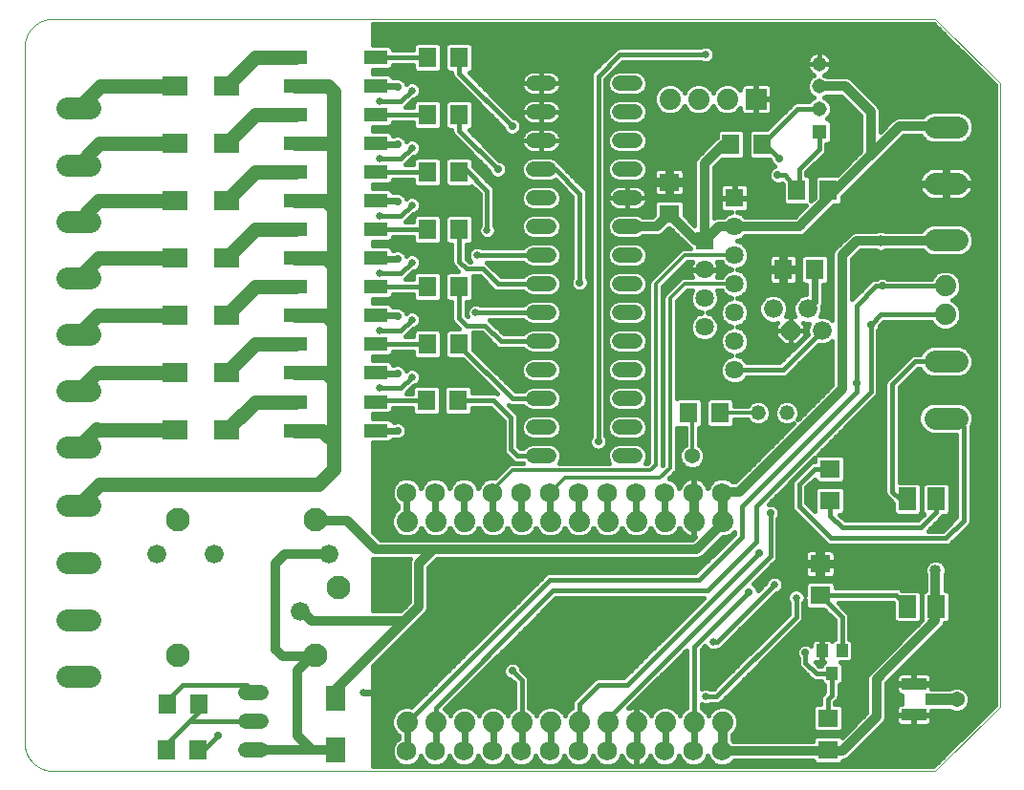
<source format=gtl>
G75*
%MOIN*%
%OFA0B0*%
%FSLAX25Y25*%
%IPPOS*%
%LPD*%
%AMOC8*
5,1,8,0,0,1.08239X$1,22.5*
%
%ADD10C,0.00100*%
%ADD11R,0.07087X0.06299*%
%ADD12C,0.07400*%
%ADD13R,0.06299X0.07087*%
%ADD14R,0.08000X0.05000*%
%ADD15C,0.07800*%
%ADD16C,0.06600*%
%ADD17C,0.05200*%
%ADD18R,0.06299X0.07874*%
%ADD19C,0.05400*%
%ADD20R,0.08661X0.04134*%
%ADD21R,0.04134X0.03937*%
%ADD22R,0.06425X0.06425*%
%ADD23C,0.06425*%
%ADD24C,0.05200*%
%ADD25C,0.08268*%
%ADD26R,0.09000X0.06969*%
%ADD27R,0.05150X0.05150*%
%ADD28C,0.05150*%
%ADD29R,0.04000X0.04500*%
%ADD30C,0.06900*%
%ADD31R,0.06969X0.09000*%
%ADD32OC8,0.06600*%
%ADD33R,0.07400X0.07400*%
%ADD34C,0.05000*%
%ADD35C,0.05000*%
%ADD36C,0.03200*%
%ADD37C,0.03600*%
%ADD38C,0.04000*%
%ADD39C,0.01600*%
%ADD40C,0.02600*%
%ADD41C,0.02800*%
%ADD42C,0.02400*%
%ADD43C,0.03200*%
%ADD44C,0.02500*%
%ADD45C,0.01200*%
%ADD46C,0.04000*%
D10*
X0057595Y0046433D02*
X0057595Y0288933D01*
X0057598Y0289175D01*
X0057607Y0289416D01*
X0057621Y0289657D01*
X0057642Y0289898D01*
X0057668Y0290138D01*
X0057700Y0290378D01*
X0057738Y0290617D01*
X0057781Y0290854D01*
X0057831Y0291091D01*
X0057886Y0291326D01*
X0057946Y0291560D01*
X0058013Y0291792D01*
X0058084Y0292023D01*
X0058162Y0292252D01*
X0058245Y0292479D01*
X0058333Y0292704D01*
X0058427Y0292927D01*
X0058526Y0293147D01*
X0058631Y0293365D01*
X0058740Y0293580D01*
X0058855Y0293793D01*
X0058975Y0294003D01*
X0059100Y0294209D01*
X0059230Y0294413D01*
X0059365Y0294614D01*
X0059505Y0294811D01*
X0059649Y0295005D01*
X0059798Y0295195D01*
X0059952Y0295381D01*
X0060110Y0295564D01*
X0060272Y0295743D01*
X0060439Y0295918D01*
X0060610Y0296089D01*
X0060785Y0296256D01*
X0060964Y0296418D01*
X0061147Y0296576D01*
X0061333Y0296730D01*
X0061523Y0296879D01*
X0061717Y0297023D01*
X0061914Y0297163D01*
X0062115Y0297298D01*
X0062319Y0297428D01*
X0062525Y0297553D01*
X0062735Y0297673D01*
X0062948Y0297788D01*
X0063163Y0297897D01*
X0063381Y0298002D01*
X0063601Y0298101D01*
X0063824Y0298195D01*
X0064049Y0298283D01*
X0064276Y0298366D01*
X0064505Y0298444D01*
X0064736Y0298515D01*
X0064968Y0298582D01*
X0065202Y0298642D01*
X0065437Y0298697D01*
X0065674Y0298747D01*
X0065911Y0298790D01*
X0066150Y0298828D01*
X0066390Y0298860D01*
X0066630Y0298886D01*
X0066871Y0298907D01*
X0067112Y0298921D01*
X0067353Y0298930D01*
X0067595Y0298933D01*
X0375095Y0298933D01*
X0397595Y0276433D01*
X0397595Y0058933D01*
X0375095Y0036433D01*
X0067595Y0036433D01*
X0067353Y0036436D01*
X0067112Y0036445D01*
X0066871Y0036459D01*
X0066630Y0036480D01*
X0066390Y0036506D01*
X0066150Y0036538D01*
X0065911Y0036576D01*
X0065674Y0036619D01*
X0065437Y0036669D01*
X0065202Y0036724D01*
X0064968Y0036784D01*
X0064736Y0036851D01*
X0064505Y0036922D01*
X0064276Y0037000D01*
X0064049Y0037083D01*
X0063824Y0037171D01*
X0063601Y0037265D01*
X0063381Y0037364D01*
X0063163Y0037469D01*
X0062948Y0037578D01*
X0062735Y0037693D01*
X0062525Y0037813D01*
X0062319Y0037938D01*
X0062115Y0038068D01*
X0061914Y0038203D01*
X0061717Y0038343D01*
X0061523Y0038487D01*
X0061333Y0038636D01*
X0061147Y0038790D01*
X0060964Y0038948D01*
X0060785Y0039110D01*
X0060610Y0039277D01*
X0060439Y0039448D01*
X0060272Y0039623D01*
X0060110Y0039802D01*
X0059952Y0039985D01*
X0059798Y0040171D01*
X0059649Y0040361D01*
X0059505Y0040555D01*
X0059365Y0040752D01*
X0059230Y0040953D01*
X0059100Y0041157D01*
X0058975Y0041363D01*
X0058855Y0041573D01*
X0058740Y0041786D01*
X0058631Y0042001D01*
X0058526Y0042219D01*
X0058427Y0042439D01*
X0058333Y0042662D01*
X0058245Y0042887D01*
X0058162Y0043114D01*
X0058084Y0043343D01*
X0058013Y0043574D01*
X0057946Y0043806D01*
X0057886Y0044040D01*
X0057831Y0044275D01*
X0057781Y0044512D01*
X0057738Y0044749D01*
X0057700Y0044988D01*
X0057668Y0045228D01*
X0057642Y0045468D01*
X0057621Y0045709D01*
X0057607Y0045950D01*
X0057598Y0046191D01*
X0057595Y0046433D01*
D11*
X0282345Y0230921D03*
X0282345Y0241945D03*
X0338461Y0141919D03*
X0338461Y0130896D03*
X0334934Y0108803D03*
X0334934Y0097780D03*
X0337595Y0054945D03*
X0337595Y0043921D03*
D12*
X0300883Y0053539D03*
X0290883Y0053539D03*
X0280883Y0053539D03*
X0270883Y0053539D03*
X0260883Y0053539D03*
X0250883Y0053539D03*
X0240883Y0053539D03*
X0230883Y0053539D03*
X0220883Y0053539D03*
X0210883Y0053539D03*
X0200883Y0053539D03*
X0190883Y0053539D03*
X0190883Y0123539D03*
X0200883Y0123539D03*
X0210883Y0123539D03*
X0220883Y0123539D03*
X0230883Y0123539D03*
X0240883Y0123539D03*
X0250883Y0123539D03*
X0260883Y0123539D03*
X0270883Y0123539D03*
X0280883Y0123539D03*
X0290883Y0123539D03*
X0300883Y0123539D03*
X0378595Y0195683D03*
X0378595Y0205683D03*
X0302595Y0270958D03*
X0292595Y0270908D03*
X0282595Y0270958D03*
D13*
X0303833Y0255183D03*
X0314857Y0255183D03*
X0326833Y0239183D03*
X0337857Y0239183D03*
X0333107Y0211433D03*
X0322083Y0211433D03*
X0300107Y0161433D03*
X0289083Y0161433D03*
X0208717Y0165705D03*
X0197694Y0165705D03*
X0198087Y0185390D03*
X0209111Y0185390D03*
X0209111Y0205390D03*
X0198087Y0205390D03*
X0198087Y0225390D03*
X0209111Y0225390D03*
X0209111Y0245390D03*
X0198087Y0245390D03*
X0198087Y0265390D03*
X0209111Y0265390D03*
X0209111Y0285390D03*
X0198087Y0285390D03*
X0118457Y0059783D03*
X0107433Y0059783D03*
X0107173Y0043743D03*
X0118197Y0043743D03*
D14*
X0152099Y0155311D03*
X0152099Y0165311D03*
X0152099Y0175390D03*
X0152099Y0185390D03*
X0152099Y0195390D03*
X0152099Y0205390D03*
X0152099Y0215390D03*
X0152099Y0225390D03*
X0152099Y0235390D03*
X0152099Y0245390D03*
X0152099Y0255390D03*
X0152099Y0265390D03*
X0152099Y0275390D03*
X0152099Y0285390D03*
X0180099Y0285390D03*
X0180099Y0275390D03*
X0180099Y0265390D03*
X0180099Y0255390D03*
X0180099Y0245390D03*
X0180099Y0235390D03*
X0180099Y0225390D03*
X0180099Y0215390D03*
X0180099Y0205390D03*
X0180099Y0195390D03*
X0180099Y0185390D03*
X0180099Y0175390D03*
X0180099Y0165311D03*
X0180099Y0155311D03*
D15*
X0080294Y0149359D02*
X0072494Y0149359D01*
X0072494Y0169159D02*
X0080294Y0169159D01*
X0080294Y0188859D02*
X0072494Y0188859D01*
X0072494Y0208559D02*
X0080294Y0208559D01*
X0080294Y0228259D02*
X0072494Y0228259D01*
X0072494Y0247959D02*
X0080294Y0247959D01*
X0080294Y0267759D02*
X0072494Y0267759D01*
X0072494Y0129065D02*
X0080294Y0129065D01*
X0080294Y0109265D02*
X0072494Y0109265D01*
X0072455Y0089128D02*
X0080255Y0089128D01*
X0080255Y0069328D02*
X0072455Y0069328D01*
X0374896Y0159565D02*
X0382696Y0159565D01*
X0382696Y0179365D02*
X0374896Y0179365D01*
X0374945Y0221733D02*
X0382745Y0221733D01*
X0382745Y0241433D02*
X0374945Y0241433D01*
X0374945Y0261133D02*
X0382745Y0261133D01*
D16*
X0330595Y0197746D03*
X0335595Y0190120D03*
X0318595Y0197746D03*
X0163745Y0112236D03*
X0153745Y0092236D03*
X0123745Y0112236D03*
X0103745Y0112236D03*
D17*
X0134865Y0063853D02*
X0140065Y0063853D01*
X0140065Y0053853D02*
X0134865Y0053853D01*
X0134865Y0043853D02*
X0140065Y0043853D01*
X0235135Y0146453D02*
X0240335Y0146453D01*
X0240335Y0156453D02*
X0235135Y0156453D01*
X0235135Y0166453D02*
X0240335Y0166453D01*
X0240335Y0176453D02*
X0235135Y0176453D01*
X0235135Y0186453D02*
X0240335Y0186453D01*
X0240335Y0196453D02*
X0235135Y0196453D01*
X0235135Y0206453D02*
X0240335Y0206453D01*
X0240335Y0216453D02*
X0235135Y0216453D01*
X0235135Y0226453D02*
X0240335Y0226453D01*
X0240335Y0236453D02*
X0235135Y0236453D01*
X0235135Y0246453D02*
X0240335Y0246453D01*
X0240335Y0256453D02*
X0235135Y0256453D01*
X0235135Y0266453D02*
X0240335Y0266453D01*
X0240335Y0276453D02*
X0235135Y0276453D01*
X0265135Y0276453D02*
X0270335Y0276453D01*
X0270335Y0266453D02*
X0265135Y0266453D01*
X0265135Y0256453D02*
X0270335Y0256453D01*
X0270335Y0246453D02*
X0265135Y0246453D01*
X0265135Y0236453D02*
X0270335Y0236453D01*
X0270335Y0226453D02*
X0265135Y0226453D01*
X0265135Y0216453D02*
X0270335Y0216453D01*
X0270335Y0206453D02*
X0265135Y0206453D01*
X0265135Y0196453D02*
X0270335Y0196453D01*
X0270335Y0186453D02*
X0265135Y0186453D01*
X0265135Y0176453D02*
X0270335Y0176453D01*
X0270335Y0166453D02*
X0265135Y0166453D01*
X0265135Y0156453D02*
X0270335Y0156453D01*
X0270335Y0146453D02*
X0265135Y0146453D01*
D18*
X0365470Y0131338D03*
X0375470Y0131338D03*
X0375470Y0093779D03*
X0365470Y0093779D03*
D19*
X0382595Y0061433D03*
X0290345Y0146433D03*
D20*
X0367595Y0066846D03*
X0367595Y0056020D03*
D21*
X0373599Y0061433D03*
D22*
X0294595Y0221433D03*
X0305095Y0236433D03*
D23*
X0305095Y0226433D03*
X0305095Y0216433D03*
X0294595Y0211433D03*
X0305095Y0206433D03*
X0294595Y0201433D03*
X0305095Y0196433D03*
X0294595Y0191433D03*
X0305095Y0186433D03*
X0305095Y0176433D03*
D24*
X0313345Y0161433D03*
X0323345Y0161433D03*
D25*
X0166985Y0100433D03*
X0159111Y0124055D03*
X0111079Y0124055D03*
X0111079Y0076811D03*
X0159111Y0076811D03*
D26*
X0128135Y0155433D03*
X0110056Y0155433D03*
X0110056Y0175433D03*
X0128135Y0175433D03*
X0128135Y0195433D03*
X0110056Y0195433D03*
X0110056Y0215433D03*
X0128135Y0215433D03*
X0128135Y0235433D03*
X0110056Y0235433D03*
X0110056Y0255433D03*
X0128135Y0255433D03*
X0128135Y0275433D03*
X0110056Y0275433D03*
D27*
X0334595Y0259622D03*
D28*
X0334595Y0267496D03*
X0334595Y0275370D03*
X0334595Y0283244D03*
D29*
X0335595Y0078433D03*
X0342595Y0078433D03*
X0339095Y0070433D03*
D30*
X0300845Y0043433D03*
X0290845Y0043433D03*
X0280845Y0043433D03*
X0270845Y0043433D03*
X0260845Y0043433D03*
X0250845Y0043433D03*
X0240845Y0043433D03*
X0230845Y0043433D03*
X0220845Y0043433D03*
X0210845Y0043433D03*
X0200845Y0043433D03*
X0190845Y0043433D03*
X0190845Y0133558D03*
X0200845Y0133558D03*
X0210845Y0133558D03*
X0220845Y0133558D03*
X0230845Y0133558D03*
X0240845Y0133558D03*
X0250845Y0133558D03*
X0260845Y0133558D03*
X0270845Y0133558D03*
X0280845Y0133558D03*
X0290845Y0133558D03*
X0300845Y0133558D03*
D31*
X0166095Y0061972D03*
X0166095Y0043894D03*
D32*
X0324595Y0190120D03*
D33*
X0312620Y0270908D03*
D34*
X0165345Y0273433D02*
X0165345Y0253933D01*
X0163888Y0255390D01*
X0152099Y0255390D01*
X0152099Y0265390D02*
X0138091Y0265390D01*
X0128135Y0255433D01*
X0138091Y0245390D02*
X0128135Y0235433D01*
X0138091Y0245390D02*
X0152099Y0245390D01*
X0152099Y0235390D02*
X0162638Y0235390D01*
X0165345Y0232683D01*
X0165345Y0212683D01*
X0162638Y0215390D01*
X0152099Y0215390D01*
X0152099Y0225390D02*
X0138091Y0225390D01*
X0128135Y0215433D01*
X0138091Y0205390D02*
X0128135Y0195433D01*
X0138091Y0205390D02*
X0152099Y0205390D01*
X0152099Y0195390D02*
X0162638Y0195390D01*
X0165345Y0192683D01*
X0165345Y0172683D01*
X0162638Y0175390D01*
X0152099Y0175390D01*
X0152099Y0185390D02*
X0138091Y0185390D01*
X0128135Y0175433D01*
X0138012Y0165311D02*
X0128135Y0155433D01*
X0127135Y0155311D01*
X0138012Y0165311D02*
X0152099Y0165311D01*
X0152099Y0155311D02*
X0161467Y0155311D01*
X0165345Y0151433D01*
X0165345Y0141683D01*
X0160095Y0136433D01*
X0142595Y0136433D01*
X0083762Y0136433D01*
X0076394Y0129065D01*
X0076394Y0149359D02*
X0082740Y0155705D01*
X0082740Y0155433D01*
X0110056Y0155433D01*
X0110056Y0175433D02*
X0082625Y0175433D01*
X0082625Y0175390D01*
X0076394Y0169159D01*
X0076394Y0188859D02*
X0082925Y0195390D01*
X0084175Y0195433D01*
X0110056Y0195433D01*
X0110056Y0215433D02*
X0083225Y0215433D01*
X0083225Y0215390D01*
X0076394Y0208559D01*
X0076394Y0228259D02*
X0083525Y0235390D01*
X0083525Y0235433D01*
X0110056Y0235433D01*
X0110056Y0255433D02*
X0083825Y0255433D01*
X0083825Y0255390D01*
X0076394Y0247959D01*
X0076394Y0267759D02*
X0084025Y0275390D01*
X0111056Y0275390D01*
X0110056Y0275433D01*
X0128135Y0275433D02*
X0138091Y0285390D01*
X0152099Y0285390D01*
X0152099Y0275390D02*
X0163388Y0275390D01*
X0165345Y0273433D01*
X0165345Y0253933D02*
X0165345Y0232683D01*
X0165345Y0212683D02*
X0165345Y0192683D01*
X0165345Y0172683D02*
X0165345Y0151433D01*
D35*
X0142595Y0136433D03*
D36*
X0159111Y0124055D02*
X0159233Y0123933D01*
X0170095Y0123933D01*
X0180154Y0113874D01*
X0200095Y0113874D01*
X0195095Y0108874D01*
X0195095Y0093933D01*
X0190095Y0088933D01*
X0166095Y0064933D01*
X0166095Y0061972D01*
X0152595Y0071433D02*
X0152595Y0048853D01*
X0157595Y0043853D01*
X0166055Y0043853D01*
X0166095Y0043894D01*
X0157595Y0043853D02*
X0137465Y0043853D01*
X0152595Y0071433D02*
X0157595Y0076433D01*
X0158733Y0076433D01*
X0159111Y0076811D01*
X0157595Y0076433D02*
X0147595Y0076433D01*
X0145095Y0078933D01*
X0145095Y0108933D01*
X0148398Y0112236D01*
X0163745Y0112236D01*
X0154292Y0092236D02*
X0157595Y0088933D01*
X0190095Y0088933D01*
X0200095Y0113874D02*
X0291847Y0113874D01*
X0301296Y0123126D01*
X0300883Y0123539D01*
X0300883Y0133558D01*
X0300845Y0133558D01*
X0301220Y0133933D01*
X0306845Y0133933D01*
X0342595Y0169683D01*
X0342595Y0216433D01*
X0347595Y0221433D01*
X0356095Y0221433D01*
X0378545Y0221433D01*
X0378845Y0221733D01*
X0352595Y0251433D02*
X0362595Y0261433D01*
X0377295Y0261433D01*
X0378845Y0261133D01*
X0352595Y0266433D02*
X0352595Y0251433D01*
X0338845Y0237683D01*
X0327595Y0226433D01*
X0320095Y0226433D01*
X0305095Y0226433D01*
X0299595Y0226433D01*
X0294595Y0221433D01*
X0291833Y0221433D01*
X0282345Y0230921D01*
X0277877Y0226453D01*
X0267735Y0226453D01*
X0294595Y0221433D02*
X0294595Y0248433D01*
X0301345Y0255183D01*
X0303833Y0255183D01*
X0334595Y0275370D02*
X0343658Y0275370D01*
X0352595Y0266433D01*
X0290883Y0133558D02*
X0290883Y0123539D01*
X0300845Y0123577D02*
X0300883Y0123539D01*
X0290883Y0133558D02*
X0290845Y0133558D01*
X0354595Y0068433D02*
X0354595Y0055433D01*
X0342720Y0043558D01*
X0337595Y0043558D01*
X0300845Y0043558D01*
X0300845Y0043433D01*
X0300883Y0043433D01*
X0300883Y0053539D01*
X0300989Y0053646D01*
X0300883Y0053539D02*
X0300970Y0053452D01*
X0354595Y0068433D02*
X0375154Y0088992D01*
X0375154Y0091433D01*
X0375154Y0106433D01*
X0154292Y0092236D02*
X0153745Y0092236D01*
D37*
X0342595Y0216433D03*
D38*
X0356095Y0221433D03*
X0375154Y0106433D03*
D39*
X0373750Y0109965D02*
X0340277Y0109965D01*
X0340277Y0109578D02*
X0340277Y0112190D01*
X0340154Y0112648D01*
X0339917Y0113058D01*
X0339582Y0113393D01*
X0339172Y0113630D01*
X0338714Y0113753D01*
X0335709Y0113753D01*
X0335709Y0109578D01*
X0340277Y0109578D01*
X0340277Y0108028D02*
X0335709Y0108028D01*
X0335709Y0109578D01*
X0334159Y0109578D01*
X0334159Y0113753D01*
X0331153Y0113753D01*
X0330696Y0113630D01*
X0330285Y0113393D01*
X0329950Y0113058D01*
X0329713Y0112648D01*
X0329590Y0112190D01*
X0329590Y0109578D01*
X0334159Y0109578D01*
X0334159Y0108028D01*
X0335709Y0108028D01*
X0335709Y0103854D01*
X0338714Y0103854D01*
X0339172Y0103976D01*
X0339582Y0104213D01*
X0339917Y0104548D01*
X0340154Y0104959D01*
X0340277Y0105417D01*
X0340277Y0108028D01*
X0340277Y0106768D02*
X0371354Y0106768D01*
X0371354Y0107189D02*
X0371354Y0105677D01*
X0371754Y0104712D01*
X0371754Y0099516D01*
X0371575Y0099516D01*
X0370521Y0098461D01*
X0370521Y0089167D01*
X0352669Y0071315D01*
X0351713Y0070359D01*
X0351195Y0069109D01*
X0351195Y0056841D01*
X0342554Y0048201D01*
X0341884Y0048871D01*
X0333306Y0048871D01*
X0332252Y0047816D01*
X0332252Y0046958D01*
X0304745Y0046958D01*
X0304283Y0047420D01*
X0304283Y0049161D01*
X0305545Y0050424D01*
X0306383Y0052445D01*
X0306383Y0054633D01*
X0305545Y0056655D01*
X0303998Y0058202D01*
X0301977Y0059039D01*
X0299789Y0059039D01*
X0297767Y0058202D01*
X0296220Y0056655D01*
X0295883Y0055840D01*
X0295545Y0056655D01*
X0293998Y0058202D01*
X0293570Y0058379D01*
X0293570Y0059709D01*
X0294479Y0059333D01*
X0295712Y0059333D01*
X0296851Y0059805D01*
X0296879Y0059833D01*
X0299362Y0059833D01*
X0300318Y0060229D01*
X0301049Y0060960D01*
X0328799Y0088710D01*
X0329195Y0089666D01*
X0329195Y0095149D01*
X0329223Y0095177D01*
X0329590Y0096064D01*
X0329590Y0093884D01*
X0330645Y0092830D01*
X0336206Y0092830D01*
X0339995Y0089041D01*
X0339995Y0082483D01*
X0339850Y0082483D01*
X0339079Y0081713D01*
X0339035Y0081788D01*
X0338700Y0082123D01*
X0338290Y0082360D01*
X0337832Y0082483D01*
X0335795Y0082483D01*
X0335795Y0078633D01*
X0335395Y0078633D01*
X0335395Y0082483D01*
X0333358Y0082483D01*
X0332900Y0082360D01*
X0332490Y0082123D01*
X0332155Y0081788D01*
X0331918Y0081378D01*
X0331795Y0080920D01*
X0331795Y0080259D01*
X0331658Y0080396D01*
X0330482Y0080883D01*
X0329209Y0080883D01*
X0328032Y0080396D01*
X0327132Y0079496D01*
X0326645Y0078320D01*
X0326645Y0077047D01*
X0327132Y0075870D01*
X0327245Y0075758D01*
X0327245Y0073666D01*
X0327641Y0072710D01*
X0331391Y0068960D01*
X0332122Y0068229D01*
X0333078Y0067833D01*
X0335295Y0067833D01*
X0335295Y0067437D01*
X0336350Y0066383D01*
X0336495Y0066383D01*
X0336495Y0064010D01*
X0336122Y0063637D01*
X0335391Y0062906D01*
X0334995Y0061950D01*
X0334995Y0059894D01*
X0333306Y0059894D01*
X0332252Y0058840D01*
X0332252Y0051050D01*
X0333306Y0049995D01*
X0341884Y0049995D01*
X0342938Y0051050D01*
X0342938Y0058840D01*
X0341884Y0059894D01*
X0340195Y0059894D01*
X0340195Y0060356D01*
X0341299Y0061460D01*
X0341695Y0062416D01*
X0341695Y0066383D01*
X0341841Y0066383D01*
X0342895Y0067437D01*
X0342895Y0073429D01*
X0341941Y0074383D01*
X0345341Y0074383D01*
X0346395Y0075437D01*
X0346395Y0081429D01*
X0345341Y0082483D01*
X0345195Y0082483D01*
X0345195Y0090635D01*
X0344799Y0091591D01*
X0341211Y0095180D01*
X0360392Y0095180D01*
X0360521Y0095051D01*
X0360521Y0089096D01*
X0361575Y0088042D01*
X0369365Y0088042D01*
X0370420Y0089096D01*
X0370420Y0098461D01*
X0369365Y0099516D01*
X0363410Y0099516D01*
X0362942Y0099984D01*
X0361986Y0100380D01*
X0340277Y0100380D01*
X0340277Y0101675D01*
X0339223Y0102729D01*
X0330645Y0102729D01*
X0329590Y0101675D01*
X0329590Y0097802D01*
X0329223Y0098689D01*
X0328351Y0099561D01*
X0327212Y0100033D01*
X0325979Y0100033D01*
X0324839Y0099561D01*
X0323967Y0098689D01*
X0323495Y0097550D01*
X0323495Y0096316D01*
X0323967Y0095177D01*
X0323995Y0095149D01*
X0323995Y0091260D01*
X0297768Y0065033D01*
X0296879Y0065033D01*
X0296851Y0065061D01*
X0295712Y0065533D01*
X0294479Y0065533D01*
X0293570Y0065157D01*
X0293570Y0078731D01*
X0294835Y0079996D01*
X0294967Y0079677D01*
X0295839Y0078805D01*
X0296979Y0078333D01*
X0298212Y0078333D01*
X0299351Y0078805D01*
X0299379Y0078833D01*
X0299490Y0078833D01*
X0300446Y0079229D01*
X0319550Y0098333D01*
X0319590Y0098333D01*
X0320729Y0098805D01*
X0321601Y0099677D01*
X0322073Y0100816D01*
X0322073Y0102050D01*
X0321601Y0103189D01*
X0320729Y0104061D01*
X0319590Y0104533D01*
X0318356Y0104533D01*
X0317217Y0104061D01*
X0316345Y0103189D01*
X0315873Y0102050D01*
X0315873Y0102010D01*
X0313295Y0099432D01*
X0313295Y0099570D01*
X0312808Y0100746D01*
X0311908Y0101646D01*
X0311609Y0101770D01*
X0319068Y0109229D01*
X0319799Y0109960D01*
X0320195Y0110916D01*
X0320195Y0124508D01*
X0320308Y0124620D01*
X0320795Y0125797D01*
X0320795Y0127070D01*
X0320308Y0128246D01*
X0319408Y0129146D01*
X0318232Y0129633D01*
X0316972Y0129633D01*
X0333118Y0145779D01*
X0333118Y0144519D01*
X0332564Y0144519D01*
X0331609Y0144123D01*
X0326122Y0138637D01*
X0325391Y0137906D01*
X0324995Y0136950D01*
X0324995Y0128416D01*
X0325391Y0127460D01*
X0336641Y0116210D01*
X0337372Y0115479D01*
X0338328Y0115083D01*
X0379362Y0115083D01*
X0380318Y0115479D01*
X0387299Y0122460D01*
X0387695Y0123416D01*
X0387695Y0156739D01*
X0388396Y0158431D01*
X0388396Y0160698D01*
X0387528Y0162793D01*
X0385925Y0164397D01*
X0383830Y0165265D01*
X0373762Y0165265D01*
X0371667Y0164397D01*
X0370064Y0162793D01*
X0369196Y0160698D01*
X0369196Y0158431D01*
X0370064Y0156336D01*
X0371667Y0154732D01*
X0373762Y0153865D01*
X0382495Y0153865D01*
X0382495Y0125010D01*
X0377768Y0120283D01*
X0372622Y0120283D01*
X0376943Y0124604D01*
X0377674Y0125335D01*
X0377784Y0125601D01*
X0379365Y0125601D01*
X0380420Y0126655D01*
X0380420Y0136020D01*
X0379365Y0137075D01*
X0371575Y0137075D01*
X0370521Y0136020D01*
X0370521Y0126655D01*
X0371080Y0126095D01*
X0369018Y0124033D01*
X0343672Y0124033D01*
X0341759Y0125946D01*
X0342750Y0125946D01*
X0343805Y0127000D01*
X0343805Y0134791D01*
X0342750Y0135845D01*
X0334172Y0135845D01*
X0333118Y0134791D01*
X0333118Y0127087D01*
X0330195Y0130010D01*
X0330195Y0135356D01*
X0333118Y0138279D01*
X0333118Y0138024D01*
X0334172Y0136970D01*
X0342750Y0136970D01*
X0343805Y0138024D01*
X0343805Y0145814D01*
X0342750Y0146869D01*
X0334208Y0146869D01*
X0354068Y0166729D01*
X0354799Y0167460D01*
X0355195Y0168416D01*
X0355195Y0190258D01*
X0355308Y0190370D01*
X0355795Y0191547D01*
X0355795Y0191706D01*
X0357172Y0193083D01*
X0373719Y0193083D01*
X0373932Y0192568D01*
X0375480Y0191020D01*
X0377501Y0190183D01*
X0379689Y0190183D01*
X0381711Y0191020D01*
X0383258Y0192568D01*
X0384095Y0194589D01*
X0384095Y0196777D01*
X0383258Y0198799D01*
X0381711Y0200346D01*
X0380896Y0200683D01*
X0381711Y0201020D01*
X0383258Y0202568D01*
X0384095Y0204589D01*
X0384095Y0206777D01*
X0383258Y0208799D01*
X0381711Y0210346D01*
X0379689Y0211183D01*
X0377501Y0211183D01*
X0375480Y0210346D01*
X0373932Y0208799D01*
X0373719Y0208283D01*
X0358521Y0208283D01*
X0358408Y0208396D01*
X0357232Y0208883D01*
X0355959Y0208883D01*
X0354782Y0208396D01*
X0354670Y0208283D01*
X0353828Y0208283D01*
X0352872Y0207887D01*
X0352141Y0207156D01*
X0346122Y0201137D01*
X0345995Y0201010D01*
X0345995Y0215025D01*
X0349003Y0218033D01*
X0354374Y0218033D01*
X0355339Y0217633D01*
X0356851Y0217633D01*
X0357817Y0218033D01*
X0370584Y0218033D01*
X0371716Y0216901D01*
X0373811Y0216033D01*
X0383879Y0216033D01*
X0385974Y0216901D01*
X0387577Y0218504D01*
X0388445Y0220599D01*
X0388445Y0222867D01*
X0387577Y0224962D01*
X0385974Y0226565D01*
X0383879Y0227433D01*
X0373811Y0227433D01*
X0371716Y0226565D01*
X0370113Y0224962D01*
X0370060Y0224833D01*
X0357817Y0224833D01*
X0356851Y0225233D01*
X0355339Y0225233D01*
X0354374Y0224833D01*
X0346919Y0224833D01*
X0345669Y0224315D01*
X0341039Y0219685D01*
X0340556Y0219485D01*
X0339543Y0218472D01*
X0338995Y0217149D01*
X0338995Y0215717D01*
X0339195Y0215234D01*
X0339195Y0193733D01*
X0338484Y0194444D01*
X0336610Y0195220D01*
X0335069Y0195220D01*
X0335695Y0196731D01*
X0335695Y0198667D01*
X0336107Y0199661D01*
X0336107Y0206090D01*
X0337002Y0206090D01*
X0338057Y0207144D01*
X0338057Y0215722D01*
X0337002Y0216776D01*
X0329212Y0216776D01*
X0328157Y0215722D01*
X0328157Y0207144D01*
X0329212Y0206090D01*
X0330107Y0206090D01*
X0330107Y0202846D01*
X0329581Y0202846D01*
X0327706Y0202069D01*
X0326272Y0200635D01*
X0325495Y0198760D01*
X0325495Y0196731D01*
X0326121Y0195220D01*
X0324595Y0195220D01*
X0323069Y0195220D01*
X0323695Y0196731D01*
X0323695Y0198760D01*
X0322919Y0200635D01*
X0321484Y0202069D01*
X0319610Y0202846D01*
X0317581Y0202846D01*
X0315706Y0202069D01*
X0314272Y0200635D01*
X0313495Y0198760D01*
X0313495Y0196731D01*
X0314272Y0194857D01*
X0315706Y0193422D01*
X0317581Y0192646D01*
X0319610Y0192646D01*
X0320119Y0192857D01*
X0319495Y0192233D01*
X0319495Y0190121D01*
X0324595Y0190121D01*
X0324595Y0195220D01*
X0324595Y0190121D01*
X0324595Y0190121D01*
X0324595Y0190120D01*
X0324595Y0190120D01*
X0324595Y0185020D01*
X0322483Y0185020D01*
X0319495Y0188008D01*
X0319495Y0190120D01*
X0324595Y0190120D01*
X0324595Y0185020D01*
X0326708Y0185020D01*
X0329695Y0188008D01*
X0329695Y0190120D01*
X0324595Y0190120D01*
X0324595Y0190121D01*
X0329695Y0190121D01*
X0329695Y0192233D01*
X0329071Y0192857D01*
X0329581Y0192646D01*
X0331121Y0192646D01*
X0330495Y0191135D01*
X0330495Y0189106D01*
X0330615Y0188817D01*
X0320831Y0179033D01*
X0309444Y0179033D01*
X0309345Y0179272D01*
X0307935Y0180683D01*
X0306123Y0181433D01*
X0307935Y0182184D01*
X0309345Y0183594D01*
X0310108Y0185436D01*
X0310108Y0187430D01*
X0309345Y0189272D01*
X0307935Y0190683D01*
X0306123Y0191433D01*
X0307935Y0192184D01*
X0309345Y0193594D01*
X0310108Y0195436D01*
X0310108Y0197430D01*
X0309345Y0199272D01*
X0307935Y0200683D01*
X0306123Y0201433D01*
X0307935Y0202184D01*
X0309345Y0203594D01*
X0310108Y0205436D01*
X0310108Y0207430D01*
X0309345Y0209272D01*
X0307935Y0210683D01*
X0306123Y0211433D01*
X0307935Y0212184D01*
X0309345Y0213594D01*
X0310108Y0215436D01*
X0310108Y0217430D01*
X0309345Y0219272D01*
X0307935Y0220683D01*
X0306123Y0221433D01*
X0307935Y0222184D01*
X0308784Y0223033D01*
X0328271Y0223033D01*
X0329521Y0223551D01*
X0330478Y0224507D01*
X0339810Y0233840D01*
X0341752Y0233840D01*
X0342807Y0234894D01*
X0342807Y0236836D01*
X0354521Y0248551D01*
X0364003Y0258033D01*
X0370060Y0258033D01*
X0370113Y0257904D01*
X0371716Y0256301D01*
X0373811Y0255433D01*
X0383879Y0255433D01*
X0385974Y0256301D01*
X0387577Y0257904D01*
X0388445Y0259999D01*
X0388445Y0262267D01*
X0387577Y0264362D01*
X0385974Y0265965D01*
X0383879Y0266833D01*
X0373811Y0266833D01*
X0371716Y0265965D01*
X0370584Y0264833D01*
X0361919Y0264833D01*
X0360669Y0264315D01*
X0359713Y0263359D01*
X0355995Y0259641D01*
X0355995Y0267109D01*
X0355478Y0268359D01*
X0345584Y0278252D01*
X0344334Y0278770D01*
X0337382Y0278770D01*
X0337073Y0279079D01*
X0336513Y0279311D01*
X0336888Y0279502D01*
X0337445Y0279907D01*
X0337932Y0280394D01*
X0338337Y0280951D01*
X0338649Y0281565D01*
X0338862Y0282220D01*
X0338970Y0282900D01*
X0338970Y0283244D01*
X0334595Y0283244D01*
X0330220Y0283244D01*
X0330220Y0282900D01*
X0330328Y0282220D01*
X0330541Y0281565D01*
X0330853Y0280951D01*
X0331258Y0280394D01*
X0331745Y0279907D01*
X0332302Y0279502D01*
X0332678Y0279311D01*
X0332117Y0279079D01*
X0330886Y0277848D01*
X0330220Y0276240D01*
X0330220Y0274500D01*
X0330886Y0272892D01*
X0332117Y0271661D01*
X0332668Y0271433D01*
X0332117Y0271205D01*
X0331008Y0270096D01*
X0326653Y0270096D01*
X0325697Y0269700D01*
X0316523Y0260526D01*
X0310962Y0260526D01*
X0309907Y0259472D01*
X0309907Y0250894D01*
X0310962Y0249840D01*
X0317265Y0249840D01*
X0317395Y0249709D01*
X0317395Y0249547D01*
X0317882Y0248370D01*
X0318782Y0247470D01*
X0318924Y0247412D01*
X0318282Y0247146D01*
X0317382Y0246246D01*
X0316895Y0245070D01*
X0316895Y0243797D01*
X0317382Y0242620D01*
X0318282Y0241720D01*
X0319459Y0241233D01*
X0320732Y0241233D01*
X0321553Y0241573D01*
X0321884Y0241165D01*
X0321884Y0234894D01*
X0322938Y0233840D01*
X0330194Y0233840D01*
X0326187Y0229833D01*
X0308784Y0229833D01*
X0307935Y0230683D01*
X0306153Y0231420D01*
X0308545Y0231420D01*
X0309003Y0231543D01*
X0309413Y0231780D01*
X0309748Y0232115D01*
X0309985Y0232526D01*
X0310108Y0232983D01*
X0310108Y0236229D01*
X0305299Y0236229D01*
X0305299Y0236637D01*
X0304891Y0236637D01*
X0304891Y0236229D01*
X0300083Y0236229D01*
X0300083Y0232983D01*
X0300205Y0232526D01*
X0300442Y0232115D01*
X0300777Y0231780D01*
X0301188Y0231543D01*
X0301646Y0231420D01*
X0304037Y0231420D01*
X0302256Y0230683D01*
X0301406Y0229833D01*
X0298919Y0229833D01*
X0297995Y0229450D01*
X0297995Y0247025D01*
X0300810Y0249840D01*
X0307729Y0249840D01*
X0308783Y0250894D01*
X0308783Y0259472D01*
X0307729Y0260526D01*
X0299938Y0260526D01*
X0298884Y0259472D01*
X0298884Y0257530D01*
X0298463Y0257109D01*
X0291713Y0250359D01*
X0291195Y0249109D01*
X0291195Y0226880D01*
X0287688Y0230386D01*
X0287688Y0234816D01*
X0286634Y0235871D01*
X0278056Y0235871D01*
X0277002Y0234816D01*
X0277002Y0230386D01*
X0276469Y0229853D01*
X0273158Y0229853D01*
X0272828Y0230183D01*
X0271210Y0230853D01*
X0264260Y0230853D01*
X0262643Y0230183D01*
X0261405Y0228945D01*
X0260735Y0227328D01*
X0260735Y0225578D01*
X0261405Y0223961D01*
X0262643Y0222723D01*
X0264260Y0222053D01*
X0271210Y0222053D01*
X0272828Y0222723D01*
X0273158Y0223053D01*
X0278553Y0223053D01*
X0279803Y0223571D01*
X0282204Y0225972D01*
X0282486Y0225972D01*
X0289583Y0218876D01*
X0289583Y0218833D01*
X0287118Y0218833D01*
X0286236Y0218468D01*
X0276236Y0208468D01*
X0275561Y0207793D01*
X0275195Y0206910D01*
X0275195Y0144302D01*
X0274726Y0143833D01*
X0273938Y0143833D01*
X0274065Y0143961D01*
X0274735Y0145578D01*
X0274735Y0147328D01*
X0274065Y0148945D01*
X0272828Y0150183D01*
X0271210Y0150853D01*
X0264260Y0150853D01*
X0262643Y0150183D01*
X0261405Y0148945D01*
X0260735Y0147328D01*
X0260735Y0145578D01*
X0261405Y0143961D01*
X0261533Y0143833D01*
X0243938Y0143833D01*
X0244065Y0143961D01*
X0244735Y0145578D01*
X0244735Y0147328D01*
X0244065Y0148945D01*
X0242828Y0150183D01*
X0241210Y0150853D01*
X0234260Y0150853D01*
X0232643Y0150183D01*
X0231513Y0149053D01*
X0230472Y0149053D01*
X0229775Y0149750D01*
X0229775Y0160170D01*
X0229379Y0161126D01*
X0226385Y0164120D01*
X0227078Y0163833D01*
X0231533Y0163833D01*
X0232643Y0162723D01*
X0234260Y0162053D01*
X0241210Y0162053D01*
X0242828Y0162723D01*
X0244065Y0163961D01*
X0244735Y0165578D01*
X0244735Y0167328D01*
X0244065Y0168945D01*
X0242828Y0170183D01*
X0241210Y0170853D01*
X0234260Y0170853D01*
X0232643Y0170183D01*
X0231493Y0169033D01*
X0228672Y0169033D01*
X0214060Y0183645D01*
X0214060Y0189333D01*
X0217018Y0189333D01*
X0221391Y0184960D01*
X0222122Y0184229D01*
X0223078Y0183833D01*
X0231533Y0183833D01*
X0232643Y0182723D01*
X0234260Y0182053D01*
X0241210Y0182053D01*
X0242828Y0182723D01*
X0244065Y0183961D01*
X0244735Y0185578D01*
X0244735Y0187328D01*
X0244065Y0188945D01*
X0242828Y0190183D01*
X0241210Y0190853D01*
X0234260Y0190853D01*
X0232643Y0190183D01*
X0231493Y0189033D01*
X0224672Y0189033D01*
X0219872Y0193833D01*
X0231533Y0193833D01*
X0232643Y0192723D01*
X0234260Y0192053D01*
X0241210Y0192053D01*
X0242828Y0192723D01*
X0244065Y0193961D01*
X0244735Y0195578D01*
X0244735Y0197328D01*
X0244065Y0198945D01*
X0242828Y0200183D01*
X0241210Y0200853D01*
X0234260Y0200853D01*
X0232643Y0200183D01*
X0231493Y0199033D01*
X0216538Y0199033D01*
X0215452Y0199483D01*
X0214238Y0199483D01*
X0213117Y0199019D01*
X0212259Y0198161D01*
X0211795Y0197040D01*
X0211795Y0195826D01*
X0212090Y0195116D01*
X0211711Y0195494D01*
X0211711Y0200046D01*
X0213006Y0200046D01*
X0214060Y0201101D01*
X0214060Y0209083D01*
X0216268Y0209083D01*
X0220391Y0204960D01*
X0221122Y0204229D01*
X0222078Y0203833D01*
X0231533Y0203833D01*
X0232643Y0202723D01*
X0234260Y0202053D01*
X0241210Y0202053D01*
X0242828Y0202723D01*
X0244065Y0203961D01*
X0244735Y0205578D01*
X0244735Y0207328D01*
X0244065Y0208945D01*
X0242828Y0210183D01*
X0241210Y0210853D01*
X0234260Y0210853D01*
X0232643Y0210183D01*
X0231493Y0209033D01*
X0223672Y0209033D01*
X0218852Y0213853D01*
X0231513Y0213853D01*
X0232643Y0212723D01*
X0234260Y0212053D01*
X0241210Y0212053D01*
X0242828Y0212723D01*
X0244065Y0213961D01*
X0244735Y0215578D01*
X0244735Y0217328D01*
X0244065Y0218945D01*
X0242828Y0220183D01*
X0241210Y0220853D01*
X0234260Y0220853D01*
X0232643Y0220183D01*
X0231513Y0219053D01*
X0216990Y0219053D01*
X0215952Y0219483D01*
X0214738Y0219483D01*
X0213617Y0219019D01*
X0212759Y0218161D01*
X0212295Y0217040D01*
X0212295Y0215826D01*
X0212759Y0214705D01*
X0213182Y0214283D01*
X0212672Y0214283D01*
X0211711Y0215244D01*
X0211711Y0220046D01*
X0213006Y0220046D01*
X0214060Y0221101D01*
X0214060Y0229679D01*
X0213006Y0230733D01*
X0205216Y0230733D01*
X0204161Y0229679D01*
X0204161Y0221101D01*
X0205216Y0220046D01*
X0206511Y0220046D01*
X0206511Y0213650D01*
X0206907Y0212695D01*
X0208868Y0210733D01*
X0205216Y0210733D01*
X0204161Y0209679D01*
X0204161Y0201101D01*
X0205216Y0200046D01*
X0206511Y0200046D01*
X0206511Y0193900D01*
X0206907Y0192945D01*
X0209118Y0190733D01*
X0205216Y0190733D01*
X0204161Y0189679D01*
X0204161Y0181101D01*
X0205216Y0180046D01*
X0210305Y0180046D01*
X0222285Y0168066D01*
X0221592Y0168353D01*
X0213667Y0168353D01*
X0213667Y0169994D01*
X0212612Y0171048D01*
X0204822Y0171048D01*
X0203768Y0169994D01*
X0203768Y0161416D01*
X0204822Y0160361D01*
X0212612Y0160361D01*
X0213667Y0161416D01*
X0213667Y0163153D01*
X0219998Y0163153D01*
X0224575Y0158576D01*
X0224575Y0148156D01*
X0224971Y0147200D01*
X0225702Y0146469D01*
X0227922Y0144249D01*
X0228878Y0143853D01*
X0231513Y0143853D01*
X0231533Y0143833D01*
X0227118Y0143833D01*
X0226236Y0143468D01*
X0225561Y0142793D01*
X0221576Y0138808D01*
X0219801Y0138808D01*
X0217871Y0138009D01*
X0216394Y0136532D01*
X0215845Y0135206D01*
X0215296Y0136532D01*
X0213819Y0138009D01*
X0211889Y0138808D01*
X0209801Y0138808D01*
X0207871Y0138009D01*
X0206394Y0136532D01*
X0205845Y0135206D01*
X0205296Y0136532D01*
X0203819Y0138009D01*
X0201889Y0138808D01*
X0199801Y0138808D01*
X0197871Y0138009D01*
X0196394Y0136532D01*
X0195845Y0135206D01*
X0195296Y0136532D01*
X0193819Y0138009D01*
X0191889Y0138808D01*
X0189801Y0138808D01*
X0187871Y0138009D01*
X0186394Y0136532D01*
X0185595Y0134602D01*
X0185595Y0132514D01*
X0186394Y0130584D01*
X0187845Y0129133D01*
X0187845Y0128234D01*
X0187767Y0128202D01*
X0186220Y0126655D01*
X0185383Y0124633D01*
X0185383Y0122445D01*
X0186220Y0120424D01*
X0187767Y0118877D01*
X0189789Y0118039D01*
X0191977Y0118039D01*
X0193998Y0118877D01*
X0195545Y0120424D01*
X0195883Y0121238D01*
X0196220Y0120424D01*
X0197767Y0118877D01*
X0199789Y0118039D01*
X0201977Y0118039D01*
X0203998Y0118877D01*
X0205545Y0120424D01*
X0205883Y0121238D01*
X0206220Y0120424D01*
X0207767Y0118877D01*
X0209789Y0118039D01*
X0211977Y0118039D01*
X0213998Y0118877D01*
X0215545Y0120424D01*
X0215883Y0121238D01*
X0216220Y0120424D01*
X0217767Y0118877D01*
X0219789Y0118039D01*
X0221977Y0118039D01*
X0223998Y0118877D01*
X0225545Y0120424D01*
X0225883Y0121238D01*
X0226220Y0120424D01*
X0227767Y0118877D01*
X0229789Y0118039D01*
X0231977Y0118039D01*
X0233998Y0118877D01*
X0235545Y0120424D01*
X0235883Y0121238D01*
X0236220Y0120424D01*
X0237767Y0118877D01*
X0239789Y0118039D01*
X0241977Y0118039D01*
X0243998Y0118877D01*
X0245545Y0120424D01*
X0245883Y0121238D01*
X0246220Y0120424D01*
X0247767Y0118877D01*
X0249789Y0118039D01*
X0251977Y0118039D01*
X0253998Y0118877D01*
X0255545Y0120424D01*
X0255883Y0121238D01*
X0256220Y0120424D01*
X0257767Y0118877D01*
X0259789Y0118039D01*
X0261977Y0118039D01*
X0263998Y0118877D01*
X0265545Y0120424D01*
X0265883Y0121238D01*
X0266220Y0120424D01*
X0267767Y0118877D01*
X0269789Y0118039D01*
X0271977Y0118039D01*
X0273998Y0118877D01*
X0275545Y0120424D01*
X0275883Y0121238D01*
X0276220Y0120424D01*
X0277767Y0118877D01*
X0279789Y0118039D01*
X0281977Y0118039D01*
X0283998Y0118877D01*
X0285545Y0120424D01*
X0285882Y0121238D01*
X0286179Y0120657D01*
X0286687Y0119956D01*
X0287300Y0119344D01*
X0288000Y0118835D01*
X0288771Y0118442D01*
X0289595Y0118175D01*
X0290450Y0118039D01*
X0290683Y0118039D01*
X0290683Y0123339D01*
X0291083Y0123339D01*
X0291083Y0118039D01*
X0291241Y0118039D01*
X0290460Y0117274D01*
X0181563Y0117274D01*
X0179095Y0119741D01*
X0179095Y0151011D01*
X0184845Y0151011D01*
X0185899Y0152065D01*
X0185899Y0152311D01*
X0186075Y0152311D01*
X0186155Y0152303D01*
X0186929Y0151983D01*
X0188202Y0151983D01*
X0189378Y0152470D01*
X0190278Y0153370D01*
X0190765Y0154547D01*
X0190765Y0155820D01*
X0190278Y0156996D01*
X0189378Y0157896D01*
X0188202Y0158383D01*
X0186929Y0158383D01*
X0186755Y0158311D01*
X0186359Y0158311D01*
X0185907Y0158354D01*
X0185899Y0158352D01*
X0185899Y0158557D01*
X0184845Y0159611D01*
X0179095Y0159611D01*
X0179095Y0161011D01*
X0184845Y0161011D01*
X0185899Y0162065D01*
X0185899Y0163105D01*
X0192744Y0163105D01*
X0192744Y0161416D01*
X0193798Y0160361D01*
X0201589Y0160361D01*
X0202643Y0161416D01*
X0202643Y0169994D01*
X0201589Y0171048D01*
X0193798Y0171048D01*
X0192744Y0169994D01*
X0192744Y0168305D01*
X0190644Y0168305D01*
X0191049Y0168710D01*
X0193172Y0170833D01*
X0193212Y0170833D01*
X0194351Y0171305D01*
X0195223Y0172177D01*
X0195695Y0173316D01*
X0195695Y0174550D01*
X0195223Y0175689D01*
X0194351Y0176561D01*
X0193212Y0177033D01*
X0191979Y0177033D01*
X0190839Y0176561D01*
X0190570Y0176292D01*
X0190278Y0176996D01*
X0189378Y0177896D01*
X0188202Y0178383D01*
X0186929Y0178383D01*
X0186446Y0178183D01*
X0185899Y0178183D01*
X0185899Y0178635D01*
X0184845Y0179690D01*
X0179095Y0179690D01*
X0179095Y0181090D01*
X0184845Y0181090D01*
X0185899Y0182144D01*
X0185899Y0182790D01*
X0193138Y0182790D01*
X0193138Y0181101D01*
X0194192Y0180046D01*
X0201982Y0180046D01*
X0203037Y0181101D01*
X0203037Y0189679D01*
X0201982Y0190733D01*
X0194192Y0190733D01*
X0193138Y0189679D01*
X0193138Y0187990D01*
X0190329Y0187990D01*
X0191049Y0188710D01*
X0193172Y0190833D01*
X0193212Y0190833D01*
X0194351Y0191305D01*
X0195223Y0192177D01*
X0195695Y0193316D01*
X0195695Y0194550D01*
X0195223Y0195689D01*
X0194351Y0196561D01*
X0193212Y0197033D01*
X0191979Y0197033D01*
X0190839Y0196561D01*
X0190570Y0196292D01*
X0190278Y0196996D01*
X0189378Y0197896D01*
X0188202Y0198383D01*
X0186929Y0198383D01*
X0186840Y0198346D01*
X0186735Y0198390D01*
X0186355Y0198390D01*
X0185978Y0198444D01*
X0185899Y0198424D01*
X0185899Y0198635D01*
X0184845Y0199690D01*
X0179095Y0199690D01*
X0179095Y0201090D01*
X0184845Y0201090D01*
X0185899Y0202144D01*
X0185899Y0202790D01*
X0193138Y0202790D01*
X0193138Y0201101D01*
X0194192Y0200046D01*
X0201982Y0200046D01*
X0203037Y0201101D01*
X0203037Y0209679D01*
X0201982Y0210733D01*
X0194192Y0210733D01*
X0193138Y0209679D01*
X0193138Y0207990D01*
X0190329Y0207990D01*
X0191049Y0208710D01*
X0193172Y0210833D01*
X0193212Y0210833D01*
X0194351Y0211305D01*
X0195223Y0212177D01*
X0195695Y0213316D01*
X0195695Y0214550D01*
X0195223Y0215689D01*
X0194351Y0216561D01*
X0193212Y0217033D01*
X0191979Y0217033D01*
X0190839Y0216561D01*
X0190570Y0216292D01*
X0190278Y0216996D01*
X0189378Y0217896D01*
X0188202Y0218383D01*
X0186929Y0218383D01*
X0186446Y0218183D01*
X0185899Y0218183D01*
X0185899Y0218635D01*
X0184845Y0219690D01*
X0179095Y0219690D01*
X0179095Y0221090D01*
X0184845Y0221090D01*
X0185899Y0222144D01*
X0185899Y0222790D01*
X0193138Y0222790D01*
X0193138Y0221101D01*
X0194192Y0220046D01*
X0201982Y0220046D01*
X0203037Y0221101D01*
X0203037Y0229679D01*
X0201982Y0230733D01*
X0194192Y0230733D01*
X0193138Y0229679D01*
X0193138Y0227990D01*
X0190329Y0227990D01*
X0191049Y0228710D01*
X0193172Y0230833D01*
X0193212Y0230833D01*
X0194351Y0231305D01*
X0195223Y0232177D01*
X0195695Y0233316D01*
X0195695Y0234550D01*
X0195223Y0235689D01*
X0194351Y0236561D01*
X0193212Y0237033D01*
X0191979Y0237033D01*
X0190839Y0236561D01*
X0190570Y0236292D01*
X0190278Y0236996D01*
X0189378Y0237896D01*
X0188202Y0238383D01*
X0186929Y0238383D01*
X0186840Y0238346D01*
X0186735Y0238390D01*
X0186355Y0238390D01*
X0185978Y0238444D01*
X0185899Y0238424D01*
X0185899Y0238635D01*
X0184845Y0239690D01*
X0179095Y0239690D01*
X0179095Y0241090D01*
X0184845Y0241090D01*
X0185899Y0242144D01*
X0185899Y0242790D01*
X0193138Y0242790D01*
X0193138Y0241101D01*
X0194192Y0240046D01*
X0201982Y0240046D01*
X0203037Y0241101D01*
X0203037Y0249679D01*
X0201982Y0250733D01*
X0194192Y0250733D01*
X0193138Y0249679D01*
X0193138Y0247990D01*
X0190329Y0247990D01*
X0191049Y0248710D01*
X0193172Y0250833D01*
X0193212Y0250833D01*
X0194351Y0251305D01*
X0195223Y0252177D01*
X0195695Y0253316D01*
X0195695Y0254550D01*
X0195223Y0255689D01*
X0194351Y0256561D01*
X0193212Y0257033D01*
X0191979Y0257033D01*
X0190839Y0256561D01*
X0190570Y0256292D01*
X0190278Y0256996D01*
X0189378Y0257896D01*
X0188202Y0258383D01*
X0186929Y0258383D01*
X0186446Y0258183D01*
X0185899Y0258183D01*
X0185899Y0258635D01*
X0184845Y0259690D01*
X0179095Y0259690D01*
X0179095Y0261090D01*
X0184845Y0261090D01*
X0185899Y0262144D01*
X0185899Y0262790D01*
X0193138Y0262790D01*
X0193138Y0261101D01*
X0194192Y0260046D01*
X0201982Y0260046D01*
X0203037Y0261101D01*
X0203037Y0269679D01*
X0201982Y0270733D01*
X0194192Y0270733D01*
X0193138Y0269679D01*
X0193138Y0267990D01*
X0190329Y0267990D01*
X0191049Y0268710D01*
X0193172Y0270833D01*
X0193212Y0270833D01*
X0194351Y0271305D01*
X0195223Y0272177D01*
X0195695Y0273316D01*
X0195695Y0274550D01*
X0195223Y0275689D01*
X0194351Y0276561D01*
X0193212Y0277033D01*
X0191979Y0277033D01*
X0190839Y0276561D01*
X0190570Y0276292D01*
X0190278Y0276996D01*
X0189378Y0277896D01*
X0188202Y0278383D01*
X0186929Y0278383D01*
X0186840Y0278346D01*
X0186735Y0278390D01*
X0186355Y0278390D01*
X0185978Y0278444D01*
X0185899Y0278424D01*
X0185899Y0278635D01*
X0184845Y0279690D01*
X0179095Y0279690D01*
X0179095Y0281090D01*
X0184845Y0281090D01*
X0185899Y0282144D01*
X0185899Y0282790D01*
X0193138Y0282790D01*
X0193138Y0281101D01*
X0194192Y0280046D01*
X0201982Y0280046D01*
X0203037Y0281101D01*
X0203037Y0289679D01*
X0201982Y0290733D01*
X0194192Y0290733D01*
X0193138Y0289679D01*
X0193138Y0287990D01*
X0185899Y0287990D01*
X0185899Y0288635D01*
X0184845Y0289690D01*
X0179095Y0289690D01*
X0179095Y0297283D01*
X0374412Y0297283D01*
X0395945Y0275750D01*
X0395945Y0059617D01*
X0374412Y0038083D01*
X0179095Y0038083D01*
X0179095Y0073125D01*
X0192978Y0087007D01*
X0197021Y0091051D01*
X0197978Y0092007D01*
X0198495Y0093257D01*
X0198495Y0107466D01*
X0201503Y0110474D01*
X0291829Y0110474D01*
X0292488Y0110467D01*
X0292505Y0110474D01*
X0292523Y0110474D01*
X0293131Y0110726D01*
X0293743Y0110972D01*
X0293756Y0110985D01*
X0293773Y0110992D01*
X0294238Y0111456D01*
X0300961Y0118039D01*
X0301977Y0118039D01*
X0303998Y0118877D01*
X0304995Y0119874D01*
X0304995Y0119260D01*
X0291518Y0105783D01*
X0240328Y0105783D01*
X0239372Y0105387D01*
X0238641Y0104656D01*
X0238641Y0104656D01*
X0236533Y0102548D01*
X0236482Y0102426D01*
X0192512Y0058817D01*
X0191977Y0059039D01*
X0189789Y0059039D01*
X0187767Y0058202D01*
X0186220Y0056655D01*
X0185383Y0054633D01*
X0185383Y0052445D01*
X0186220Y0050424D01*
X0187767Y0048877D01*
X0187883Y0048829D01*
X0187883Y0047888D01*
X0187871Y0047884D01*
X0186394Y0046407D01*
X0185595Y0044477D01*
X0185595Y0042389D01*
X0186394Y0040459D01*
X0187871Y0038982D01*
X0189801Y0038183D01*
X0191889Y0038183D01*
X0193819Y0038982D01*
X0195296Y0040459D01*
X0195845Y0041785D01*
X0196394Y0040459D01*
X0197871Y0038982D01*
X0199801Y0038183D01*
X0201889Y0038183D01*
X0203819Y0038982D01*
X0205296Y0040459D01*
X0205845Y0041785D01*
X0206394Y0040459D01*
X0207871Y0038982D01*
X0209801Y0038183D01*
X0211889Y0038183D01*
X0213819Y0038982D01*
X0215296Y0040459D01*
X0215845Y0041785D01*
X0216394Y0040459D01*
X0217871Y0038982D01*
X0219801Y0038183D01*
X0221889Y0038183D01*
X0223819Y0038982D01*
X0225296Y0040459D01*
X0225845Y0041785D01*
X0226394Y0040459D01*
X0227871Y0038982D01*
X0229801Y0038183D01*
X0231889Y0038183D01*
X0233819Y0038982D01*
X0235296Y0040459D01*
X0235845Y0041785D01*
X0236394Y0040459D01*
X0237871Y0038982D01*
X0239801Y0038183D01*
X0241889Y0038183D01*
X0243819Y0038982D01*
X0245296Y0040459D01*
X0245845Y0041785D01*
X0246394Y0040459D01*
X0247871Y0038982D01*
X0249801Y0038183D01*
X0251889Y0038183D01*
X0253819Y0038982D01*
X0255296Y0040459D01*
X0255845Y0041785D01*
X0256394Y0040459D01*
X0257871Y0038982D01*
X0259801Y0038183D01*
X0261889Y0038183D01*
X0263819Y0038982D01*
X0265296Y0040459D01*
X0265854Y0041806D01*
X0265980Y0041418D01*
X0266355Y0040681D01*
X0266841Y0040013D01*
X0267425Y0039429D01*
X0268094Y0038943D01*
X0268830Y0038568D01*
X0269616Y0038312D01*
X0270432Y0038183D01*
X0270770Y0038183D01*
X0270770Y0043358D01*
X0270920Y0043358D01*
X0270920Y0038183D01*
X0271258Y0038183D01*
X0272075Y0038312D01*
X0272860Y0038568D01*
X0273597Y0038943D01*
X0274265Y0039429D01*
X0274850Y0040013D01*
X0275335Y0040681D01*
X0275710Y0041418D01*
X0275837Y0041806D01*
X0276394Y0040459D01*
X0277871Y0038982D01*
X0279801Y0038183D01*
X0281889Y0038183D01*
X0283819Y0038982D01*
X0285296Y0040459D01*
X0285845Y0041785D01*
X0286394Y0040459D01*
X0287871Y0038982D01*
X0289801Y0038183D01*
X0291889Y0038183D01*
X0293819Y0038982D01*
X0295296Y0040459D01*
X0295845Y0041785D01*
X0296394Y0040459D01*
X0297871Y0038982D01*
X0299801Y0038183D01*
X0301889Y0038183D01*
X0303819Y0038982D01*
X0304995Y0040158D01*
X0332252Y0040158D01*
X0332252Y0040026D01*
X0333306Y0038972D01*
X0341884Y0038972D01*
X0342938Y0040026D01*
X0342938Y0040158D01*
X0343396Y0040158D01*
X0344646Y0040676D01*
X0357478Y0053507D01*
X0357995Y0054757D01*
X0357995Y0067025D01*
X0377080Y0086110D01*
X0378037Y0087066D01*
X0378441Y0088042D01*
X0379365Y0088042D01*
X0380420Y0089096D01*
X0380420Y0098461D01*
X0379365Y0099516D01*
X0378554Y0099516D01*
X0378554Y0104712D01*
X0378954Y0105677D01*
X0378954Y0107189D01*
X0378376Y0108586D01*
X0377307Y0109655D01*
X0375910Y0110233D01*
X0374398Y0110233D01*
X0373002Y0109655D01*
X0371933Y0108586D01*
X0371354Y0107189D01*
X0371842Y0108366D02*
X0335709Y0108366D01*
X0334159Y0108366D02*
X0318205Y0108366D01*
X0319801Y0109965D02*
X0329590Y0109965D01*
X0329590Y0111563D02*
X0320195Y0111563D01*
X0320195Y0113162D02*
X0330054Y0113162D01*
X0334159Y0113162D02*
X0335709Y0113162D01*
X0335709Y0111563D02*
X0334159Y0111563D01*
X0334159Y0109965D02*
X0335709Y0109965D01*
X0334159Y0108028D02*
X0329590Y0108028D01*
X0329590Y0105417D01*
X0329713Y0104959D01*
X0329950Y0104548D01*
X0330285Y0104213D01*
X0330696Y0103976D01*
X0331153Y0103854D01*
X0334159Y0103854D01*
X0334159Y0108028D01*
X0334159Y0106768D02*
X0335709Y0106768D01*
X0335709Y0105169D02*
X0334159Y0105169D01*
X0329657Y0105169D02*
X0315008Y0105169D01*
X0313410Y0103571D02*
X0316727Y0103571D01*
X0315835Y0101972D02*
X0311811Y0101972D01*
X0312962Y0100374D02*
X0314237Y0100374D01*
X0310095Y0098933D02*
X0290970Y0079808D01*
X0290970Y0053452D01*
X0294986Y0057214D02*
X0296779Y0057214D01*
X0299240Y0058812D02*
X0293570Y0058812D01*
X0295095Y0062433D02*
X0298845Y0062433D01*
X0326595Y0090183D01*
X0326595Y0096933D01*
X0323801Y0095578D02*
X0316795Y0095578D01*
X0318393Y0097177D02*
X0323495Y0097177D01*
X0324053Y0098775D02*
X0320657Y0098775D01*
X0321890Y0100374D02*
X0329590Y0100374D01*
X0329590Y0098775D02*
X0329137Y0098775D01*
X0329389Y0095578D02*
X0329590Y0095578D01*
X0329590Y0093979D02*
X0329195Y0093979D01*
X0329195Y0092381D02*
X0336655Y0092381D01*
X0338254Y0090782D02*
X0329195Y0090782D01*
X0328995Y0089184D02*
X0339852Y0089184D01*
X0339995Y0087585D02*
X0327674Y0087585D01*
X0326076Y0085987D02*
X0339995Y0085987D01*
X0339995Y0084388D02*
X0324477Y0084388D01*
X0322879Y0082790D02*
X0339995Y0082790D01*
X0335795Y0081191D02*
X0335395Y0081191D01*
X0335395Y0079593D02*
X0335795Y0079593D01*
X0335795Y0078233D02*
X0335795Y0074383D01*
X0336250Y0074383D01*
X0335295Y0073429D01*
X0335295Y0073033D01*
X0334672Y0073033D01*
X0333309Y0074396D01*
X0333358Y0074383D01*
X0335395Y0074383D01*
X0335395Y0078233D01*
X0335795Y0078233D01*
X0335795Y0077994D02*
X0335395Y0077994D01*
X0335395Y0076396D02*
X0335795Y0076396D01*
X0335795Y0074797D02*
X0335395Y0074797D01*
X0335295Y0073199D02*
X0334506Y0073199D01*
X0333595Y0070433D02*
X0339095Y0070433D01*
X0339095Y0062933D01*
X0337595Y0061433D01*
X0337595Y0054945D01*
X0332252Y0055615D02*
X0305976Y0055615D01*
X0306383Y0054017D02*
X0332252Y0054017D01*
X0332252Y0052418D02*
X0306371Y0052418D01*
X0305709Y0050820D02*
X0332482Y0050820D01*
X0332252Y0047623D02*
X0304283Y0047623D01*
X0304342Y0049221D02*
X0343575Y0049221D01*
X0342708Y0050820D02*
X0345173Y0050820D01*
X0346772Y0052418D02*
X0342938Y0052418D01*
X0342938Y0054017D02*
X0348370Y0054017D01*
X0349969Y0055615D02*
X0342938Y0055615D01*
X0342938Y0057214D02*
X0351195Y0057214D01*
X0351195Y0058812D02*
X0342938Y0058812D01*
X0340250Y0060411D02*
X0351195Y0060411D01*
X0351195Y0062009D02*
X0341527Y0062009D01*
X0341695Y0063608D02*
X0351195Y0063608D01*
X0351195Y0065206D02*
X0341695Y0065206D01*
X0342262Y0066805D02*
X0351195Y0066805D01*
X0351195Y0068403D02*
X0342895Y0068403D01*
X0342895Y0070002D02*
X0351565Y0070002D01*
X0352954Y0071600D02*
X0342895Y0071600D01*
X0342895Y0073199D02*
X0354553Y0073199D01*
X0356151Y0074797D02*
X0345755Y0074797D01*
X0346395Y0076396D02*
X0357750Y0076396D01*
X0359348Y0077994D02*
X0346395Y0077994D01*
X0346395Y0079593D02*
X0360947Y0079593D01*
X0362545Y0081191D02*
X0346395Y0081191D01*
X0345195Y0082790D02*
X0364144Y0082790D01*
X0365742Y0084388D02*
X0345195Y0084388D01*
X0345195Y0085987D02*
X0367341Y0085987D01*
X0368939Y0087585D02*
X0345195Y0087585D01*
X0345195Y0089184D02*
X0360521Y0089184D01*
X0360521Y0090782D02*
X0345134Y0090782D01*
X0344009Y0092381D02*
X0360521Y0092381D01*
X0360521Y0093979D02*
X0342411Y0093979D01*
X0342595Y0090118D02*
X0334934Y0097780D01*
X0361469Y0097780D01*
X0365470Y0093779D01*
X0370106Y0098775D02*
X0370834Y0098775D01*
X0370521Y0097177D02*
X0370420Y0097177D01*
X0370420Y0095578D02*
X0370521Y0095578D01*
X0370521Y0093979D02*
X0370420Y0093979D01*
X0370420Y0092381D02*
X0370521Y0092381D01*
X0370521Y0090782D02*
X0370420Y0090782D01*
X0370420Y0089184D02*
X0370521Y0089184D01*
X0375154Y0091433D02*
X0375470Y0091749D01*
X0375470Y0093779D01*
X0380420Y0093979D02*
X0395945Y0093979D01*
X0395945Y0092381D02*
X0380420Y0092381D01*
X0380420Y0090782D02*
X0395945Y0090782D01*
X0395945Y0089184D02*
X0380420Y0089184D01*
X0378252Y0087585D02*
X0395945Y0087585D01*
X0395945Y0085987D02*
X0376957Y0085987D01*
X0375359Y0084388D02*
X0395945Y0084388D01*
X0395945Y0082790D02*
X0373760Y0082790D01*
X0372162Y0081191D02*
X0395945Y0081191D01*
X0395945Y0079593D02*
X0370563Y0079593D01*
X0368965Y0077994D02*
X0395945Y0077994D01*
X0395945Y0076396D02*
X0367366Y0076396D01*
X0365768Y0074797D02*
X0395945Y0074797D01*
X0395945Y0073199D02*
X0364169Y0073199D01*
X0362571Y0071600D02*
X0395945Y0071600D01*
X0395945Y0070002D02*
X0373376Y0070002D01*
X0373366Y0070019D02*
X0373031Y0070354D01*
X0372621Y0070591D01*
X0372163Y0070713D01*
X0367829Y0070713D01*
X0367829Y0067080D01*
X0373726Y0067080D01*
X0373726Y0069150D01*
X0373603Y0069608D01*
X0373366Y0070019D01*
X0373726Y0068403D02*
X0395945Y0068403D01*
X0395945Y0066805D02*
X0367829Y0066805D01*
X0367829Y0066613D02*
X0367829Y0067080D01*
X0367362Y0067080D01*
X0367362Y0070713D01*
X0363027Y0070713D01*
X0362570Y0070591D01*
X0362159Y0070354D01*
X0361824Y0070019D01*
X0361587Y0069608D01*
X0361464Y0069150D01*
X0361464Y0067080D01*
X0367362Y0067080D01*
X0367362Y0066613D01*
X0361464Y0066613D01*
X0361464Y0064543D01*
X0361587Y0064085D01*
X0361824Y0063674D01*
X0362159Y0063339D01*
X0362570Y0063102D01*
X0363027Y0062980D01*
X0363295Y0062980D01*
X0363295Y0059887D01*
X0363027Y0059887D01*
X0362570Y0059764D01*
X0362159Y0059527D01*
X0361824Y0059192D01*
X0361587Y0058781D01*
X0361464Y0058324D01*
X0361464Y0056253D01*
X0367362Y0056253D01*
X0367362Y0055786D01*
X0367829Y0055786D01*
X0367829Y0056253D01*
X0373726Y0056253D01*
X0373726Y0057633D01*
X0380031Y0057633D01*
X0380046Y0057618D01*
X0381700Y0056933D01*
X0383490Y0056933D01*
X0385144Y0057618D01*
X0386410Y0058884D01*
X0387095Y0060538D01*
X0387095Y0062328D01*
X0386410Y0063982D01*
X0385144Y0065248D01*
X0383490Y0065933D01*
X0381700Y0065933D01*
X0380046Y0065248D01*
X0380031Y0065233D01*
X0373726Y0065233D01*
X0373726Y0066613D01*
X0367829Y0066613D01*
X0367362Y0066805D02*
X0357995Y0066805D01*
X0357995Y0065206D02*
X0361464Y0065206D01*
X0361891Y0063608D02*
X0357995Y0063608D01*
X0357995Y0062009D02*
X0363295Y0062009D01*
X0363295Y0060411D02*
X0357995Y0060411D01*
X0357995Y0058812D02*
X0361605Y0058812D01*
X0361464Y0057214D02*
X0357995Y0057214D01*
X0357995Y0055615D02*
X0361464Y0055615D01*
X0361464Y0055786D02*
X0361464Y0053716D01*
X0361587Y0053258D01*
X0361824Y0052848D01*
X0362159Y0052512D01*
X0362570Y0052275D01*
X0363027Y0052153D01*
X0367362Y0052153D01*
X0367362Y0055786D01*
X0361464Y0055786D01*
X0361464Y0054017D02*
X0357689Y0054017D01*
X0356389Y0052418D02*
X0362322Y0052418D01*
X0367362Y0052418D02*
X0367829Y0052418D01*
X0367829Y0052153D02*
X0372163Y0052153D01*
X0372621Y0052275D01*
X0373031Y0052512D01*
X0373366Y0052848D01*
X0373603Y0053258D01*
X0373726Y0053716D01*
X0373726Y0055786D01*
X0367829Y0055786D01*
X0367829Y0052153D01*
X0367829Y0054017D02*
X0367362Y0054017D01*
X0367362Y0055615D02*
X0367829Y0055615D01*
X0373726Y0055615D02*
X0391944Y0055615D01*
X0390345Y0054017D02*
X0373726Y0054017D01*
X0372868Y0052418D02*
X0388747Y0052418D01*
X0387148Y0050820D02*
X0354790Y0050820D01*
X0353192Y0049221D02*
X0385550Y0049221D01*
X0383951Y0047623D02*
X0351593Y0047623D01*
X0349995Y0046024D02*
X0382353Y0046024D01*
X0380754Y0044426D02*
X0348396Y0044426D01*
X0346798Y0042827D02*
X0379156Y0042827D01*
X0377557Y0041229D02*
X0345199Y0041229D01*
X0342542Y0039630D02*
X0375959Y0039630D01*
X0373726Y0057214D02*
X0381022Y0057214D01*
X0384168Y0057214D02*
X0393542Y0057214D01*
X0395141Y0058812D02*
X0386338Y0058812D01*
X0387042Y0060411D02*
X0395945Y0060411D01*
X0395945Y0062009D02*
X0387095Y0062009D01*
X0386565Y0063608D02*
X0395945Y0063608D01*
X0395945Y0065206D02*
X0385186Y0065206D01*
X0367829Y0068403D02*
X0367362Y0068403D01*
X0367362Y0070002D02*
X0367829Y0070002D01*
X0361814Y0070002D02*
X0360972Y0070002D01*
X0361464Y0068403D02*
X0359374Y0068403D01*
X0342595Y0078433D02*
X0342595Y0090118D01*
X0339980Y0101972D02*
X0371754Y0101972D01*
X0371754Y0100374D02*
X0362001Y0100374D01*
X0371754Y0103571D02*
X0321220Y0103571D01*
X0322073Y0101972D02*
X0329888Y0101972D01*
X0329590Y0106768D02*
X0316607Y0106768D01*
X0317595Y0111433D02*
X0317595Y0126433D01*
X0320597Y0127548D02*
X0325355Y0127548D01*
X0324995Y0129147D02*
X0319406Y0129147D01*
X0318084Y0130745D02*
X0324995Y0130745D01*
X0324995Y0132344D02*
X0319683Y0132344D01*
X0321281Y0133942D02*
X0324995Y0133942D01*
X0324995Y0135541D02*
X0322880Y0135541D01*
X0324478Y0137139D02*
X0325073Y0137139D01*
X0326122Y0138637D02*
X0326122Y0138637D01*
X0326077Y0138738D02*
X0326223Y0138738D01*
X0327675Y0140336D02*
X0327821Y0140336D01*
X0329274Y0141935D02*
X0329420Y0141935D01*
X0330872Y0143533D02*
X0331018Y0143533D01*
X0332471Y0145132D02*
X0333118Y0145132D01*
X0333081Y0141919D02*
X0327595Y0136433D01*
X0327595Y0128933D01*
X0338845Y0117683D01*
X0378845Y0117683D01*
X0385095Y0123933D01*
X0385095Y0156433D01*
X0381964Y0159565D01*
X0378796Y0159565D01*
X0382495Y0153124D02*
X0362695Y0153124D01*
X0362695Y0151526D02*
X0382495Y0151526D01*
X0382495Y0149927D02*
X0362695Y0149927D01*
X0362695Y0148329D02*
X0382495Y0148329D01*
X0382495Y0146730D02*
X0362695Y0146730D01*
X0362695Y0145132D02*
X0382495Y0145132D01*
X0382495Y0143533D02*
X0362695Y0143533D01*
X0362695Y0141935D02*
X0382495Y0141935D01*
X0382495Y0140336D02*
X0362695Y0140336D01*
X0362695Y0138738D02*
X0382495Y0138738D01*
X0382495Y0137139D02*
X0362695Y0137139D01*
X0362695Y0137075D02*
X0362695Y0170356D01*
X0369104Y0176765D01*
X0369803Y0176765D01*
X0370064Y0176136D01*
X0371667Y0174532D01*
X0373762Y0173665D01*
X0383830Y0173665D01*
X0385925Y0174532D01*
X0387528Y0176136D01*
X0388396Y0178231D01*
X0388396Y0180498D01*
X0387528Y0182593D01*
X0385925Y0184197D01*
X0383830Y0185065D01*
X0373762Y0185065D01*
X0371667Y0184197D01*
X0370064Y0182593D01*
X0369803Y0181965D01*
X0367509Y0181965D01*
X0366554Y0181569D01*
X0358622Y0173637D01*
X0357891Y0172906D01*
X0357495Y0171950D01*
X0357495Y0133416D01*
X0357891Y0132460D01*
X0360391Y0129960D01*
X0360521Y0129831D01*
X0360521Y0126655D01*
X0361575Y0125601D01*
X0369365Y0125601D01*
X0370420Y0126655D01*
X0370420Y0136020D01*
X0369365Y0137075D01*
X0362695Y0137075D01*
X0360095Y0133933D02*
X0362595Y0131433D01*
X0362595Y0131808D01*
X0362970Y0131433D01*
X0365470Y0131338D01*
X0360521Y0129147D02*
X0343805Y0129147D01*
X0343805Y0130745D02*
X0359606Y0130745D01*
X0358008Y0132344D02*
X0343805Y0132344D01*
X0343805Y0133942D02*
X0357495Y0133942D01*
X0357495Y0135541D02*
X0343055Y0135541D01*
X0342920Y0137139D02*
X0357495Y0137139D01*
X0357495Y0138738D02*
X0343805Y0138738D01*
X0343805Y0140336D02*
X0357495Y0140336D01*
X0357495Y0141935D02*
X0343805Y0141935D01*
X0343805Y0143533D02*
X0357495Y0143533D01*
X0357495Y0145132D02*
X0343805Y0145132D01*
X0342889Y0146730D02*
X0357495Y0146730D01*
X0357495Y0148329D02*
X0335668Y0148329D01*
X0337266Y0149927D02*
X0357495Y0149927D01*
X0357495Y0151526D02*
X0338865Y0151526D01*
X0340463Y0153124D02*
X0357495Y0153124D01*
X0357495Y0154723D02*
X0342062Y0154723D01*
X0343660Y0156321D02*
X0357495Y0156321D01*
X0357495Y0157920D02*
X0345259Y0157920D01*
X0346857Y0159518D02*
X0357495Y0159518D01*
X0357495Y0161117D02*
X0348456Y0161117D01*
X0350054Y0162715D02*
X0357495Y0162715D01*
X0357495Y0164314D02*
X0351653Y0164314D01*
X0353251Y0165912D02*
X0357495Y0165912D01*
X0357495Y0167511D02*
X0354820Y0167511D01*
X0355195Y0169110D02*
X0357495Y0169110D01*
X0357495Y0170708D02*
X0355195Y0170708D01*
X0355195Y0172307D02*
X0357643Y0172307D01*
X0358890Y0173905D02*
X0355195Y0173905D01*
X0355195Y0175504D02*
X0360489Y0175504D01*
X0362087Y0177102D02*
X0355195Y0177102D01*
X0355195Y0178701D02*
X0363686Y0178701D01*
X0365284Y0180299D02*
X0355195Y0180299D01*
X0355195Y0181898D02*
X0367348Y0181898D01*
X0368027Y0179365D02*
X0360095Y0171433D01*
X0360095Y0133933D01*
X0360521Y0127548D02*
X0343805Y0127548D01*
X0342754Y0125950D02*
X0361226Y0125950D01*
X0369336Y0124351D02*
X0343354Y0124351D01*
X0342595Y0121433D02*
X0338461Y0125567D01*
X0338461Y0130896D01*
X0333118Y0130745D02*
X0330195Y0130745D01*
X0330195Y0132344D02*
X0333118Y0132344D01*
X0333118Y0133942D02*
X0330195Y0133942D01*
X0330380Y0135541D02*
X0333868Y0135541D01*
X0334003Y0137139D02*
X0331978Y0137139D01*
X0333081Y0141919D02*
X0338461Y0141919D01*
X0333118Y0129147D02*
X0331058Y0129147D01*
X0332657Y0127548D02*
X0333118Y0127548D01*
X0328500Y0124351D02*
X0320195Y0124351D01*
X0320195Y0122753D02*
X0330099Y0122753D01*
X0331697Y0121154D02*
X0320195Y0121154D01*
X0320195Y0119556D02*
X0333296Y0119556D01*
X0334894Y0117957D02*
X0320195Y0117957D01*
X0320195Y0116359D02*
X0336493Y0116359D01*
X0339814Y0113162D02*
X0395945Y0113162D01*
X0395945Y0114760D02*
X0320195Y0114760D01*
X0317595Y0111433D02*
X0260883Y0054720D01*
X0260883Y0053539D01*
X0260970Y0053452D01*
X0268168Y0058329D02*
X0288370Y0078531D01*
X0288370Y0058452D01*
X0287767Y0058202D01*
X0286220Y0056655D01*
X0285883Y0055840D01*
X0285545Y0056655D01*
X0283998Y0058202D01*
X0281977Y0059039D01*
X0279789Y0059039D01*
X0277767Y0058202D01*
X0276220Y0056655D01*
X0275883Y0055841D01*
X0275587Y0056422D01*
X0275078Y0057122D01*
X0274466Y0057735D01*
X0273765Y0058243D01*
X0272994Y0058636D01*
X0272170Y0058904D01*
X0271315Y0059039D01*
X0271083Y0059039D01*
X0271083Y0053739D01*
X0270683Y0053739D01*
X0270683Y0059039D01*
X0270450Y0059039D01*
X0269595Y0058904D01*
X0268771Y0058636D01*
X0268168Y0058329D01*
X0268651Y0058812D02*
X0269312Y0058812D01*
X0270683Y0058812D02*
X0271083Y0058812D01*
X0272453Y0058812D02*
X0279240Y0058812D01*
X0276779Y0057214D02*
X0274986Y0057214D01*
X0271083Y0057214D02*
X0270683Y0057214D01*
X0270683Y0055615D02*
X0271083Y0055615D01*
X0271083Y0054017D02*
X0270683Y0054017D01*
X0270683Y0053339D02*
X0271083Y0053339D01*
X0271083Y0048683D01*
X0270920Y0048683D01*
X0270920Y0043508D01*
X0270770Y0043508D01*
X0270770Y0048683D01*
X0270683Y0048683D01*
X0270683Y0053339D01*
X0270683Y0052418D02*
X0271083Y0052418D01*
X0271083Y0050820D02*
X0270683Y0050820D01*
X0270683Y0049221D02*
X0271083Y0049221D01*
X0270920Y0047623D02*
X0270770Y0047623D01*
X0270770Y0046024D02*
X0270920Y0046024D01*
X0270920Y0044426D02*
X0270770Y0044426D01*
X0270770Y0042827D02*
X0270920Y0042827D01*
X0270920Y0041229D02*
X0270770Y0041229D01*
X0270770Y0039630D02*
X0270920Y0039630D01*
X0274467Y0039630D02*
X0277223Y0039630D01*
X0276076Y0041229D02*
X0275614Y0041229D01*
X0267223Y0039630D02*
X0264467Y0039630D01*
X0265615Y0041229D02*
X0266076Y0041229D01*
X0257223Y0039630D02*
X0254467Y0039630D01*
X0255615Y0041229D02*
X0256076Y0041229D01*
X0247223Y0039630D02*
X0244467Y0039630D01*
X0245615Y0041229D02*
X0246076Y0041229D01*
X0237223Y0039630D02*
X0234467Y0039630D01*
X0235615Y0041229D02*
X0236076Y0041229D01*
X0227223Y0039630D02*
X0224467Y0039630D01*
X0225615Y0041229D02*
X0226076Y0041229D01*
X0217223Y0039630D02*
X0214467Y0039630D01*
X0215615Y0041229D02*
X0216076Y0041229D01*
X0207223Y0039630D02*
X0204467Y0039630D01*
X0205615Y0041229D02*
X0206076Y0041229D01*
X0197223Y0039630D02*
X0194467Y0039630D01*
X0195615Y0041229D02*
X0196076Y0041229D01*
X0187223Y0039630D02*
X0179095Y0039630D01*
X0179095Y0041229D02*
X0186076Y0041229D01*
X0185595Y0042827D02*
X0179095Y0042827D01*
X0179095Y0044426D02*
X0185595Y0044426D01*
X0186236Y0046024D02*
X0179095Y0046024D01*
X0179095Y0047623D02*
X0187610Y0047623D01*
X0187423Y0049221D02*
X0179095Y0049221D01*
X0179095Y0050820D02*
X0186056Y0050820D01*
X0185394Y0052418D02*
X0179095Y0052418D01*
X0179095Y0054017D02*
X0185383Y0054017D01*
X0185789Y0055615D02*
X0179095Y0055615D01*
X0179095Y0057214D02*
X0186779Y0057214D01*
X0189240Y0058812D02*
X0179095Y0058812D01*
X0179095Y0060411D02*
X0194119Y0060411D01*
X0195730Y0062009D02*
X0179095Y0062009D01*
X0179095Y0063608D02*
X0197342Y0063608D01*
X0198954Y0065206D02*
X0179095Y0065206D01*
X0179095Y0066805D02*
X0200566Y0066805D01*
X0202178Y0068403D02*
X0179095Y0068403D01*
X0179095Y0070002D02*
X0203789Y0070002D01*
X0205401Y0071600D02*
X0179095Y0071600D01*
X0179169Y0073199D02*
X0207013Y0073199D01*
X0208625Y0074797D02*
X0180768Y0074797D01*
X0182366Y0076396D02*
X0210236Y0076396D01*
X0211848Y0077994D02*
X0183965Y0077994D01*
X0185563Y0079593D02*
X0213460Y0079593D01*
X0215072Y0081191D02*
X0187162Y0081191D01*
X0188760Y0082790D02*
X0216684Y0082790D01*
X0218295Y0084388D02*
X0190359Y0084388D01*
X0191957Y0085987D02*
X0219907Y0085987D01*
X0221519Y0087585D02*
X0193556Y0087585D01*
X0195154Y0089184D02*
X0223131Y0089184D01*
X0224742Y0090782D02*
X0196753Y0090782D01*
X0198132Y0092381D02*
X0226354Y0092381D01*
X0227966Y0093979D02*
X0198495Y0093979D01*
X0198495Y0095578D02*
X0229578Y0095578D01*
X0231189Y0097177D02*
X0198495Y0097177D01*
X0198495Y0098775D02*
X0232801Y0098775D01*
X0234413Y0100374D02*
X0198495Y0100374D01*
X0198495Y0101972D02*
X0236025Y0101972D01*
X0237556Y0103571D02*
X0198495Y0103571D01*
X0198495Y0105169D02*
X0239154Y0105169D01*
X0240845Y0103183D02*
X0238737Y0101075D01*
X0238737Y0101000D01*
X0190883Y0053539D01*
X0191095Y0053327D01*
X0190970Y0053452D02*
X0190883Y0053539D01*
X0200883Y0053539D02*
X0200970Y0053452D01*
X0200883Y0053539D02*
X0200883Y0058470D01*
X0235863Y0093451D01*
X0235863Y0093520D01*
X0240863Y0098576D01*
X0241720Y0099433D01*
X0295595Y0099433D01*
X0312595Y0116433D01*
X0312595Y0128933D01*
X0352595Y0168933D01*
X0352595Y0192183D01*
X0356095Y0195683D01*
X0378595Y0195683D01*
X0383637Y0197883D02*
X0395945Y0197883D01*
X0395945Y0199481D02*
X0382575Y0199481D01*
X0381770Y0201080D02*
X0395945Y0201080D01*
X0395945Y0202678D02*
X0383304Y0202678D01*
X0383966Y0204277D02*
X0395945Y0204277D01*
X0395945Y0205875D02*
X0384095Y0205875D01*
X0383807Y0207474D02*
X0395945Y0207474D01*
X0395945Y0209072D02*
X0382984Y0209072D01*
X0380926Y0210671D02*
X0395945Y0210671D01*
X0395945Y0212269D02*
X0345995Y0212269D01*
X0345995Y0210671D02*
X0376264Y0210671D01*
X0374206Y0209072D02*
X0345995Y0209072D01*
X0345995Y0207474D02*
X0352459Y0207474D01*
X0350860Y0205875D02*
X0345995Y0205875D01*
X0345995Y0204277D02*
X0349262Y0204277D01*
X0347663Y0202678D02*
X0345995Y0202678D01*
X0345995Y0201080D02*
X0346065Y0201080D01*
X0347595Y0198933D02*
X0347595Y0171933D01*
X0347595Y0168933D01*
X0307595Y0128933D01*
X0307595Y0118183D01*
X0292595Y0103183D01*
X0240845Y0103183D01*
X0242797Y0096833D02*
X0294318Y0096833D01*
X0266518Y0069033D01*
X0257078Y0069033D01*
X0256122Y0068637D01*
X0255391Y0067906D01*
X0248678Y0061193D01*
X0248283Y0060238D01*
X0248283Y0058416D01*
X0247767Y0058202D01*
X0246220Y0056655D01*
X0245883Y0055840D01*
X0245545Y0056655D01*
X0243998Y0058202D01*
X0241977Y0059039D01*
X0239789Y0059039D01*
X0237767Y0058202D01*
X0236220Y0056655D01*
X0235883Y0055840D01*
X0235545Y0056655D01*
X0233998Y0058202D01*
X0233483Y0058416D01*
X0233483Y0068663D01*
X0233087Y0069618D01*
X0230795Y0071910D01*
X0230795Y0072070D01*
X0230308Y0073246D01*
X0229408Y0074146D01*
X0228232Y0074633D01*
X0226959Y0074633D01*
X0225782Y0074146D01*
X0224882Y0073246D01*
X0224395Y0072070D01*
X0224395Y0070797D01*
X0224882Y0069620D01*
X0225782Y0068720D01*
X0226959Y0068233D01*
X0227118Y0068233D01*
X0228283Y0067069D01*
X0228283Y0058416D01*
X0227767Y0058202D01*
X0226220Y0056655D01*
X0225883Y0055840D01*
X0225545Y0056655D01*
X0223998Y0058202D01*
X0221977Y0059039D01*
X0219789Y0059039D01*
X0217767Y0058202D01*
X0216220Y0056655D01*
X0215883Y0055840D01*
X0215545Y0056655D01*
X0213998Y0058202D01*
X0211977Y0059039D01*
X0209789Y0059039D01*
X0207767Y0058202D01*
X0206220Y0056655D01*
X0205883Y0055840D01*
X0205545Y0056655D01*
X0204145Y0058056D01*
X0238067Y0091978D01*
X0238119Y0092104D01*
X0242707Y0096743D01*
X0242797Y0096833D01*
X0241555Y0095578D02*
X0293063Y0095578D01*
X0291465Y0093979D02*
X0239974Y0093979D01*
X0238393Y0092381D02*
X0289866Y0092381D01*
X0288268Y0090782D02*
X0236871Y0090782D01*
X0235273Y0089184D02*
X0286669Y0089184D01*
X0285071Y0087585D02*
X0233674Y0087585D01*
X0232076Y0085987D02*
X0283472Y0085987D01*
X0281874Y0084388D02*
X0230477Y0084388D01*
X0228879Y0082790D02*
X0280275Y0082790D01*
X0278677Y0081191D02*
X0227280Y0081191D01*
X0225682Y0079593D02*
X0277078Y0079593D01*
X0275480Y0077994D02*
X0224083Y0077994D01*
X0222485Y0076396D02*
X0273881Y0076396D01*
X0272282Y0074797D02*
X0220886Y0074797D01*
X0219288Y0073199D02*
X0224863Y0073199D01*
X0224395Y0071600D02*
X0217689Y0071600D01*
X0216091Y0070002D02*
X0224724Y0070002D01*
X0226548Y0068403D02*
X0214492Y0068403D01*
X0212894Y0066805D02*
X0228283Y0066805D01*
X0228283Y0065206D02*
X0211295Y0065206D01*
X0209697Y0063608D02*
X0228283Y0063608D01*
X0228283Y0062009D02*
X0208098Y0062009D01*
X0206500Y0060411D02*
X0228283Y0060411D01*
X0228283Y0058812D02*
X0222525Y0058812D01*
X0224986Y0057214D02*
X0226779Y0057214D01*
X0230883Y0053539D02*
X0230883Y0068146D01*
X0227595Y0071433D01*
X0230327Y0073199D02*
X0270684Y0073199D01*
X0269085Y0071600D02*
X0231105Y0071600D01*
X0232703Y0070002D02*
X0267487Y0070002D01*
X0267595Y0066433D02*
X0313595Y0112433D01*
X0304995Y0119556D02*
X0304677Y0119556D01*
X0303692Y0117957D02*
X0300877Y0117957D01*
X0302094Y0116359D02*
X0299244Y0116359D01*
X0300495Y0114760D02*
X0297612Y0114760D01*
X0298897Y0113162D02*
X0295979Y0113162D01*
X0297298Y0111563D02*
X0294347Y0111563D01*
X0295700Y0109965D02*
X0200994Y0109965D01*
X0199396Y0108366D02*
X0294101Y0108366D01*
X0292503Y0106768D02*
X0198495Y0106768D01*
X0191695Y0106768D02*
X0179095Y0106768D01*
X0179095Y0108366D02*
X0191695Y0108366D01*
X0191695Y0109550D02*
X0191695Y0095341D01*
X0188687Y0092333D01*
X0179095Y0092333D01*
X0179095Y0110633D01*
X0179478Y0110474D01*
X0192078Y0110474D01*
X0191695Y0109550D01*
X0191867Y0109965D02*
X0179095Y0109965D01*
X0179095Y0105169D02*
X0191695Y0105169D01*
X0191695Y0103571D02*
X0179095Y0103571D01*
X0179095Y0101972D02*
X0191695Y0101972D01*
X0191695Y0100374D02*
X0179095Y0100374D01*
X0179095Y0098775D02*
X0191695Y0098775D01*
X0191695Y0097177D02*
X0179095Y0097177D01*
X0179095Y0095578D02*
X0191695Y0095578D01*
X0190333Y0093979D02*
X0179095Y0093979D01*
X0179095Y0092381D02*
X0188735Y0092381D01*
X0180879Y0117957D02*
X0291157Y0117957D01*
X0291083Y0119556D02*
X0290683Y0119556D01*
X0290683Y0121154D02*
X0291083Y0121154D01*
X0291083Y0122753D02*
X0290683Y0122753D01*
X0290683Y0123739D02*
X0290683Y0128308D01*
X0290770Y0128308D01*
X0290770Y0133483D01*
X0290920Y0133483D01*
X0290920Y0128308D01*
X0291083Y0128308D01*
X0291083Y0123739D01*
X0290683Y0123739D01*
X0290683Y0124351D02*
X0291083Y0124351D01*
X0291083Y0125950D02*
X0290683Y0125950D01*
X0290683Y0127548D02*
X0291083Y0127548D01*
X0290920Y0129147D02*
X0290770Y0129147D01*
X0290770Y0130745D02*
X0290920Y0130745D01*
X0290920Y0132344D02*
X0290770Y0132344D01*
X0290770Y0133633D02*
X0290770Y0138808D01*
X0290432Y0138808D01*
X0289616Y0138679D01*
X0288830Y0138423D01*
X0288094Y0138048D01*
X0287425Y0137563D01*
X0286841Y0136978D01*
X0286355Y0136310D01*
X0285980Y0135573D01*
X0285854Y0135185D01*
X0285296Y0136532D01*
X0283819Y0138009D01*
X0282314Y0138632D01*
X0283955Y0140273D01*
X0284630Y0140949D01*
X0284995Y0141831D01*
X0284995Y0156283D01*
X0285188Y0156090D01*
X0287945Y0156090D01*
X0287945Y0150310D01*
X0287796Y0150248D01*
X0286530Y0148982D01*
X0285845Y0147328D01*
X0285845Y0145538D01*
X0286530Y0143884D01*
X0287796Y0142618D01*
X0289450Y0141933D01*
X0291240Y0141933D01*
X0292894Y0142618D01*
X0294160Y0143884D01*
X0294845Y0145538D01*
X0294845Y0147328D01*
X0294160Y0148982D01*
X0292894Y0150248D01*
X0292745Y0150310D01*
X0292745Y0156090D01*
X0292979Y0156090D01*
X0294033Y0157144D01*
X0294033Y0165722D01*
X0292979Y0166776D01*
X0285188Y0166776D01*
X0284995Y0166583D01*
X0284995Y0200439D01*
X0288589Y0204033D01*
X0290247Y0204033D01*
X0289583Y0202430D01*
X0289583Y0200436D01*
X0290346Y0198594D01*
X0291756Y0197184D01*
X0293568Y0196433D01*
X0291756Y0195683D01*
X0290346Y0194272D01*
X0289583Y0192430D01*
X0289583Y0190436D01*
X0290346Y0188594D01*
X0291756Y0187184D01*
X0293598Y0186420D01*
X0295592Y0186420D01*
X0297435Y0187184D01*
X0298845Y0188594D01*
X0299608Y0190436D01*
X0299608Y0192430D01*
X0298845Y0194272D01*
X0297435Y0195683D01*
X0295623Y0196433D01*
X0297435Y0197184D01*
X0298845Y0198594D01*
X0299608Y0200436D01*
X0299608Y0202430D01*
X0298944Y0204033D01*
X0300664Y0204033D01*
X0300846Y0203594D01*
X0302256Y0202184D01*
X0304068Y0201433D01*
X0302256Y0200683D01*
X0300846Y0199272D01*
X0300083Y0197430D01*
X0300083Y0195436D01*
X0300846Y0193594D01*
X0302256Y0192184D01*
X0304068Y0191433D01*
X0302256Y0190683D01*
X0300846Y0189272D01*
X0300083Y0187430D01*
X0300083Y0185436D01*
X0300846Y0183594D01*
X0302256Y0182184D01*
X0304068Y0181433D01*
X0302256Y0180683D01*
X0300846Y0179272D01*
X0300083Y0177430D01*
X0300083Y0175436D01*
X0300846Y0173594D01*
X0302256Y0172184D01*
X0304098Y0171420D01*
X0306092Y0171420D01*
X0307935Y0172184D01*
X0309345Y0173594D01*
X0309444Y0173833D01*
X0322425Y0173833D01*
X0323381Y0174229D01*
X0334292Y0185140D01*
X0334581Y0185020D01*
X0336610Y0185020D01*
X0338484Y0185797D01*
X0339195Y0186508D01*
X0339195Y0171091D01*
X0327097Y0158993D01*
X0327745Y0160558D01*
X0327745Y0162308D01*
X0327075Y0163925D01*
X0325838Y0165163D01*
X0324220Y0165833D01*
X0322470Y0165833D01*
X0320853Y0165163D01*
X0319615Y0163925D01*
X0318945Y0162308D01*
X0318945Y0160558D01*
X0319615Y0158941D01*
X0320853Y0157703D01*
X0322470Y0157033D01*
X0324220Y0157033D01*
X0325785Y0157681D01*
X0305437Y0137333D01*
X0304495Y0137333D01*
X0303819Y0138009D01*
X0301889Y0138808D01*
X0299801Y0138808D01*
X0297871Y0138009D01*
X0296394Y0136532D01*
X0295837Y0135185D01*
X0295710Y0135573D01*
X0295335Y0136310D01*
X0294850Y0136978D01*
X0294265Y0137563D01*
X0293597Y0138048D01*
X0292860Y0138423D01*
X0292075Y0138679D01*
X0291258Y0138808D01*
X0290920Y0138808D01*
X0290920Y0133633D01*
X0290770Y0133633D01*
X0290770Y0133942D02*
X0290920Y0133942D01*
X0290920Y0135541D02*
X0290770Y0135541D01*
X0290770Y0137139D02*
X0290920Y0137139D01*
X0290920Y0138738D02*
X0290770Y0138738D01*
X0289988Y0138738D02*
X0282419Y0138738D01*
X0284017Y0140336D02*
X0308440Y0140336D01*
X0306842Y0138738D02*
X0302059Y0138738D01*
X0299631Y0138738D02*
X0291702Y0138738D01*
X0291244Y0141935D02*
X0310039Y0141935D01*
X0311637Y0143533D02*
X0293809Y0143533D01*
X0294677Y0145132D02*
X0313236Y0145132D01*
X0314834Y0146730D02*
X0294845Y0146730D01*
X0294431Y0148329D02*
X0316433Y0148329D01*
X0318031Y0149927D02*
X0293215Y0149927D01*
X0292745Y0151526D02*
X0319630Y0151526D01*
X0321228Y0153124D02*
X0292745Y0153124D01*
X0292745Y0154723D02*
X0322827Y0154723D01*
X0324425Y0156321D02*
X0304234Y0156321D01*
X0304002Y0156090D02*
X0305057Y0157144D01*
X0305057Y0159033D01*
X0309577Y0159033D01*
X0309615Y0158941D01*
X0310853Y0157703D01*
X0312470Y0157033D01*
X0314220Y0157033D01*
X0315838Y0157703D01*
X0317075Y0158941D01*
X0317745Y0160558D01*
X0317745Y0162308D01*
X0317075Y0163925D01*
X0315838Y0165163D01*
X0314220Y0165833D01*
X0312470Y0165833D01*
X0310853Y0165163D01*
X0309615Y0163925D01*
X0309577Y0163833D01*
X0305057Y0163833D01*
X0305057Y0165722D01*
X0304002Y0166776D01*
X0296212Y0166776D01*
X0295157Y0165722D01*
X0295157Y0157144D01*
X0296212Y0156090D01*
X0304002Y0156090D01*
X0305057Y0157920D02*
X0310636Y0157920D01*
X0316055Y0157920D02*
X0320636Y0157920D01*
X0319376Y0159518D02*
X0317315Y0159518D01*
X0317745Y0161117D02*
X0318945Y0161117D01*
X0319114Y0162715D02*
X0317576Y0162715D01*
X0316687Y0164314D02*
X0320004Y0164314D01*
X0326687Y0164314D02*
X0332418Y0164314D01*
X0334016Y0165912D02*
X0304866Y0165912D01*
X0305057Y0164314D02*
X0310004Y0164314D01*
X0308057Y0172307D02*
X0339195Y0172307D01*
X0339195Y0173905D02*
X0322599Y0173905D01*
X0324655Y0175504D02*
X0339195Y0175504D01*
X0339195Y0177102D02*
X0326254Y0177102D01*
X0327852Y0178701D02*
X0339195Y0178701D01*
X0339195Y0180299D02*
X0329451Y0180299D01*
X0331049Y0181898D02*
X0339195Y0181898D01*
X0339195Y0183496D02*
X0332648Y0183496D01*
X0334246Y0185095D02*
X0334402Y0185095D01*
X0336789Y0185095D02*
X0339195Y0185095D01*
X0335595Y0190120D02*
X0321908Y0176433D01*
X0305095Y0176433D01*
X0300609Y0178701D02*
X0284995Y0178701D01*
X0284995Y0180299D02*
X0301872Y0180299D01*
X0302946Y0181898D02*
X0284995Y0181898D01*
X0284995Y0183496D02*
X0300943Y0183496D01*
X0300224Y0185095D02*
X0284995Y0185095D01*
X0284995Y0186693D02*
X0292940Y0186693D01*
X0290648Y0188292D02*
X0284995Y0188292D01*
X0284995Y0189890D02*
X0289809Y0189890D01*
X0289583Y0191489D02*
X0284995Y0191489D01*
X0284995Y0193087D02*
X0289855Y0193087D01*
X0290759Y0194686D02*
X0284995Y0194686D01*
X0284995Y0196284D02*
X0293208Y0196284D01*
X0291057Y0197883D02*
X0284995Y0197883D01*
X0284995Y0199481D02*
X0289978Y0199481D01*
X0289583Y0201080D02*
X0285636Y0201080D01*
X0287234Y0202678D02*
X0289685Y0202678D01*
X0285242Y0207474D02*
X0282030Y0207474D01*
X0283628Y0209072D02*
X0290172Y0209072D01*
X0290294Y0208833D02*
X0287118Y0208833D01*
X0286236Y0208468D01*
X0285561Y0207793D01*
X0280561Y0202793D01*
X0280195Y0201910D01*
X0280195Y0143302D01*
X0279995Y0143102D01*
X0279995Y0205439D01*
X0288589Y0214033D01*
X0290294Y0214033D01*
X0289950Y0213357D01*
X0289706Y0212607D01*
X0289583Y0211828D01*
X0289583Y0211637D01*
X0294391Y0211637D01*
X0294391Y0211229D01*
X0289583Y0211229D01*
X0289583Y0211039D01*
X0289706Y0210259D01*
X0289950Y0209509D01*
X0290294Y0208833D01*
X0289641Y0210671D02*
X0285227Y0210671D01*
X0286825Y0212269D02*
X0289653Y0212269D01*
X0290210Y0213868D02*
X0288424Y0213868D01*
X0284833Y0217065D02*
X0274735Y0217065D01*
X0274735Y0217328D02*
X0274065Y0218945D01*
X0272828Y0220183D01*
X0271210Y0220853D01*
X0264260Y0220853D01*
X0262643Y0220183D01*
X0261405Y0218945D01*
X0260735Y0217328D01*
X0260735Y0215578D01*
X0261405Y0213961D01*
X0262643Y0212723D01*
X0264260Y0212053D01*
X0271210Y0212053D01*
X0272828Y0212723D01*
X0274065Y0213961D01*
X0274735Y0215578D01*
X0274735Y0217328D01*
X0274182Y0218663D02*
X0286708Y0218663D01*
X0288196Y0220262D02*
X0272638Y0220262D01*
X0274689Y0215466D02*
X0283234Y0215466D01*
X0281636Y0213868D02*
X0273972Y0213868D01*
X0271732Y0212269D02*
X0280037Y0212269D01*
X0278439Y0210671D02*
X0271650Y0210671D01*
X0271210Y0210853D02*
X0264260Y0210853D01*
X0262643Y0210183D01*
X0261405Y0208945D01*
X0260735Y0207328D01*
X0260735Y0205578D01*
X0261405Y0203961D01*
X0262643Y0202723D01*
X0264260Y0202053D01*
X0271210Y0202053D01*
X0272828Y0202723D01*
X0274065Y0203961D01*
X0274735Y0205578D01*
X0274735Y0207328D01*
X0274065Y0208945D01*
X0272828Y0210183D01*
X0271210Y0210853D01*
X0273938Y0209072D02*
X0276840Y0209072D01*
X0275428Y0207474D02*
X0274675Y0207474D01*
X0274735Y0205875D02*
X0275195Y0205875D01*
X0275195Y0204277D02*
X0274196Y0204277D01*
X0275195Y0202678D02*
X0272720Y0202678D01*
X0271210Y0200853D02*
X0264260Y0200853D01*
X0262643Y0200183D01*
X0261405Y0198945D01*
X0260735Y0197328D01*
X0260735Y0195578D01*
X0261405Y0193961D01*
X0262643Y0192723D01*
X0264260Y0192053D01*
X0271210Y0192053D01*
X0272828Y0192723D01*
X0274065Y0193961D01*
X0274735Y0195578D01*
X0274735Y0197328D01*
X0274065Y0198945D01*
X0272828Y0200183D01*
X0271210Y0200853D01*
X0273530Y0199481D02*
X0275195Y0199481D01*
X0275195Y0197883D02*
X0274505Y0197883D01*
X0274735Y0196284D02*
X0275195Y0196284D01*
X0275195Y0194686D02*
X0274366Y0194686D01*
X0275195Y0193087D02*
X0273192Y0193087D01*
X0275195Y0191489D02*
X0260195Y0191489D01*
X0260195Y0193087D02*
X0262278Y0193087D01*
X0261105Y0194686D02*
X0260195Y0194686D01*
X0260195Y0196284D02*
X0260735Y0196284D01*
X0260965Y0197883D02*
X0260195Y0197883D01*
X0260195Y0199481D02*
X0261941Y0199481D01*
X0260195Y0201080D02*
X0275195Y0201080D01*
X0279995Y0201080D02*
X0280195Y0201080D01*
X0280195Y0199481D02*
X0279995Y0199481D01*
X0279995Y0197883D02*
X0280195Y0197883D01*
X0280195Y0196284D02*
X0279995Y0196284D01*
X0279995Y0194686D02*
X0280195Y0194686D01*
X0280195Y0193087D02*
X0279995Y0193087D01*
X0279995Y0191489D02*
X0280195Y0191489D01*
X0280195Y0189890D02*
X0279995Y0189890D01*
X0279995Y0188292D02*
X0280195Y0188292D01*
X0280195Y0186693D02*
X0279995Y0186693D01*
X0279995Y0185095D02*
X0280195Y0185095D01*
X0280195Y0183496D02*
X0279995Y0183496D01*
X0279995Y0181898D02*
X0280195Y0181898D01*
X0280195Y0180299D02*
X0279995Y0180299D01*
X0279995Y0178701D02*
X0280195Y0178701D01*
X0280195Y0177102D02*
X0279995Y0177102D01*
X0279995Y0175504D02*
X0280195Y0175504D01*
X0280195Y0173905D02*
X0279995Y0173905D01*
X0279995Y0172307D02*
X0280195Y0172307D01*
X0280195Y0170708D02*
X0279995Y0170708D01*
X0279995Y0169110D02*
X0280195Y0169110D01*
X0280195Y0167511D02*
X0279995Y0167511D01*
X0279995Y0165912D02*
X0280195Y0165912D01*
X0280195Y0164314D02*
X0279995Y0164314D01*
X0279995Y0162715D02*
X0280195Y0162715D01*
X0280195Y0161117D02*
X0279995Y0161117D01*
X0279995Y0159518D02*
X0280195Y0159518D01*
X0280195Y0157920D02*
X0279995Y0157920D01*
X0279995Y0156321D02*
X0280195Y0156321D01*
X0280195Y0154723D02*
X0279995Y0154723D01*
X0279995Y0153124D02*
X0280195Y0153124D01*
X0280195Y0151526D02*
X0279995Y0151526D01*
X0279995Y0149927D02*
X0280195Y0149927D01*
X0280195Y0148329D02*
X0279995Y0148329D01*
X0279995Y0146730D02*
X0280195Y0146730D01*
X0280195Y0145132D02*
X0279995Y0145132D01*
X0279995Y0143533D02*
X0280195Y0143533D01*
X0275195Y0145132D02*
X0274550Y0145132D01*
X0274735Y0146730D02*
X0275195Y0146730D01*
X0275195Y0148329D02*
X0274321Y0148329D01*
X0275195Y0149927D02*
X0273083Y0149927D01*
X0275195Y0151526D02*
X0260795Y0151526D01*
X0260795Y0152070D02*
X0260308Y0153246D01*
X0260195Y0153359D01*
X0260195Y0277856D01*
X0266172Y0283833D01*
X0293311Y0283833D01*
X0293339Y0283805D01*
X0294479Y0283333D01*
X0295712Y0283333D01*
X0296851Y0283805D01*
X0297723Y0284677D01*
X0298195Y0285816D01*
X0298195Y0287050D01*
X0297723Y0288189D01*
X0296851Y0289061D01*
X0295712Y0289533D01*
X0294479Y0289533D01*
X0293339Y0289061D01*
X0293311Y0289033D01*
X0264578Y0289033D01*
X0263622Y0288637D01*
X0255391Y0280406D01*
X0254995Y0279450D01*
X0254995Y0153359D01*
X0254882Y0153246D01*
X0254395Y0152070D01*
X0254395Y0150797D01*
X0254882Y0149620D01*
X0255782Y0148720D01*
X0256959Y0148233D01*
X0258232Y0148233D01*
X0259408Y0148720D01*
X0260308Y0149620D01*
X0260795Y0150797D01*
X0260795Y0152070D01*
X0260358Y0153124D02*
X0262241Y0153124D01*
X0262643Y0152723D02*
X0264260Y0152053D01*
X0271210Y0152053D01*
X0272828Y0152723D01*
X0274065Y0153961D01*
X0274735Y0155578D01*
X0274735Y0157328D01*
X0274065Y0158945D01*
X0272828Y0160183D01*
X0271210Y0160853D01*
X0264260Y0160853D01*
X0262643Y0160183D01*
X0261405Y0158945D01*
X0260735Y0157328D01*
X0260735Y0155578D01*
X0261405Y0153961D01*
X0262643Y0152723D01*
X0261089Y0154723D02*
X0260195Y0154723D01*
X0260195Y0156321D02*
X0260735Y0156321D01*
X0260980Y0157920D02*
X0260195Y0157920D01*
X0260195Y0159518D02*
X0261978Y0159518D01*
X0260195Y0161117D02*
X0275195Y0161117D01*
X0275195Y0162715D02*
X0272810Y0162715D01*
X0272828Y0162723D02*
X0274065Y0163961D01*
X0274735Y0165578D01*
X0274735Y0167328D01*
X0274065Y0168945D01*
X0272828Y0170183D01*
X0271210Y0170853D01*
X0264260Y0170853D01*
X0262643Y0170183D01*
X0261405Y0168945D01*
X0260735Y0167328D01*
X0260735Y0165578D01*
X0261405Y0163961D01*
X0262643Y0162723D01*
X0264260Y0162053D01*
X0271210Y0162053D01*
X0272828Y0162723D01*
X0274212Y0164314D02*
X0275195Y0164314D01*
X0275195Y0165912D02*
X0274735Y0165912D01*
X0274659Y0167511D02*
X0275195Y0167511D01*
X0275195Y0169110D02*
X0273901Y0169110D01*
X0275195Y0170708D02*
X0271560Y0170708D01*
X0271210Y0172053D02*
X0272828Y0172723D01*
X0274065Y0173961D01*
X0274735Y0175578D01*
X0274735Y0177328D01*
X0274065Y0178945D01*
X0272828Y0180183D01*
X0271210Y0180853D01*
X0264260Y0180853D01*
X0262643Y0180183D01*
X0261405Y0178945D01*
X0260735Y0177328D01*
X0260735Y0175578D01*
X0261405Y0173961D01*
X0262643Y0172723D01*
X0264260Y0172053D01*
X0271210Y0172053D01*
X0271822Y0172307D02*
X0275195Y0172307D01*
X0275195Y0173905D02*
X0274010Y0173905D01*
X0274704Y0175504D02*
X0275195Y0175504D01*
X0275195Y0177102D02*
X0274735Y0177102D01*
X0275195Y0178701D02*
X0274167Y0178701D01*
X0275195Y0180299D02*
X0272548Y0180299D01*
X0271210Y0182053D02*
X0272828Y0182723D01*
X0274065Y0183961D01*
X0274735Y0185578D01*
X0274735Y0187328D01*
X0274065Y0188945D01*
X0272828Y0190183D01*
X0271210Y0190853D01*
X0264260Y0190853D01*
X0262643Y0190183D01*
X0261405Y0188945D01*
X0260735Y0187328D01*
X0260735Y0185578D01*
X0261405Y0183961D01*
X0262643Y0182723D01*
X0264260Y0182053D01*
X0271210Y0182053D01*
X0273601Y0183496D02*
X0275195Y0183496D01*
X0275195Y0181898D02*
X0260195Y0181898D01*
X0260195Y0183496D02*
X0261870Y0183496D01*
X0260935Y0185095D02*
X0260195Y0185095D01*
X0260195Y0186693D02*
X0260735Y0186693D01*
X0261134Y0188292D02*
X0260195Y0188292D01*
X0260195Y0189890D02*
X0262350Y0189890D01*
X0254995Y0189890D02*
X0243121Y0189890D01*
X0244336Y0188292D02*
X0254995Y0188292D01*
X0254995Y0186693D02*
X0244735Y0186693D01*
X0244535Y0185095D02*
X0254995Y0185095D01*
X0254995Y0183496D02*
X0243601Y0183496D01*
X0242548Y0180299D02*
X0254995Y0180299D01*
X0254995Y0178701D02*
X0244167Y0178701D01*
X0244065Y0178945D02*
X0244735Y0177328D01*
X0244735Y0175578D01*
X0244065Y0173961D01*
X0242828Y0172723D01*
X0241210Y0172053D01*
X0234260Y0172053D01*
X0232643Y0172723D01*
X0231405Y0173961D01*
X0230735Y0175578D01*
X0230735Y0177328D01*
X0231405Y0178945D01*
X0232643Y0180183D01*
X0234260Y0180853D01*
X0241210Y0180853D01*
X0242828Y0180183D01*
X0244065Y0178945D01*
X0244735Y0177102D02*
X0254995Y0177102D01*
X0254995Y0175504D02*
X0244704Y0175504D01*
X0244010Y0173905D02*
X0254995Y0173905D01*
X0254995Y0172307D02*
X0241822Y0172307D01*
X0241560Y0170708D02*
X0254995Y0170708D01*
X0254995Y0169110D02*
X0243901Y0169110D01*
X0244659Y0167511D02*
X0254995Y0167511D01*
X0254995Y0165912D02*
X0244735Y0165912D01*
X0244212Y0164314D02*
X0254995Y0164314D01*
X0254995Y0162715D02*
X0242810Y0162715D01*
X0241210Y0160853D02*
X0234260Y0160853D01*
X0232643Y0160183D01*
X0231405Y0158945D01*
X0230735Y0157328D01*
X0230735Y0155578D01*
X0231405Y0153961D01*
X0232643Y0152723D01*
X0234260Y0152053D01*
X0241210Y0152053D01*
X0242828Y0152723D01*
X0244065Y0153961D01*
X0244735Y0155578D01*
X0244735Y0157328D01*
X0244065Y0158945D01*
X0242828Y0160183D01*
X0241210Y0160853D01*
X0243492Y0159518D02*
X0254995Y0159518D01*
X0254995Y0157920D02*
X0244490Y0157920D01*
X0244735Y0156321D02*
X0254995Y0156321D01*
X0254995Y0154723D02*
X0244381Y0154723D01*
X0243229Y0153124D02*
X0254832Y0153124D01*
X0254395Y0151526D02*
X0229775Y0151526D01*
X0229775Y0153124D02*
X0232241Y0153124D01*
X0231089Y0154723D02*
X0229775Y0154723D01*
X0229775Y0156321D02*
X0230735Y0156321D01*
X0230980Y0157920D02*
X0229775Y0157920D01*
X0229775Y0159518D02*
X0231978Y0159518D01*
X0229383Y0161117D02*
X0254995Y0161117D01*
X0260195Y0162715D02*
X0262661Y0162715D01*
X0261259Y0164314D02*
X0260195Y0164314D01*
X0260195Y0165912D02*
X0260735Y0165912D01*
X0260811Y0167511D02*
X0260195Y0167511D01*
X0260195Y0169110D02*
X0261569Y0169110D01*
X0260195Y0170708D02*
X0263910Y0170708D01*
X0263648Y0172307D02*
X0260195Y0172307D01*
X0260195Y0173905D02*
X0261461Y0173905D01*
X0260766Y0175504D02*
X0260195Y0175504D01*
X0260195Y0177102D02*
X0260735Y0177102D01*
X0260195Y0178701D02*
X0261304Y0178701D01*
X0260195Y0180299D02*
X0262923Y0180299D01*
X0254995Y0181898D02*
X0215808Y0181898D01*
X0217406Y0180299D02*
X0232923Y0180299D01*
X0231304Y0178701D02*
X0219005Y0178701D01*
X0220603Y0177102D02*
X0230735Y0177102D01*
X0230766Y0175504D02*
X0222202Y0175504D01*
X0223800Y0173905D02*
X0231461Y0173905D01*
X0233648Y0172307D02*
X0225399Y0172307D01*
X0226997Y0170708D02*
X0233910Y0170708D01*
X0231569Y0169110D02*
X0228596Y0169110D01*
X0227595Y0166433D02*
X0237715Y0166433D01*
X0237735Y0166453D01*
X0232661Y0162715D02*
X0227790Y0162715D01*
X0227175Y0159653D02*
X0221075Y0165753D01*
X0208766Y0165753D01*
X0208717Y0165705D01*
X0203768Y0165912D02*
X0202643Y0165912D01*
X0202643Y0164314D02*
X0203768Y0164314D01*
X0203768Y0162715D02*
X0202643Y0162715D01*
X0202344Y0161117D02*
X0204066Y0161117D01*
X0203768Y0167511D02*
X0202643Y0167511D01*
X0202643Y0169110D02*
X0203768Y0169110D01*
X0204482Y0170708D02*
X0201929Y0170708D01*
X0195695Y0173905D02*
X0216446Y0173905D01*
X0214848Y0175504D02*
X0195300Y0175504D01*
X0192595Y0173933D02*
X0188845Y0170183D01*
X0181345Y0170183D01*
X0180306Y0175183D02*
X0180099Y0175390D01*
X0185834Y0178701D02*
X0211651Y0178701D01*
X0213249Y0177102D02*
X0190172Y0177102D01*
X0193939Y0180299D02*
X0179095Y0180299D01*
X0180099Y0185390D02*
X0198087Y0185390D01*
X0203037Y0185095D02*
X0204161Y0185095D01*
X0204161Y0186693D02*
X0203037Y0186693D01*
X0203037Y0188292D02*
X0204161Y0188292D01*
X0204373Y0189890D02*
X0202825Y0189890D01*
X0206848Y0193087D02*
X0195600Y0193087D01*
X0195639Y0194686D02*
X0206511Y0194686D01*
X0206511Y0196284D02*
X0194628Y0196284D01*
X0192595Y0193933D02*
X0188845Y0190183D01*
X0181345Y0190183D01*
X0190631Y0188292D02*
X0193138Y0188292D01*
X0193349Y0189890D02*
X0192229Y0189890D01*
X0194535Y0191489D02*
X0208363Y0191489D01*
X0209111Y0194417D02*
X0211595Y0191933D01*
X0218095Y0191933D01*
X0223595Y0186433D01*
X0237715Y0186433D01*
X0237735Y0186453D01*
X0232350Y0189890D02*
X0223815Y0189890D01*
X0222216Y0191489D02*
X0254995Y0191489D01*
X0254995Y0193087D02*
X0243192Y0193087D01*
X0244366Y0194686D02*
X0254995Y0194686D01*
X0254995Y0196284D02*
X0244735Y0196284D01*
X0244505Y0197883D02*
X0254995Y0197883D01*
X0254995Y0199481D02*
X0243530Y0199481D01*
X0242720Y0202678D02*
X0254995Y0202678D01*
X0254995Y0201080D02*
X0214039Y0201080D01*
X0214060Y0202678D02*
X0232751Y0202678D01*
X0231941Y0199481D02*
X0215456Y0199481D01*
X0214234Y0199481D02*
X0211711Y0199481D01*
X0211711Y0197883D02*
X0212144Y0197883D01*
X0211795Y0196284D02*
X0211711Y0196284D01*
X0214845Y0196433D02*
X0237715Y0196433D01*
X0237735Y0196453D01*
X0232278Y0193087D02*
X0220618Y0193087D01*
X0218060Y0188292D02*
X0214060Y0188292D01*
X0214060Y0186693D02*
X0219658Y0186693D01*
X0221257Y0185095D02*
X0214060Y0185095D01*
X0214209Y0183496D02*
X0231870Y0183496D01*
X0219643Y0170708D02*
X0212952Y0170708D01*
X0213667Y0169110D02*
X0221242Y0169110D01*
X0218045Y0172307D02*
X0195277Y0172307D01*
X0193458Y0170708D02*
X0193047Y0170708D01*
X0192744Y0169110D02*
X0191449Y0169110D01*
X0191049Y0168710D02*
X0191049Y0168710D01*
X0192744Y0162715D02*
X0185899Y0162715D01*
X0184951Y0161117D02*
X0193043Y0161117D01*
X0189320Y0157920D02*
X0224575Y0157920D01*
X0224575Y0156321D02*
X0190557Y0156321D01*
X0190765Y0154723D02*
X0224575Y0154723D01*
X0224575Y0153124D02*
X0190032Y0153124D01*
X0185360Y0151526D02*
X0224575Y0151526D01*
X0224575Y0149927D02*
X0179095Y0149927D01*
X0179095Y0148329D02*
X0224575Y0148329D01*
X0225441Y0146730D02*
X0179095Y0146730D01*
X0179095Y0145132D02*
X0227039Y0145132D01*
X0226394Y0143533D02*
X0179095Y0143533D01*
X0179095Y0141935D02*
X0224703Y0141935D01*
X0223104Y0140336D02*
X0179095Y0140336D01*
X0179095Y0138738D02*
X0189631Y0138738D01*
X0192059Y0138738D02*
X0199631Y0138738D01*
X0202059Y0138738D02*
X0209631Y0138738D01*
X0212059Y0138738D02*
X0219631Y0138738D01*
X0217002Y0137139D02*
X0214689Y0137139D01*
X0215706Y0135541D02*
X0215984Y0135541D01*
X0220720Y0134558D02*
X0220720Y0133683D01*
X0220845Y0133558D01*
X0215917Y0121154D02*
X0215848Y0121154D01*
X0214677Y0119556D02*
X0217088Y0119556D01*
X0224677Y0119556D02*
X0227088Y0119556D01*
X0225917Y0121154D02*
X0225848Y0121154D01*
X0234677Y0119556D02*
X0237088Y0119556D01*
X0235917Y0121154D02*
X0235848Y0121154D01*
X0244677Y0119556D02*
X0247088Y0119556D01*
X0245917Y0121154D02*
X0245848Y0121154D01*
X0254677Y0119556D02*
X0257088Y0119556D01*
X0255917Y0121154D02*
X0255848Y0121154D01*
X0264677Y0119556D02*
X0267088Y0119556D01*
X0265917Y0121154D02*
X0265848Y0121154D01*
X0274677Y0119556D02*
X0277088Y0119556D01*
X0275917Y0121154D02*
X0275848Y0121154D01*
X0284677Y0119556D02*
X0287088Y0119556D01*
X0285925Y0121154D02*
X0285848Y0121154D01*
X0285706Y0135541D02*
X0285969Y0135541D01*
X0287002Y0137139D02*
X0284689Y0137139D01*
X0284995Y0141935D02*
X0289446Y0141935D01*
X0286881Y0143533D02*
X0284995Y0143533D01*
X0284995Y0145132D02*
X0286013Y0145132D01*
X0285845Y0146730D02*
X0284995Y0146730D01*
X0284995Y0148329D02*
X0286260Y0148329D01*
X0287475Y0149927D02*
X0284995Y0149927D01*
X0284995Y0151526D02*
X0287945Y0151526D01*
X0287945Y0153124D02*
X0284995Y0153124D01*
X0284995Y0154723D02*
X0287945Y0154723D01*
X0293210Y0156321D02*
X0295980Y0156321D01*
X0295157Y0157920D02*
X0294033Y0157920D01*
X0294033Y0159518D02*
X0295157Y0159518D01*
X0295157Y0161117D02*
X0294033Y0161117D01*
X0294033Y0162715D02*
X0295157Y0162715D01*
X0295157Y0164314D02*
X0294033Y0164314D01*
X0293842Y0165912D02*
X0295348Y0165912D01*
X0302133Y0172307D02*
X0284995Y0172307D01*
X0284995Y0173905D02*
X0300717Y0173905D01*
X0300083Y0175504D02*
X0284995Y0175504D01*
X0284995Y0177102D02*
X0300083Y0177102D01*
X0307244Y0181898D02*
X0323695Y0181898D01*
X0325294Y0183496D02*
X0309247Y0183496D01*
X0309966Y0185095D02*
X0322409Y0185095D01*
X0324595Y0185095D02*
X0324595Y0185095D01*
X0324595Y0186693D02*
X0324595Y0186693D01*
X0324595Y0188292D02*
X0324595Y0188292D01*
X0324595Y0189890D02*
X0324595Y0189890D01*
X0324595Y0191489D02*
X0324595Y0191489D01*
X0324595Y0193087D02*
X0324595Y0193087D01*
X0324595Y0194686D02*
X0324595Y0194686D01*
X0323510Y0196284D02*
X0325680Y0196284D01*
X0325495Y0197883D02*
X0323695Y0197883D01*
X0323396Y0199481D02*
X0325794Y0199481D01*
X0326717Y0201080D02*
X0322474Y0201080D01*
X0320014Y0202678D02*
X0329177Y0202678D01*
X0330107Y0204277D02*
X0309628Y0204277D01*
X0310108Y0205875D02*
X0330107Y0205875D01*
X0328157Y0207474D02*
X0326985Y0207474D01*
X0327033Y0207653D02*
X0327033Y0210658D01*
X0322858Y0210658D01*
X0322858Y0206090D01*
X0325470Y0206090D01*
X0325928Y0206212D01*
X0326338Y0206449D01*
X0326673Y0206785D01*
X0326910Y0207195D01*
X0327033Y0207653D01*
X0327033Y0209072D02*
X0328157Y0209072D01*
X0328157Y0210671D02*
X0322858Y0210671D01*
X0322858Y0210658D02*
X0322858Y0212208D01*
X0321309Y0212208D01*
X0321309Y0216776D01*
X0318697Y0216776D01*
X0318239Y0216654D01*
X0317828Y0216417D01*
X0317493Y0216082D01*
X0317256Y0215671D01*
X0317134Y0215213D01*
X0317134Y0212208D01*
X0321308Y0212208D01*
X0321308Y0210658D01*
X0317134Y0210658D01*
X0317134Y0207653D01*
X0317256Y0207195D01*
X0317493Y0206785D01*
X0317828Y0206449D01*
X0318239Y0206212D01*
X0318697Y0206090D01*
X0321309Y0206090D01*
X0321309Y0210658D01*
X0322858Y0210658D01*
X0321308Y0210671D02*
X0307946Y0210671D01*
X0308020Y0212269D02*
X0317134Y0212269D01*
X0317134Y0213868D02*
X0309458Y0213868D01*
X0310108Y0215466D02*
X0317202Y0215466D01*
X0321309Y0215466D02*
X0322858Y0215466D01*
X0322858Y0216776D02*
X0322858Y0212208D01*
X0327033Y0212208D01*
X0327033Y0215213D01*
X0326910Y0215671D01*
X0326673Y0216082D01*
X0326338Y0216417D01*
X0325928Y0216654D01*
X0325470Y0216776D01*
X0322858Y0216776D01*
X0322858Y0213868D02*
X0321309Y0213868D01*
X0321309Y0212269D02*
X0322858Y0212269D01*
X0322858Y0209072D02*
X0321309Y0209072D01*
X0321309Y0207474D02*
X0322858Y0207474D01*
X0317182Y0207474D02*
X0310090Y0207474D01*
X0309428Y0209072D02*
X0317134Y0209072D01*
X0317177Y0202678D02*
X0308429Y0202678D01*
X0306976Y0201080D02*
X0314717Y0201080D01*
X0313794Y0199481D02*
X0309136Y0199481D01*
X0309920Y0197883D02*
X0313495Y0197883D01*
X0313680Y0196284D02*
X0310108Y0196284D01*
X0309797Y0194686D02*
X0314443Y0194686D01*
X0316515Y0193087D02*
X0308838Y0193087D01*
X0306257Y0191489D02*
X0319495Y0191489D01*
X0319495Y0189890D02*
X0308727Y0189890D01*
X0309751Y0188292D02*
X0319495Y0188292D01*
X0320810Y0186693D02*
X0310108Y0186693D01*
X0308318Y0180299D02*
X0322097Y0180299D01*
X0326782Y0185095D02*
X0326892Y0185095D01*
X0328380Y0186693D02*
X0328491Y0186693D01*
X0329695Y0188292D02*
X0330089Y0188292D01*
X0329695Y0189890D02*
X0330495Y0189890D01*
X0330642Y0191489D02*
X0329695Y0191489D01*
X0335510Y0196284D02*
X0339195Y0196284D01*
X0339195Y0194686D02*
X0337901Y0194686D01*
X0339195Y0197883D02*
X0335695Y0197883D01*
X0336033Y0199481D02*
X0339195Y0199481D01*
X0339195Y0201080D02*
X0336107Y0201080D01*
X0336107Y0202678D02*
X0339195Y0202678D01*
X0339195Y0204277D02*
X0336107Y0204277D01*
X0336107Y0205875D02*
X0339195Y0205875D01*
X0339195Y0207474D02*
X0338057Y0207474D01*
X0338057Y0209072D02*
X0339195Y0209072D01*
X0339195Y0210671D02*
X0338057Y0210671D01*
X0338057Y0212269D02*
X0339195Y0212269D01*
X0339195Y0213868D02*
X0338057Y0213868D01*
X0338057Y0215466D02*
X0339099Y0215466D01*
X0338995Y0217065D02*
X0310108Y0217065D01*
X0309597Y0218663D02*
X0339734Y0218663D01*
X0341616Y0220262D02*
X0308355Y0220262D01*
X0307154Y0221860D02*
X0343214Y0221860D01*
X0344813Y0223459D02*
X0329299Y0223459D01*
X0330478Y0224507D02*
X0330478Y0224507D01*
X0331028Y0225057D02*
X0354915Y0225057D01*
X0357275Y0225057D02*
X0370208Y0225057D01*
X0371935Y0226656D02*
X0332626Y0226656D01*
X0334225Y0228254D02*
X0395945Y0228254D01*
X0395945Y0226656D02*
X0385755Y0226656D01*
X0387482Y0225057D02*
X0395945Y0225057D01*
X0395945Y0223459D02*
X0388200Y0223459D01*
X0388445Y0221860D02*
X0395945Y0221860D01*
X0395945Y0220262D02*
X0388305Y0220262D01*
X0387643Y0218663D02*
X0395945Y0218663D01*
X0395945Y0217065D02*
X0386138Y0217065D01*
X0395945Y0215466D02*
X0346437Y0215466D01*
X0345995Y0213868D02*
X0395945Y0213868D01*
X0378595Y0205683D02*
X0356595Y0205683D01*
X0354345Y0205683D01*
X0347595Y0198933D01*
X0355771Y0191489D02*
X0375011Y0191489D01*
X0382179Y0191489D02*
X0395945Y0191489D01*
X0395945Y0193087D02*
X0383473Y0193087D01*
X0384095Y0194686D02*
X0395945Y0194686D01*
X0395945Y0196284D02*
X0384095Y0196284D01*
X0395945Y0189890D02*
X0355195Y0189890D01*
X0355195Y0188292D02*
X0395945Y0188292D01*
X0395945Y0186693D02*
X0355195Y0186693D01*
X0355195Y0185095D02*
X0395945Y0185095D01*
X0395945Y0183496D02*
X0386625Y0183496D01*
X0387816Y0181898D02*
X0395945Y0181898D01*
X0395945Y0180299D02*
X0388396Y0180299D01*
X0388396Y0178701D02*
X0395945Y0178701D01*
X0395945Y0177102D02*
X0387928Y0177102D01*
X0386896Y0175504D02*
X0395945Y0175504D01*
X0395945Y0173905D02*
X0384410Y0173905D01*
X0378796Y0179365D02*
X0368027Y0179365D01*
X0370966Y0183496D02*
X0355195Y0183496D01*
X0366244Y0173905D02*
X0373182Y0173905D01*
X0370696Y0175504D02*
X0367843Y0175504D01*
X0364646Y0172307D02*
X0395945Y0172307D01*
X0395945Y0170708D02*
X0363047Y0170708D01*
X0362695Y0169110D02*
X0395945Y0169110D01*
X0395945Y0167511D02*
X0362695Y0167511D01*
X0362695Y0165912D02*
X0395945Y0165912D01*
X0395945Y0164314D02*
X0386008Y0164314D01*
X0387560Y0162715D02*
X0395945Y0162715D01*
X0395945Y0161117D02*
X0388223Y0161117D01*
X0388396Y0159518D02*
X0395945Y0159518D01*
X0395945Y0157920D02*
X0388184Y0157920D01*
X0387695Y0156321D02*
X0395945Y0156321D01*
X0395945Y0154723D02*
X0387695Y0154723D01*
X0387695Y0153124D02*
X0395945Y0153124D01*
X0395945Y0151526D02*
X0387695Y0151526D01*
X0387695Y0149927D02*
X0395945Y0149927D01*
X0395945Y0148329D02*
X0387695Y0148329D01*
X0387695Y0146730D02*
X0395945Y0146730D01*
X0395945Y0145132D02*
X0387695Y0145132D01*
X0387695Y0143533D02*
X0395945Y0143533D01*
X0395945Y0141935D02*
X0387695Y0141935D01*
X0387695Y0140336D02*
X0395945Y0140336D01*
X0395945Y0138738D02*
X0387695Y0138738D01*
X0387695Y0137139D02*
X0395945Y0137139D01*
X0395945Y0135541D02*
X0387695Y0135541D01*
X0387695Y0133942D02*
X0395945Y0133942D01*
X0395945Y0132344D02*
X0387695Y0132344D01*
X0387695Y0130745D02*
X0395945Y0130745D01*
X0395945Y0129147D02*
X0387695Y0129147D01*
X0387695Y0127548D02*
X0395945Y0127548D01*
X0395945Y0125950D02*
X0387695Y0125950D01*
X0387695Y0124351D02*
X0395945Y0124351D01*
X0395945Y0122753D02*
X0387420Y0122753D01*
X0385993Y0121154D02*
X0395945Y0121154D01*
X0395945Y0119556D02*
X0384395Y0119556D01*
X0382796Y0117957D02*
X0395945Y0117957D01*
X0395945Y0116359D02*
X0381198Y0116359D01*
X0378639Y0121154D02*
X0373493Y0121154D01*
X0375092Y0122753D02*
X0380238Y0122753D01*
X0381836Y0124351D02*
X0376690Y0124351D01*
X0376943Y0124604D02*
X0376943Y0124604D01*
X0375470Y0126808D02*
X0370095Y0121433D01*
X0342595Y0121433D01*
X0340277Y0111563D02*
X0395945Y0111563D01*
X0395945Y0109965D02*
X0376558Y0109965D01*
X0378467Y0108366D02*
X0395945Y0108366D01*
X0395945Y0106768D02*
X0378954Y0106768D01*
X0378744Y0105169D02*
X0395945Y0105169D01*
X0395945Y0103571D02*
X0378554Y0103571D01*
X0378554Y0101972D02*
X0395945Y0101972D01*
X0395945Y0100374D02*
X0378554Y0100374D01*
X0380106Y0098775D02*
X0395945Y0098775D01*
X0395945Y0097177D02*
X0380420Y0097177D01*
X0380420Y0095578D02*
X0395945Y0095578D01*
X0371565Y0105169D02*
X0340211Y0105169D01*
X0323995Y0093979D02*
X0315196Y0093979D01*
X0313598Y0092381D02*
X0323995Y0092381D01*
X0323518Y0090782D02*
X0311999Y0090782D01*
X0310401Y0089184D02*
X0321919Y0089184D01*
X0320321Y0087585D02*
X0308802Y0087585D01*
X0307204Y0085987D02*
X0318722Y0085987D01*
X0317124Y0084388D02*
X0305605Y0084388D01*
X0304007Y0082790D02*
X0315525Y0082790D01*
X0313927Y0081191D02*
X0302408Y0081191D01*
X0300810Y0079593D02*
X0312328Y0079593D01*
X0310729Y0077994D02*
X0293570Y0077994D01*
X0293570Y0076396D02*
X0309131Y0076396D01*
X0307532Y0074797D02*
X0293570Y0074797D01*
X0293570Y0073199D02*
X0305934Y0073199D01*
X0304335Y0071600D02*
X0293570Y0071600D01*
X0293570Y0070002D02*
X0302737Y0070002D01*
X0301138Y0068403D02*
X0293570Y0068403D01*
X0293570Y0066805D02*
X0299540Y0066805D01*
X0297941Y0065206D02*
X0296501Y0065206D01*
X0293690Y0065206D02*
X0293570Y0065206D01*
X0288370Y0065206D02*
X0275045Y0065206D01*
X0273447Y0063608D02*
X0288370Y0063608D01*
X0288370Y0062009D02*
X0271848Y0062009D01*
X0270250Y0060411D02*
X0288370Y0060411D01*
X0288370Y0058812D02*
X0282525Y0058812D01*
X0284986Y0057214D02*
X0286779Y0057214D01*
X0288370Y0066805D02*
X0276644Y0066805D01*
X0278242Y0068403D02*
X0288370Y0068403D01*
X0288370Y0070002D02*
X0279841Y0070002D01*
X0281439Y0071600D02*
X0288370Y0071600D01*
X0288370Y0073199D02*
X0283038Y0073199D01*
X0284636Y0074797D02*
X0288370Y0074797D01*
X0288370Y0076396D02*
X0286235Y0076396D01*
X0287833Y0077994D02*
X0288370Y0077994D01*
X0294432Y0079593D02*
X0295051Y0079593D01*
X0297595Y0081433D02*
X0298973Y0081433D01*
X0318973Y0101433D01*
X0321280Y0081191D02*
X0331868Y0081191D01*
X0329845Y0077683D02*
X0329845Y0074183D01*
X0333595Y0070433D01*
X0331948Y0068403D02*
X0308492Y0068403D01*
X0306894Y0066805D02*
X0335928Y0066805D01*
X0336495Y0065206D02*
X0305295Y0065206D01*
X0303697Y0063608D02*
X0336093Y0063608D01*
X0336122Y0063637D02*
X0336122Y0063637D01*
X0335020Y0062009D02*
X0302098Y0062009D01*
X0300500Y0060411D02*
X0334995Y0060411D01*
X0332252Y0058812D02*
X0302525Y0058812D01*
X0304986Y0057214D02*
X0332252Y0057214D01*
X0330349Y0070002D02*
X0310091Y0070002D01*
X0311689Y0071600D02*
X0328751Y0071600D01*
X0327439Y0073199D02*
X0313288Y0073199D01*
X0314886Y0074797D02*
X0327245Y0074797D01*
X0326915Y0076396D02*
X0316485Y0076396D01*
X0318083Y0077994D02*
X0326645Y0077994D01*
X0327229Y0079593D02*
X0319682Y0079593D01*
X0337595Y0043921D02*
X0337595Y0043558D01*
X0332648Y0039630D02*
X0304467Y0039630D01*
X0297223Y0039630D02*
X0294467Y0039630D01*
X0295615Y0041229D02*
X0296076Y0041229D01*
X0287223Y0039630D02*
X0284467Y0039630D01*
X0285615Y0041229D02*
X0286076Y0041229D01*
X0267595Y0066433D02*
X0257595Y0066433D01*
X0250883Y0059720D01*
X0250883Y0053539D01*
X0250970Y0053452D01*
X0246779Y0057214D02*
X0244986Y0057214D01*
X0242525Y0058812D02*
X0248283Y0058812D01*
X0248354Y0060411D02*
X0233483Y0060411D01*
X0233483Y0062009D02*
X0249494Y0062009D01*
X0251093Y0063608D02*
X0233483Y0063608D01*
X0233483Y0065206D02*
X0252691Y0065206D01*
X0254290Y0066805D02*
X0233483Y0066805D01*
X0233483Y0068403D02*
X0255888Y0068403D01*
X0239240Y0058812D02*
X0233483Y0058812D01*
X0234986Y0057214D02*
X0236779Y0057214D01*
X0230970Y0053452D02*
X0230883Y0053539D01*
X0219240Y0058812D02*
X0212525Y0058812D01*
X0214986Y0057214D02*
X0216779Y0057214D01*
X0209240Y0058812D02*
X0204901Y0058812D01*
X0204986Y0057214D02*
X0206779Y0057214D01*
X0137465Y0053853D02*
X0127595Y0053853D01*
X0127515Y0053933D01*
X0115095Y0053933D01*
X0118457Y0057295D01*
X0118457Y0059783D01*
X0115095Y0053933D02*
X0105095Y0043933D01*
X0106983Y0043933D01*
X0107173Y0043743D01*
X0118197Y0043743D02*
X0119905Y0043743D01*
X0125095Y0048933D01*
X0124387Y0053853D02*
X0127595Y0053853D01*
X0137465Y0063853D02*
X0134885Y0066433D01*
X0112595Y0066433D01*
X0107433Y0061271D01*
X0107433Y0059783D01*
X0179281Y0119556D02*
X0187088Y0119556D01*
X0185917Y0121154D02*
X0179095Y0121154D01*
X0179095Y0122753D02*
X0185383Y0122753D01*
X0185383Y0124351D02*
X0179095Y0124351D01*
X0179095Y0125950D02*
X0185928Y0125950D01*
X0187113Y0127548D02*
X0179095Y0127548D01*
X0179095Y0129147D02*
X0187832Y0129147D01*
X0186328Y0130745D02*
X0179095Y0130745D01*
X0179095Y0132344D02*
X0185666Y0132344D01*
X0185595Y0133942D02*
X0179095Y0133942D01*
X0179095Y0135541D02*
X0185984Y0135541D01*
X0187002Y0137139D02*
X0179095Y0137139D01*
X0194689Y0137139D02*
X0197002Y0137139D01*
X0195984Y0135541D02*
X0195706Y0135541D01*
X0204689Y0137139D02*
X0207002Y0137139D01*
X0205984Y0135541D02*
X0205706Y0135541D01*
X0205848Y0121154D02*
X0205917Y0121154D01*
X0207088Y0119556D02*
X0204677Y0119556D01*
X0197088Y0119556D02*
X0194677Y0119556D01*
X0195848Y0121154D02*
X0195917Y0121154D01*
X0227175Y0148673D02*
X0229395Y0146453D01*
X0237735Y0146453D01*
X0232387Y0149927D02*
X0229775Y0149927D01*
X0227175Y0148673D02*
X0227175Y0159653D01*
X0223633Y0159518D02*
X0184937Y0159518D01*
X0180099Y0165311D02*
X0180493Y0165705D01*
X0197694Y0165705D01*
X0213667Y0162715D02*
X0220436Y0162715D01*
X0222034Y0161117D02*
X0213368Y0161117D01*
X0227595Y0166433D02*
X0209111Y0184917D01*
X0209111Y0185390D01*
X0204161Y0183496D02*
X0203037Y0183496D01*
X0203037Y0181898D02*
X0204161Y0181898D01*
X0204963Y0180299D02*
X0202235Y0180299D01*
X0193138Y0181898D02*
X0185652Y0181898D01*
X0189391Y0197883D02*
X0206511Y0197883D01*
X0206511Y0199481D02*
X0185053Y0199481D01*
X0185899Y0202678D02*
X0193138Y0202678D01*
X0193159Y0201080D02*
X0179095Y0201080D01*
X0180099Y0205390D02*
X0198087Y0205390D01*
X0203037Y0205875D02*
X0204161Y0205875D01*
X0204161Y0204277D02*
X0203037Y0204277D01*
X0203037Y0202678D02*
X0204161Y0202678D01*
X0204182Y0201080D02*
X0203016Y0201080D01*
X0203037Y0207474D02*
X0204161Y0207474D01*
X0204161Y0209072D02*
X0203037Y0209072D01*
X0202045Y0210671D02*
X0205153Y0210671D01*
X0207332Y0212269D02*
X0195261Y0212269D01*
X0195695Y0213868D02*
X0206511Y0213868D01*
X0206511Y0215466D02*
X0195315Y0215466D01*
X0192595Y0213933D02*
X0188845Y0210183D01*
X0181345Y0210183D01*
X0180306Y0215183D02*
X0180099Y0215390D01*
X0179095Y0220262D02*
X0193977Y0220262D01*
X0193138Y0221860D02*
X0185615Y0221860D01*
X0185871Y0218663D02*
X0206511Y0218663D01*
X0206511Y0217065D02*
X0190209Y0217065D01*
X0193010Y0210671D02*
X0194130Y0210671D01*
X0193138Y0209072D02*
X0191411Y0209072D01*
X0191049Y0208710D02*
X0191049Y0208710D01*
X0202198Y0220262D02*
X0205000Y0220262D01*
X0204161Y0221860D02*
X0203037Y0221860D01*
X0203037Y0223459D02*
X0204161Y0223459D01*
X0204161Y0225057D02*
X0203037Y0225057D01*
X0203037Y0226656D02*
X0204161Y0226656D01*
X0204161Y0228254D02*
X0203037Y0228254D01*
X0202863Y0229853D02*
X0204336Y0229853D01*
X0209111Y0225390D02*
X0209111Y0214167D01*
X0211595Y0211683D01*
X0217345Y0211683D01*
X0222595Y0206433D01*
X0237715Y0206433D01*
X0237735Y0206453D01*
X0233820Y0210671D02*
X0222034Y0210671D01*
X0220436Y0212269D02*
X0233738Y0212269D01*
X0231532Y0209072D02*
X0223633Y0209072D01*
X0219476Y0205875D02*
X0214060Y0205875D01*
X0214060Y0204277D02*
X0221074Y0204277D01*
X0217877Y0207474D02*
X0214060Y0207474D01*
X0214060Y0209072D02*
X0216279Y0209072D01*
X0215345Y0216433D02*
X0215365Y0216453D01*
X0237735Y0216453D01*
X0241732Y0212269D02*
X0248495Y0212269D01*
X0248495Y0210671D02*
X0241650Y0210671D01*
X0243938Y0209072D02*
X0248495Y0209072D01*
X0248495Y0208859D02*
X0248382Y0208746D01*
X0247895Y0207570D01*
X0247895Y0206297D01*
X0248382Y0205120D01*
X0249282Y0204220D01*
X0250459Y0203733D01*
X0251732Y0203733D01*
X0252908Y0204220D01*
X0253808Y0205120D01*
X0254295Y0206297D01*
X0254295Y0207570D01*
X0253808Y0208746D01*
X0253695Y0208859D01*
X0253695Y0238450D01*
X0253299Y0239406D01*
X0244281Y0248424D01*
X0244065Y0248945D01*
X0242828Y0250183D01*
X0241210Y0250853D01*
X0234260Y0250853D01*
X0232643Y0250183D01*
X0231405Y0248945D01*
X0230735Y0247328D01*
X0230735Y0245578D01*
X0231405Y0243961D01*
X0232643Y0242723D01*
X0234260Y0242053D01*
X0241210Y0242053D01*
X0242687Y0242665D01*
X0248495Y0236856D01*
X0248495Y0208859D01*
X0247895Y0207474D02*
X0244675Y0207474D01*
X0244735Y0205875D02*
X0248070Y0205875D01*
X0249226Y0204277D02*
X0244196Y0204277D01*
X0251095Y0206933D02*
X0251095Y0237933D01*
X0242575Y0246453D01*
X0237735Y0246453D01*
X0232840Y0242641D02*
X0218814Y0242641D01*
X0220263Y0244240D02*
X0217216Y0244240D01*
X0215617Y0245838D02*
X0219395Y0245838D01*
X0219395Y0245797D02*
X0219882Y0244620D01*
X0220782Y0243720D01*
X0221959Y0243233D01*
X0223232Y0243233D01*
X0224408Y0243720D01*
X0225308Y0244620D01*
X0225795Y0245797D01*
X0225795Y0247070D01*
X0225308Y0248246D01*
X0224408Y0249146D01*
X0223232Y0249633D01*
X0223072Y0249633D01*
X0212659Y0260046D01*
X0213006Y0260046D01*
X0214060Y0261101D01*
X0214060Y0269679D01*
X0213006Y0270733D01*
X0205216Y0270733D01*
X0204161Y0269679D01*
X0204161Y0261101D01*
X0205216Y0260046D01*
X0206511Y0260046D01*
X0206511Y0259400D01*
X0206907Y0258445D01*
X0219395Y0245956D01*
X0219395Y0245797D01*
X0217915Y0247437D02*
X0214060Y0247437D01*
X0214060Y0247395D02*
X0214060Y0249679D01*
X0213006Y0250733D01*
X0205216Y0250733D01*
X0204161Y0249679D01*
X0204161Y0241101D01*
X0205216Y0240046D01*
X0213006Y0240046D01*
X0213530Y0240571D01*
X0216245Y0237856D01*
X0216245Y0226876D01*
X0215795Y0225790D01*
X0215795Y0224576D01*
X0216259Y0223455D01*
X0217117Y0222597D01*
X0218238Y0222133D01*
X0219452Y0222133D01*
X0220573Y0222597D01*
X0221431Y0223455D01*
X0221895Y0224576D01*
X0221895Y0225790D01*
X0221445Y0226876D01*
X0221445Y0239450D01*
X0221049Y0240406D01*
X0214060Y0247395D01*
X0214060Y0249035D02*
X0216316Y0249035D01*
X0214718Y0250634D02*
X0213106Y0250634D01*
X0213119Y0252232D02*
X0195246Y0252232D01*
X0195695Y0253831D02*
X0211521Y0253831D01*
X0209922Y0255429D02*
X0195331Y0255429D01*
X0193225Y0257028D02*
X0208324Y0257028D01*
X0206831Y0258626D02*
X0185899Y0258626D01*
X0185578Y0261823D02*
X0193138Y0261823D01*
X0194014Y0260225D02*
X0179095Y0260225D01*
X0180099Y0265390D02*
X0198087Y0265390D01*
X0203037Y0265020D02*
X0204161Y0265020D01*
X0204161Y0263422D02*
X0203037Y0263422D01*
X0203037Y0261823D02*
X0204161Y0261823D01*
X0205037Y0260225D02*
X0202161Y0260225D01*
X0203037Y0266619D02*
X0204161Y0266619D01*
X0204161Y0268217D02*
X0203037Y0268217D01*
X0202900Y0269816D02*
X0204298Y0269816D01*
X0210740Y0274611D02*
X0195670Y0274611D01*
X0195569Y0273013D02*
X0212339Y0273013D01*
X0213937Y0271414D02*
X0194460Y0271414D01*
X0193275Y0269816D02*
X0192155Y0269816D01*
X0193138Y0268217D02*
X0190556Y0268217D01*
X0188845Y0270183D02*
X0181345Y0270183D01*
X0188845Y0270183D02*
X0192595Y0273933D01*
X0194702Y0276210D02*
X0209141Y0276210D01*
X0207543Y0277808D02*
X0189465Y0277808D01*
X0185128Y0279407D02*
X0206511Y0279407D01*
X0206511Y0279400D02*
X0206907Y0278445D01*
X0224395Y0260956D01*
X0224395Y0260797D01*
X0224882Y0259620D01*
X0225782Y0258720D01*
X0226959Y0258233D01*
X0228232Y0258233D01*
X0229408Y0258720D01*
X0230308Y0259620D01*
X0230795Y0260797D01*
X0230795Y0262070D01*
X0230308Y0263246D01*
X0229408Y0264146D01*
X0228232Y0264633D01*
X0228072Y0264633D01*
X0212659Y0280046D01*
X0213006Y0280046D01*
X0214060Y0281101D01*
X0214060Y0289679D01*
X0213006Y0290733D01*
X0205216Y0290733D01*
X0204161Y0289679D01*
X0204161Y0281101D01*
X0205216Y0280046D01*
X0206511Y0280046D01*
X0206511Y0279400D01*
X0209111Y0279917D02*
X0227595Y0261433D01*
X0224632Y0260225D02*
X0213184Y0260225D01*
X0214060Y0261823D02*
X0223528Y0261823D01*
X0221930Y0263422D02*
X0214060Y0263422D01*
X0214060Y0265020D02*
X0220331Y0265020D01*
X0218733Y0266619D02*
X0214060Y0266619D01*
X0214060Y0268217D02*
X0217134Y0268217D01*
X0215536Y0269816D02*
X0213923Y0269816D01*
X0218094Y0274611D02*
X0231135Y0274611D01*
X0231058Y0274764D02*
X0231372Y0274147D01*
X0231779Y0273587D01*
X0232269Y0273097D01*
X0232829Y0272690D01*
X0233446Y0272375D01*
X0234105Y0272161D01*
X0234789Y0272053D01*
X0237735Y0272053D01*
X0237735Y0276453D01*
X0230735Y0276453D01*
X0230735Y0276107D01*
X0230843Y0275423D01*
X0231058Y0274764D01*
X0230735Y0276210D02*
X0216495Y0276210D01*
X0214897Y0277808D02*
X0230949Y0277808D01*
X0230843Y0277483D02*
X0230735Y0276799D01*
X0230735Y0276453D01*
X0237735Y0276453D01*
X0237735Y0276453D01*
X0237735Y0276453D01*
X0237735Y0280853D01*
X0234789Y0280853D01*
X0234105Y0280745D01*
X0233446Y0280531D01*
X0232829Y0280216D01*
X0232269Y0279809D01*
X0231779Y0279319D01*
X0231372Y0278759D01*
X0231058Y0278142D01*
X0230843Y0277483D01*
X0231866Y0279407D02*
X0213298Y0279407D01*
X0213965Y0281005D02*
X0255990Y0281005D01*
X0254995Y0279407D02*
X0243604Y0279407D01*
X0243691Y0279319D02*
X0243202Y0279809D01*
X0242641Y0280216D01*
X0242024Y0280531D01*
X0241365Y0280745D01*
X0240681Y0280853D01*
X0237735Y0280853D01*
X0237735Y0276453D01*
X0237735Y0276453D01*
X0237735Y0272053D01*
X0240681Y0272053D01*
X0241365Y0272161D01*
X0242024Y0272375D01*
X0242641Y0272690D01*
X0243202Y0273097D01*
X0243691Y0273587D01*
X0244098Y0274147D01*
X0244413Y0274764D01*
X0244627Y0275423D01*
X0244735Y0276107D01*
X0244735Y0276453D01*
X0237735Y0276453D01*
X0237735Y0276453D01*
X0244735Y0276453D01*
X0244735Y0276799D01*
X0244627Y0277483D01*
X0244413Y0278142D01*
X0244098Y0278759D01*
X0243691Y0279319D01*
X0244521Y0277808D02*
X0254995Y0277808D01*
X0254995Y0276210D02*
X0244735Y0276210D01*
X0244335Y0274611D02*
X0254995Y0274611D01*
X0254995Y0273013D02*
X0243086Y0273013D01*
X0242024Y0270531D02*
X0241365Y0270745D01*
X0240681Y0270853D01*
X0237735Y0270853D01*
X0234789Y0270853D01*
X0234105Y0270745D01*
X0233446Y0270531D01*
X0232829Y0270216D01*
X0232269Y0269809D01*
X0231779Y0269319D01*
X0231372Y0268759D01*
X0231058Y0268142D01*
X0230843Y0267483D01*
X0230735Y0266799D01*
X0230735Y0266453D01*
X0230735Y0266107D01*
X0230843Y0265423D01*
X0231058Y0264764D01*
X0231372Y0264147D01*
X0231779Y0263587D01*
X0232269Y0263097D01*
X0232829Y0262690D01*
X0233446Y0262375D01*
X0234105Y0262161D01*
X0234789Y0262053D01*
X0237735Y0262053D01*
X0237735Y0266453D01*
X0230735Y0266453D01*
X0237735Y0266453D01*
X0237735Y0266453D01*
X0237735Y0266453D01*
X0237735Y0270853D01*
X0237735Y0266453D01*
X0237735Y0266453D01*
X0237735Y0262053D01*
X0240681Y0262053D01*
X0241365Y0262161D01*
X0242024Y0262375D01*
X0242641Y0262690D01*
X0243202Y0263097D01*
X0243691Y0263587D01*
X0244098Y0264147D01*
X0244413Y0264764D01*
X0244627Y0265423D01*
X0244735Y0266107D01*
X0244735Y0266453D01*
X0237735Y0266453D01*
X0237735Y0266453D01*
X0244735Y0266453D01*
X0244735Y0266799D01*
X0244627Y0267483D01*
X0244413Y0268142D01*
X0244098Y0268759D01*
X0243691Y0269319D01*
X0243202Y0269809D01*
X0242641Y0270216D01*
X0242024Y0270531D01*
X0243193Y0269816D02*
X0254995Y0269816D01*
X0254995Y0271414D02*
X0221291Y0271414D01*
X0222889Y0269816D02*
X0232278Y0269816D01*
X0231096Y0268217D02*
X0224488Y0268217D01*
X0226086Y0266619D02*
X0230735Y0266619D01*
X0230974Y0265020D02*
X0227685Y0265020D01*
X0230132Y0263422D02*
X0231944Y0263422D01*
X0230795Y0261823D02*
X0254995Y0261823D01*
X0254995Y0260225D02*
X0242625Y0260225D01*
X0242641Y0260216D02*
X0242024Y0260531D01*
X0241365Y0260745D01*
X0240681Y0260853D01*
X0237735Y0260853D01*
X0234789Y0260853D01*
X0234105Y0260745D01*
X0233446Y0260531D01*
X0232829Y0260216D01*
X0232269Y0259809D01*
X0231779Y0259319D01*
X0231372Y0258759D01*
X0231058Y0258142D01*
X0230843Y0257483D01*
X0230735Y0256799D01*
X0230735Y0256453D01*
X0230735Y0256107D01*
X0230843Y0255423D01*
X0231058Y0254764D01*
X0231372Y0254147D01*
X0231779Y0253587D01*
X0232269Y0253097D01*
X0232829Y0252690D01*
X0233446Y0252375D01*
X0234105Y0252161D01*
X0234789Y0252053D01*
X0237735Y0252053D01*
X0237735Y0256453D01*
X0230735Y0256453D01*
X0237735Y0256453D01*
X0237735Y0256453D01*
X0237735Y0256453D01*
X0237735Y0260853D01*
X0237735Y0256453D01*
X0237735Y0256453D01*
X0237735Y0252053D01*
X0240681Y0252053D01*
X0241365Y0252161D01*
X0242024Y0252375D01*
X0242641Y0252690D01*
X0243202Y0253097D01*
X0243691Y0253587D01*
X0244098Y0254147D01*
X0244413Y0254764D01*
X0244627Y0255423D01*
X0244735Y0256107D01*
X0244735Y0256453D01*
X0237735Y0256453D01*
X0237735Y0256453D01*
X0244735Y0256453D01*
X0244735Y0256799D01*
X0244627Y0257483D01*
X0244413Y0258142D01*
X0244098Y0258759D01*
X0243691Y0259319D01*
X0243202Y0259809D01*
X0242641Y0260216D01*
X0244166Y0258626D02*
X0254995Y0258626D01*
X0254995Y0257028D02*
X0244699Y0257028D01*
X0244628Y0255429D02*
X0254995Y0255429D01*
X0254995Y0253831D02*
X0243869Y0253831D01*
X0241583Y0252232D02*
X0254995Y0252232D01*
X0254995Y0250634D02*
X0241740Y0250634D01*
X0243976Y0249035D02*
X0254995Y0249035D01*
X0254995Y0247437D02*
X0245269Y0247437D01*
X0246867Y0245838D02*
X0254995Y0245838D01*
X0254995Y0244240D02*
X0248466Y0244240D01*
X0250064Y0242641D02*
X0254995Y0242641D01*
X0254995Y0241043D02*
X0251663Y0241043D01*
X0253261Y0239444D02*
X0254995Y0239444D01*
X0254995Y0237845D02*
X0253695Y0237845D01*
X0253695Y0236247D02*
X0254995Y0236247D01*
X0254995Y0234648D02*
X0253695Y0234648D01*
X0253695Y0233050D02*
X0254995Y0233050D01*
X0254995Y0231451D02*
X0253695Y0231451D01*
X0253695Y0229853D02*
X0254995Y0229853D01*
X0254995Y0228254D02*
X0253695Y0228254D01*
X0253695Y0226656D02*
X0254995Y0226656D01*
X0254995Y0225057D02*
X0253695Y0225057D01*
X0253695Y0223459D02*
X0254995Y0223459D01*
X0254995Y0221860D02*
X0253695Y0221860D01*
X0253695Y0220262D02*
X0254995Y0220262D01*
X0254995Y0218663D02*
X0253695Y0218663D01*
X0253695Y0217065D02*
X0254995Y0217065D01*
X0254995Y0215466D02*
X0253695Y0215466D01*
X0253695Y0213868D02*
X0254995Y0213868D01*
X0254995Y0212269D02*
X0253695Y0212269D01*
X0253695Y0210671D02*
X0254995Y0210671D01*
X0254995Y0209072D02*
X0253695Y0209072D01*
X0254295Y0207474D02*
X0254995Y0207474D01*
X0254995Y0205875D02*
X0254121Y0205875D01*
X0254995Y0204277D02*
X0252964Y0204277D01*
X0260195Y0204277D02*
X0261274Y0204277D01*
X0260735Y0205875D02*
X0260195Y0205875D01*
X0260195Y0207474D02*
X0260795Y0207474D01*
X0260195Y0209072D02*
X0261532Y0209072D01*
X0260195Y0210671D02*
X0263820Y0210671D01*
X0263738Y0212269D02*
X0260195Y0212269D01*
X0260195Y0213868D02*
X0261498Y0213868D01*
X0260781Y0215466D02*
X0260195Y0215466D01*
X0260195Y0217065D02*
X0260735Y0217065D01*
X0260195Y0218663D02*
X0261288Y0218663D01*
X0260195Y0220262D02*
X0262833Y0220262D01*
X0260195Y0221860D02*
X0286598Y0221860D01*
X0284999Y0223459D02*
X0279533Y0223459D01*
X0281290Y0225057D02*
X0283401Y0225057D01*
X0288222Y0229853D02*
X0291195Y0229853D01*
X0291195Y0231451D02*
X0287688Y0231451D01*
X0287688Y0233050D02*
X0291195Y0233050D01*
X0291195Y0234648D02*
X0287688Y0234648D01*
X0286583Y0237118D02*
X0286994Y0237355D01*
X0287329Y0237690D01*
X0287566Y0238100D01*
X0287688Y0238558D01*
X0287688Y0241170D01*
X0283120Y0241170D01*
X0283120Y0242720D01*
X0281570Y0242720D01*
X0281570Y0246894D01*
X0278565Y0246894D01*
X0278107Y0246772D01*
X0277697Y0246535D01*
X0277361Y0246200D01*
X0277124Y0245789D01*
X0277002Y0245331D01*
X0277002Y0242720D01*
X0281570Y0242720D01*
X0281570Y0241170D01*
X0277002Y0241170D01*
X0277002Y0238558D01*
X0277124Y0238100D01*
X0277361Y0237690D01*
X0277697Y0237355D01*
X0278107Y0237118D01*
X0278565Y0236995D01*
X0281570Y0236995D01*
X0281570Y0241170D01*
X0283120Y0241170D01*
X0283120Y0236995D01*
X0286125Y0236995D01*
X0286583Y0237118D01*
X0287419Y0237845D02*
X0291195Y0237845D01*
X0291195Y0236247D02*
X0274735Y0236247D01*
X0274735Y0236107D02*
X0274735Y0236453D01*
X0267735Y0236453D01*
X0260735Y0236453D01*
X0260735Y0236107D01*
X0260843Y0235423D01*
X0261058Y0234764D01*
X0261372Y0234147D01*
X0261779Y0233587D01*
X0262269Y0233097D01*
X0262829Y0232690D01*
X0263446Y0232375D01*
X0264105Y0232161D01*
X0264789Y0232053D01*
X0267735Y0232053D01*
X0267735Y0236453D01*
X0267735Y0236453D01*
X0267735Y0236453D01*
X0260735Y0236453D01*
X0260735Y0236799D01*
X0260843Y0237483D01*
X0261058Y0238142D01*
X0261372Y0238759D01*
X0261779Y0239319D01*
X0262269Y0239809D01*
X0262829Y0240216D01*
X0263446Y0240531D01*
X0264105Y0240745D01*
X0264789Y0240853D01*
X0267735Y0240853D01*
X0267735Y0236453D01*
X0267735Y0236453D01*
X0267735Y0232053D01*
X0270681Y0232053D01*
X0271365Y0232161D01*
X0272024Y0232375D01*
X0272641Y0232690D01*
X0273202Y0233097D01*
X0273691Y0233587D01*
X0274098Y0234147D01*
X0274413Y0234764D01*
X0274627Y0235423D01*
X0274735Y0236107D01*
X0274735Y0236453D02*
X0274735Y0236799D01*
X0274627Y0237483D01*
X0274413Y0238142D01*
X0274098Y0238759D01*
X0273691Y0239319D01*
X0273202Y0239809D01*
X0272641Y0240216D01*
X0272024Y0240531D01*
X0271365Y0240745D01*
X0270681Y0240853D01*
X0267735Y0240853D01*
X0267735Y0236453D01*
X0267735Y0236453D01*
X0274735Y0236453D01*
X0274509Y0237845D02*
X0277272Y0237845D01*
X0277002Y0239444D02*
X0273567Y0239444D01*
X0272630Y0242641D02*
X0281570Y0242641D01*
X0283120Y0242641D02*
X0291195Y0242641D01*
X0291195Y0241043D02*
X0287688Y0241043D01*
X0287688Y0239444D02*
X0291195Y0239444D01*
X0287688Y0242720D02*
X0287688Y0245331D01*
X0287566Y0245789D01*
X0287329Y0246200D01*
X0286994Y0246535D01*
X0286583Y0246772D01*
X0286125Y0246894D01*
X0283120Y0246894D01*
X0283120Y0242720D01*
X0287688Y0242720D01*
X0287688Y0244240D02*
X0291195Y0244240D01*
X0291195Y0245838D02*
X0287538Y0245838D01*
X0291195Y0247437D02*
X0274690Y0247437D01*
X0274735Y0247328D02*
X0274065Y0248945D01*
X0272828Y0250183D01*
X0271210Y0250853D01*
X0264260Y0250853D01*
X0262643Y0250183D01*
X0261405Y0248945D01*
X0260735Y0247328D01*
X0260735Y0245578D01*
X0261405Y0243961D01*
X0262643Y0242723D01*
X0264260Y0242053D01*
X0271210Y0242053D01*
X0272828Y0242723D01*
X0274065Y0243961D01*
X0274735Y0245578D01*
X0274735Y0247328D01*
X0274735Y0245838D02*
X0277153Y0245838D01*
X0277002Y0244240D02*
X0274181Y0244240D01*
X0277002Y0241043D02*
X0260195Y0241043D01*
X0260195Y0242641D02*
X0262840Y0242641D01*
X0261289Y0244240D02*
X0260195Y0244240D01*
X0260195Y0245838D02*
X0260735Y0245838D01*
X0260780Y0247437D02*
X0260195Y0247437D01*
X0260195Y0249035D02*
X0261495Y0249035D01*
X0260195Y0250634D02*
X0263730Y0250634D01*
X0264260Y0252053D02*
X0262643Y0252723D01*
X0261405Y0253961D01*
X0260735Y0255578D01*
X0260735Y0257328D01*
X0261405Y0258945D01*
X0262643Y0260183D01*
X0264260Y0260853D01*
X0271210Y0260853D01*
X0272828Y0260183D01*
X0274065Y0258945D01*
X0274735Y0257328D01*
X0274735Y0255578D01*
X0274065Y0253961D01*
X0272828Y0252723D01*
X0271210Y0252053D01*
X0264260Y0252053D01*
X0263828Y0252232D02*
X0260195Y0252232D01*
X0260195Y0253831D02*
X0261535Y0253831D01*
X0260797Y0255429D02*
X0260195Y0255429D01*
X0260195Y0257028D02*
X0260735Y0257028D01*
X0260195Y0258626D02*
X0261273Y0258626D01*
X0260195Y0260225D02*
X0262743Y0260225D01*
X0264260Y0262053D02*
X0262643Y0262723D01*
X0261405Y0263961D01*
X0260735Y0265578D01*
X0260735Y0267328D01*
X0261405Y0268945D01*
X0262643Y0270183D01*
X0264260Y0270853D01*
X0271210Y0270853D01*
X0272828Y0270183D01*
X0274065Y0268945D01*
X0274735Y0267328D01*
X0274735Y0265578D01*
X0274065Y0263961D01*
X0272828Y0262723D01*
X0271210Y0262053D01*
X0264260Y0262053D01*
X0261944Y0263422D02*
X0260195Y0263422D01*
X0260195Y0265020D02*
X0260966Y0265020D01*
X0260735Y0266619D02*
X0260195Y0266619D01*
X0260195Y0268217D02*
X0261103Y0268217D01*
X0260195Y0269816D02*
X0262275Y0269816D01*
X0260195Y0271414D02*
X0277095Y0271414D01*
X0277095Y0272052D02*
X0277095Y0269864D01*
X0277932Y0267843D01*
X0279480Y0266295D01*
X0281501Y0265458D01*
X0283689Y0265458D01*
X0285711Y0266295D01*
X0287258Y0267843D01*
X0287585Y0268632D01*
X0287932Y0267793D01*
X0289480Y0266245D01*
X0291501Y0265408D01*
X0293689Y0265408D01*
X0295711Y0266245D01*
X0297258Y0267793D01*
X0297605Y0268632D01*
X0297932Y0267843D01*
X0299480Y0266295D01*
X0301501Y0265458D01*
X0303689Y0265458D01*
X0305711Y0266295D01*
X0307120Y0267705D01*
X0307120Y0266971D01*
X0307243Y0266513D01*
X0307480Y0266103D01*
X0307815Y0265768D01*
X0308225Y0265531D01*
X0308683Y0265408D01*
X0312534Y0265408D01*
X0312534Y0270822D01*
X0312706Y0270822D01*
X0312706Y0265408D01*
X0316557Y0265408D01*
X0317015Y0265531D01*
X0317425Y0265768D01*
X0317760Y0266103D01*
X0317997Y0266513D01*
X0318120Y0266971D01*
X0318120Y0270822D01*
X0312706Y0270822D01*
X0312706Y0270994D01*
X0312534Y0270994D01*
X0312534Y0276408D01*
X0308683Y0276408D01*
X0308225Y0276285D01*
X0307815Y0276048D01*
X0307480Y0275713D01*
X0307243Y0275303D01*
X0307120Y0274845D01*
X0307120Y0274211D01*
X0305711Y0275621D01*
X0303689Y0276458D01*
X0301501Y0276458D01*
X0299480Y0275621D01*
X0297932Y0274074D01*
X0297585Y0273234D01*
X0297258Y0274024D01*
X0295711Y0275571D01*
X0293689Y0276408D01*
X0291501Y0276408D01*
X0289480Y0275571D01*
X0287932Y0274024D01*
X0287605Y0273234D01*
X0287258Y0274074D01*
X0285711Y0275621D01*
X0283689Y0276458D01*
X0281501Y0276458D01*
X0279480Y0275621D01*
X0277932Y0274074D01*
X0277095Y0272052D01*
X0277493Y0273013D02*
X0273117Y0273013D01*
X0272828Y0272723D02*
X0274065Y0273961D01*
X0274735Y0275578D01*
X0274735Y0277328D01*
X0274065Y0278945D01*
X0272828Y0280183D01*
X0271210Y0280853D01*
X0264260Y0280853D01*
X0262643Y0280183D01*
X0261405Y0278945D01*
X0260735Y0277328D01*
X0260735Y0275578D01*
X0261405Y0273961D01*
X0262643Y0272723D01*
X0264260Y0272053D01*
X0271210Y0272053D01*
X0272828Y0272723D01*
X0274335Y0274611D02*
X0278470Y0274611D01*
X0280902Y0276210D02*
X0274735Y0276210D01*
X0274536Y0277808D02*
X0330870Y0277808D01*
X0330220Y0276210D02*
X0317146Y0276210D01*
X0317015Y0276285D02*
X0316557Y0276408D01*
X0312706Y0276408D01*
X0312706Y0270994D01*
X0318120Y0270994D01*
X0318120Y0274845D01*
X0317997Y0275303D01*
X0317760Y0275713D01*
X0317425Y0276048D01*
X0317015Y0276285D01*
X0318120Y0274611D02*
X0330220Y0274611D01*
X0330836Y0273013D02*
X0318120Y0273013D01*
X0318120Y0271414D02*
X0332623Y0271414D01*
X0336522Y0271433D02*
X0337073Y0271661D01*
X0337382Y0271970D01*
X0342250Y0271970D01*
X0349195Y0265025D01*
X0349195Y0252841D01*
X0340880Y0244526D01*
X0333962Y0244526D01*
X0332907Y0243472D01*
X0332907Y0236554D01*
X0331783Y0235429D01*
X0331783Y0243472D01*
X0330729Y0244526D01*
X0330195Y0244526D01*
X0330195Y0245356D01*
X0336799Y0251960D01*
X0337195Y0252916D01*
X0337195Y0255247D01*
X0337916Y0255247D01*
X0338970Y0256302D01*
X0338970Y0262942D01*
X0337916Y0263997D01*
X0337283Y0263997D01*
X0338304Y0265018D01*
X0338970Y0266626D01*
X0338970Y0268366D01*
X0338304Y0269974D01*
X0337073Y0271205D01*
X0336522Y0271433D01*
X0336568Y0271414D02*
X0342806Y0271414D01*
X0344404Y0269816D02*
X0338370Y0269816D01*
X0338970Y0268217D02*
X0346003Y0268217D01*
X0347601Y0266619D02*
X0338967Y0266619D01*
X0338305Y0265020D02*
X0349195Y0265020D01*
X0349195Y0263422D02*
X0338491Y0263422D01*
X0338970Y0261823D02*
X0349195Y0261823D01*
X0349195Y0260225D02*
X0338970Y0260225D01*
X0338970Y0258626D02*
X0349195Y0258626D01*
X0349195Y0257028D02*
X0338970Y0257028D01*
X0338097Y0255429D02*
X0349195Y0255429D01*
X0349195Y0253831D02*
X0337195Y0253831D01*
X0336912Y0252232D02*
X0348586Y0252232D01*
X0346987Y0250634D02*
X0335473Y0250634D01*
X0333874Y0249035D02*
X0345389Y0249035D01*
X0343790Y0247437D02*
X0332276Y0247437D01*
X0330677Y0245838D02*
X0342192Y0245838D01*
X0347013Y0241043D02*
X0378345Y0241043D01*
X0378345Y0240933D02*
X0369253Y0240933D01*
X0369385Y0240098D01*
X0369663Y0239245D01*
X0370070Y0238446D01*
X0370597Y0237720D01*
X0371232Y0237085D01*
X0371958Y0236558D01*
X0372757Y0236151D01*
X0373610Y0235873D01*
X0374497Y0235733D01*
X0378345Y0235733D01*
X0378345Y0240933D01*
X0378345Y0241933D01*
X0369253Y0241933D01*
X0369385Y0242768D01*
X0369663Y0243621D01*
X0370070Y0244421D01*
X0370597Y0245146D01*
X0371232Y0245781D01*
X0371958Y0246308D01*
X0372757Y0246715D01*
X0373610Y0246993D01*
X0374497Y0247133D01*
X0378345Y0247133D01*
X0378345Y0241933D01*
X0379345Y0241933D01*
X0379345Y0247133D01*
X0383194Y0247133D01*
X0384080Y0246993D01*
X0384933Y0246715D01*
X0385733Y0246308D01*
X0386458Y0245781D01*
X0387093Y0245146D01*
X0387620Y0244421D01*
X0388028Y0243621D01*
X0388305Y0242768D01*
X0388437Y0241933D01*
X0379345Y0241933D01*
X0379345Y0240933D01*
X0379345Y0235733D01*
X0383194Y0235733D01*
X0384080Y0235873D01*
X0384933Y0236151D01*
X0385733Y0236558D01*
X0386458Y0237085D01*
X0387093Y0237720D01*
X0387620Y0238446D01*
X0388028Y0239245D01*
X0388305Y0240098D01*
X0388437Y0240933D01*
X0379345Y0240933D01*
X0378345Y0240933D01*
X0379345Y0241043D02*
X0395945Y0241043D01*
X0395945Y0242641D02*
X0388325Y0242641D01*
X0387712Y0244240D02*
X0395945Y0244240D01*
X0395945Y0245838D02*
X0386380Y0245838D01*
X0379345Y0245838D02*
X0378345Y0245838D01*
X0378345Y0244240D02*
X0379345Y0244240D01*
X0379345Y0242641D02*
X0378345Y0242641D01*
X0378345Y0239444D02*
X0379345Y0239444D01*
X0379345Y0237845D02*
X0378345Y0237845D01*
X0378345Y0236247D02*
X0379345Y0236247D01*
X0385122Y0236247D02*
X0395945Y0236247D01*
X0395945Y0237845D02*
X0387184Y0237845D01*
X0388092Y0239444D02*
X0395945Y0239444D01*
X0395945Y0234648D02*
X0342561Y0234648D01*
X0342807Y0236247D02*
X0372568Y0236247D01*
X0370506Y0237845D02*
X0343816Y0237845D01*
X0345414Y0239444D02*
X0369598Y0239444D01*
X0369365Y0242641D02*
X0348611Y0242641D01*
X0350210Y0244240D02*
X0369978Y0244240D01*
X0371311Y0245838D02*
X0351808Y0245838D01*
X0353407Y0247437D02*
X0395945Y0247437D01*
X0395945Y0249035D02*
X0355005Y0249035D01*
X0354521Y0248551D02*
X0354521Y0248551D01*
X0356604Y0250634D02*
X0395945Y0250634D01*
X0395945Y0252232D02*
X0358202Y0252232D01*
X0359801Y0253831D02*
X0395945Y0253831D01*
X0395945Y0255429D02*
X0361400Y0255429D01*
X0362998Y0257028D02*
X0370990Y0257028D01*
X0370771Y0265020D02*
X0355995Y0265020D01*
X0355995Y0263422D02*
X0359775Y0263422D01*
X0358177Y0261823D02*
X0355995Y0261823D01*
X0355995Y0260225D02*
X0356578Y0260225D01*
X0355995Y0266619D02*
X0373294Y0266619D01*
X0384396Y0266619D02*
X0395945Y0266619D01*
X0395945Y0268217D02*
X0355536Y0268217D01*
X0354021Y0269816D02*
X0395945Y0269816D01*
X0395945Y0271414D02*
X0352422Y0271414D01*
X0350824Y0273013D02*
X0395945Y0273013D01*
X0395945Y0274611D02*
X0349225Y0274611D01*
X0347627Y0276210D02*
X0395485Y0276210D01*
X0393886Y0277808D02*
X0346028Y0277808D01*
X0338364Y0281005D02*
X0390689Y0281005D01*
X0389091Y0282604D02*
X0338923Y0282604D01*
X0338970Y0283244D02*
X0338970Y0283588D01*
X0338862Y0284269D01*
X0338649Y0284923D01*
X0338337Y0285537D01*
X0337932Y0286094D01*
X0337445Y0286581D01*
X0336888Y0286986D01*
X0336274Y0287298D01*
X0335620Y0287511D01*
X0334939Y0287619D01*
X0334595Y0287619D01*
X0334251Y0287619D01*
X0333571Y0287511D01*
X0332916Y0287298D01*
X0332302Y0286986D01*
X0331745Y0286581D01*
X0331258Y0286094D01*
X0330853Y0285537D01*
X0330541Y0284923D01*
X0330328Y0284269D01*
X0330220Y0283588D01*
X0330220Y0283244D01*
X0334595Y0283244D01*
X0334595Y0283244D01*
X0334595Y0287619D01*
X0334595Y0283244D01*
X0334595Y0283244D01*
X0334595Y0283244D01*
X0338970Y0283244D01*
X0338873Y0284202D02*
X0387492Y0284202D01*
X0385894Y0285801D02*
X0338145Y0285801D01*
X0335964Y0287399D02*
X0384295Y0287399D01*
X0382697Y0288998D02*
X0296914Y0288998D01*
X0298050Y0287399D02*
X0333227Y0287399D01*
X0334595Y0287399D02*
X0334595Y0287399D01*
X0334595Y0285801D02*
X0334595Y0285801D01*
X0334595Y0284202D02*
X0334595Y0284202D01*
X0331045Y0285801D02*
X0298189Y0285801D01*
X0297248Y0284202D02*
X0330318Y0284202D01*
X0330267Y0282604D02*
X0264943Y0282604D01*
X0263344Y0281005D02*
X0330826Y0281005D01*
X0332490Y0279407D02*
X0273604Y0279407D01*
X0265095Y0286433D02*
X0257595Y0278933D01*
X0257595Y0151433D01*
X0254755Y0149927D02*
X0243083Y0149927D01*
X0244321Y0148329D02*
X0256727Y0148329D01*
X0258463Y0148329D02*
X0261150Y0148329D01*
X0260735Y0146730D02*
X0244735Y0146730D01*
X0244550Y0145132D02*
X0260920Y0145132D01*
X0260435Y0149927D02*
X0262387Y0149927D01*
X0273229Y0153124D02*
X0275195Y0153124D01*
X0275195Y0154723D02*
X0274381Y0154723D01*
X0274735Y0156321D02*
X0275195Y0156321D01*
X0275195Y0157920D02*
X0274490Y0157920D01*
X0275195Y0159518D02*
X0273492Y0159518D01*
X0284995Y0167511D02*
X0335615Y0167511D01*
X0337213Y0169110D02*
X0284995Y0169110D01*
X0284995Y0170708D02*
X0338812Y0170708D01*
X0330819Y0162715D02*
X0327576Y0162715D01*
X0327745Y0161117D02*
X0329221Y0161117D01*
X0327622Y0159518D02*
X0327315Y0159518D01*
X0297002Y0137139D02*
X0294689Y0137139D01*
X0295721Y0135541D02*
X0295984Y0135541D01*
X0320795Y0125950D02*
X0326902Y0125950D01*
X0362695Y0154723D02*
X0371690Y0154723D01*
X0370078Y0156321D02*
X0362695Y0156321D01*
X0362695Y0157920D02*
X0369408Y0157920D01*
X0369196Y0159518D02*
X0362695Y0159518D01*
X0362695Y0161117D02*
X0369369Y0161117D01*
X0370031Y0162715D02*
X0362695Y0162715D01*
X0362695Y0164314D02*
X0371584Y0164314D01*
X0370521Y0135541D02*
X0370420Y0135541D01*
X0370420Y0133942D02*
X0370521Y0133942D01*
X0370521Y0132344D02*
X0370420Y0132344D01*
X0370420Y0130745D02*
X0370521Y0130745D01*
X0370521Y0129147D02*
X0370420Y0129147D01*
X0370420Y0127548D02*
X0370521Y0127548D01*
X0370935Y0125950D02*
X0369714Y0125950D01*
X0375470Y0126808D02*
X0375470Y0131338D01*
X0380420Y0130745D02*
X0382495Y0130745D01*
X0382495Y0129147D02*
X0380420Y0129147D01*
X0380420Y0127548D02*
X0382495Y0127548D01*
X0382495Y0125950D02*
X0379714Y0125950D01*
X0380420Y0132344D02*
X0382495Y0132344D01*
X0382495Y0133942D02*
X0380420Y0133942D01*
X0380420Y0135541D02*
X0382495Y0135541D01*
X0303933Y0191489D02*
X0299608Y0191489D01*
X0299382Y0189890D02*
X0301463Y0189890D01*
X0300439Y0188292D02*
X0298543Y0188292D01*
X0300083Y0186693D02*
X0296250Y0186693D01*
X0299336Y0193087D02*
X0301352Y0193087D01*
X0300393Y0194686D02*
X0298431Y0194686D01*
X0300083Y0196284D02*
X0295982Y0196284D01*
X0298134Y0197883D02*
X0300270Y0197883D01*
X0301054Y0199481D02*
X0299212Y0199481D01*
X0299608Y0201080D02*
X0303215Y0201080D01*
X0301761Y0202678D02*
X0299505Y0202678D01*
X0298896Y0208833D02*
X0299240Y0209509D01*
X0299484Y0210259D01*
X0299608Y0211039D01*
X0299608Y0211229D01*
X0294799Y0211229D01*
X0294799Y0211637D01*
X0299608Y0211637D01*
X0299608Y0211828D01*
X0299484Y0212607D01*
X0299240Y0213357D01*
X0298896Y0214033D01*
X0300664Y0214033D01*
X0300846Y0213594D01*
X0302256Y0212184D01*
X0304068Y0211433D01*
X0302256Y0210683D01*
X0300846Y0209272D01*
X0300664Y0208833D01*
X0298896Y0208833D01*
X0299018Y0209072D02*
X0300763Y0209072D01*
X0299549Y0210671D02*
X0302244Y0210671D01*
X0302170Y0212269D02*
X0299538Y0212269D01*
X0298980Y0213868D02*
X0300732Y0213868D01*
X0283643Y0205875D02*
X0280431Y0205875D01*
X0279995Y0204277D02*
X0282045Y0204277D01*
X0280513Y0202678D02*
X0279995Y0202678D01*
X0275195Y0189890D02*
X0273121Y0189890D01*
X0274336Y0188292D02*
X0275195Y0188292D01*
X0275195Y0186693D02*
X0274735Y0186693D01*
X0274535Y0185095D02*
X0275195Y0185095D01*
X0262751Y0202678D02*
X0260195Y0202678D01*
X0248495Y0213868D02*
X0243972Y0213868D01*
X0244689Y0215466D02*
X0248495Y0215466D01*
X0248495Y0217065D02*
X0244735Y0217065D01*
X0244182Y0218663D02*
X0248495Y0218663D01*
X0248495Y0220262D02*
X0242638Y0220262D01*
X0241210Y0222053D02*
X0242828Y0222723D01*
X0244065Y0223961D01*
X0244735Y0225578D01*
X0244735Y0227328D01*
X0244065Y0228945D01*
X0242828Y0230183D01*
X0241210Y0230853D01*
X0234260Y0230853D01*
X0232643Y0230183D01*
X0231405Y0228945D01*
X0230735Y0227328D01*
X0230735Y0225578D01*
X0231405Y0223961D01*
X0232643Y0222723D01*
X0234260Y0222053D01*
X0241210Y0222053D01*
X0243564Y0223459D02*
X0248495Y0223459D01*
X0248495Y0225057D02*
X0244520Y0225057D01*
X0244735Y0226656D02*
X0248495Y0226656D01*
X0248495Y0228254D02*
X0244352Y0228254D01*
X0243158Y0229853D02*
X0248495Y0229853D01*
X0248495Y0231451D02*
X0221445Y0231451D01*
X0221445Y0229853D02*
X0232312Y0229853D01*
X0231119Y0228254D02*
X0221445Y0228254D01*
X0221536Y0226656D02*
X0230735Y0226656D01*
X0230951Y0225057D02*
X0221895Y0225057D01*
X0221432Y0223459D02*
X0231907Y0223459D01*
X0232833Y0220262D02*
X0213221Y0220262D01*
X0213262Y0218663D02*
X0211711Y0218663D01*
X0211711Y0217065D02*
X0212306Y0217065D01*
X0212444Y0215466D02*
X0211711Y0215466D01*
X0214060Y0221860D02*
X0248495Y0221860D01*
X0260195Y0223459D02*
X0261907Y0223459D01*
X0260951Y0225057D02*
X0260195Y0225057D01*
X0260195Y0226656D02*
X0260735Y0226656D01*
X0261119Y0228254D02*
X0260195Y0228254D01*
X0260195Y0229853D02*
X0262312Y0229853D01*
X0260195Y0231451D02*
X0277002Y0231451D01*
X0277002Y0233050D02*
X0273137Y0233050D01*
X0274354Y0234648D02*
X0277002Y0234648D01*
X0281570Y0237845D02*
X0283120Y0237845D01*
X0283120Y0239444D02*
X0281570Y0239444D01*
X0281570Y0241043D02*
X0283120Y0241043D01*
X0283120Y0244240D02*
X0281570Y0244240D01*
X0281570Y0245838D02*
X0283120Y0245838D01*
X0291195Y0249035D02*
X0273976Y0249035D01*
X0271740Y0250634D02*
X0291987Y0250634D01*
X0293586Y0252232D02*
X0271643Y0252232D01*
X0273935Y0253831D02*
X0295184Y0253831D01*
X0296783Y0255429D02*
X0274674Y0255429D01*
X0274735Y0257028D02*
X0298381Y0257028D01*
X0298884Y0258626D02*
X0274198Y0258626D01*
X0272727Y0260225D02*
X0299636Y0260225D01*
X0299156Y0266619D02*
X0296084Y0266619D01*
X0297434Y0268217D02*
X0297777Y0268217D01*
X0298470Y0274611D02*
X0296670Y0274611D01*
X0294168Y0276210D02*
X0300902Y0276210D01*
X0304289Y0276210D02*
X0308094Y0276210D01*
X0307120Y0274611D02*
X0306720Y0274611D01*
X0312534Y0274611D02*
X0312706Y0274611D01*
X0312706Y0273013D02*
X0312534Y0273013D01*
X0312534Y0271414D02*
X0312706Y0271414D01*
X0312706Y0269816D02*
X0312534Y0269816D01*
X0312534Y0268217D02*
X0312706Y0268217D01*
X0312706Y0266619D02*
X0312534Y0266619D01*
X0307215Y0266619D02*
X0306034Y0266619D01*
X0308030Y0260225D02*
X0310660Y0260225D01*
X0309907Y0258626D02*
X0308783Y0258626D01*
X0308783Y0257028D02*
X0309907Y0257028D01*
X0309907Y0255429D02*
X0308783Y0255429D01*
X0308783Y0253831D02*
X0309907Y0253831D01*
X0309907Y0252232D02*
X0308783Y0252232D01*
X0308522Y0250634D02*
X0310168Y0250634D01*
X0314857Y0255183D02*
X0327170Y0267496D01*
X0334595Y0267496D01*
X0334595Y0259622D02*
X0334595Y0253433D01*
X0327595Y0246433D01*
X0327595Y0240945D01*
X0326833Y0239183D01*
X0322583Y0244433D01*
X0320095Y0244433D01*
X0316895Y0244240D02*
X0297995Y0244240D01*
X0297995Y0245838D02*
X0317213Y0245838D01*
X0318864Y0247437D02*
X0298407Y0247437D01*
X0300005Y0249035D02*
X0317607Y0249035D01*
X0320595Y0250183D02*
X0315607Y0255183D01*
X0314857Y0255183D01*
X0317820Y0261823D02*
X0260195Y0261823D01*
X0254995Y0263422D02*
X0243526Y0263422D01*
X0244496Y0265020D02*
X0254995Y0265020D01*
X0254995Y0266619D02*
X0244735Y0266619D01*
X0244375Y0268217D02*
X0254995Y0268217D01*
X0260195Y0273013D02*
X0262353Y0273013D01*
X0261136Y0274611D02*
X0260195Y0274611D01*
X0260195Y0276210D02*
X0260735Y0276210D01*
X0260934Y0277808D02*
X0260195Y0277808D01*
X0261746Y0279407D02*
X0261866Y0279407D01*
X0257589Y0282604D02*
X0214060Y0282604D01*
X0214060Y0284202D02*
X0259187Y0284202D01*
X0260786Y0285801D02*
X0214060Y0285801D01*
X0214060Y0287399D02*
X0262384Y0287399D01*
X0264493Y0288998D02*
X0214060Y0288998D01*
X0213143Y0290596D02*
X0381098Y0290596D01*
X0379500Y0292195D02*
X0179095Y0292195D01*
X0179095Y0293793D02*
X0377901Y0293793D01*
X0376303Y0295392D02*
X0179095Y0295392D01*
X0179095Y0296990D02*
X0374704Y0296990D01*
X0392288Y0279407D02*
X0336700Y0279407D01*
X0325976Y0269816D02*
X0318120Y0269816D01*
X0318120Y0268217D02*
X0324214Y0268217D01*
X0322616Y0266619D02*
X0318026Y0266619D01*
X0321017Y0265020D02*
X0274504Y0265020D01*
X0274735Y0266619D02*
X0279156Y0266619D01*
X0277777Y0268217D02*
X0274367Y0268217D01*
X0273195Y0269816D02*
X0277115Y0269816D01*
X0273526Y0263422D02*
X0319419Y0263422D01*
X0312706Y0276210D02*
X0312534Y0276210D01*
X0295095Y0286433D02*
X0265095Y0286433D01*
X0284289Y0276210D02*
X0291022Y0276210D01*
X0288520Y0274611D02*
X0286720Y0274611D01*
X0287413Y0268217D02*
X0287757Y0268217D01*
X0289106Y0266619D02*
X0286034Y0266619D01*
X0303833Y0255183D02*
X0303833Y0252671D01*
X0304891Y0241446D02*
X0301646Y0241446D01*
X0301188Y0241323D01*
X0300777Y0241086D01*
X0300442Y0240751D01*
X0300205Y0240340D01*
X0300083Y0239883D01*
X0300083Y0236637D01*
X0304891Y0236637D01*
X0304891Y0241446D01*
X0304891Y0241043D02*
X0305299Y0241043D01*
X0305299Y0241446D02*
X0305299Y0236637D01*
X0310108Y0236637D01*
X0310108Y0239883D01*
X0309985Y0240340D01*
X0309748Y0240751D01*
X0309413Y0241086D01*
X0309003Y0241323D01*
X0308545Y0241446D01*
X0305299Y0241446D01*
X0305299Y0239444D02*
X0304891Y0239444D01*
X0304891Y0237845D02*
X0305299Y0237845D01*
X0305299Y0236247D02*
X0321884Y0236247D01*
X0321884Y0237845D02*
X0310108Y0237845D01*
X0310108Y0239444D02*
X0321884Y0239444D01*
X0321884Y0241043D02*
X0309456Y0241043D01*
X0317374Y0242641D02*
X0297995Y0242641D01*
X0297995Y0241043D02*
X0300734Y0241043D01*
X0300083Y0239444D02*
X0297995Y0239444D01*
X0297995Y0237845D02*
X0300083Y0237845D01*
X0297995Y0236247D02*
X0304891Y0236247D01*
X0300083Y0234648D02*
X0297995Y0234648D01*
X0297995Y0233050D02*
X0300083Y0233050D01*
X0301530Y0231451D02*
X0297995Y0231451D01*
X0297995Y0229853D02*
X0301426Y0229853D01*
X0308764Y0229853D02*
X0326207Y0229853D01*
X0327805Y0231451D02*
X0308660Y0231451D01*
X0310108Y0233050D02*
X0329404Y0233050D01*
X0331783Y0236247D02*
X0332601Y0236247D01*
X0332907Y0237845D02*
X0331783Y0237845D01*
X0331783Y0239444D02*
X0332907Y0239444D01*
X0332907Y0241043D02*
X0331783Y0241043D01*
X0331783Y0242641D02*
X0332907Y0242641D01*
X0333675Y0244240D02*
X0331015Y0244240D01*
X0337857Y0239183D02*
X0337857Y0238671D01*
X0338845Y0237683D01*
X0339020Y0233050D02*
X0395945Y0233050D01*
X0395945Y0231451D02*
X0337422Y0231451D01*
X0335823Y0229853D02*
X0395945Y0229853D01*
X0371552Y0217065D02*
X0348035Y0217065D01*
X0328157Y0215466D02*
X0326965Y0215466D01*
X0327033Y0213868D02*
X0328157Y0213868D01*
X0328157Y0212269D02*
X0327033Y0212269D01*
X0322129Y0234648D02*
X0310108Y0234648D01*
X0291195Y0228254D02*
X0289820Y0228254D01*
X0282857Y0231433D02*
X0282345Y0230921D01*
X0267735Y0233050D02*
X0267735Y0233050D01*
X0267735Y0234648D02*
X0267735Y0234648D01*
X0267735Y0236247D02*
X0267735Y0236247D01*
X0267735Y0237845D02*
X0267735Y0237845D01*
X0267735Y0239444D02*
X0267735Y0239444D01*
X0261904Y0239444D02*
X0260195Y0239444D01*
X0260195Y0237845D02*
X0260961Y0237845D01*
X0260735Y0236247D02*
X0260195Y0236247D01*
X0260195Y0234648D02*
X0261116Y0234648D01*
X0260195Y0233050D02*
X0262333Y0233050D01*
X0248495Y0233050D02*
X0243155Y0233050D01*
X0242828Y0232723D02*
X0244065Y0233961D01*
X0244735Y0235578D01*
X0244735Y0237328D01*
X0244065Y0238945D01*
X0242828Y0240183D01*
X0241210Y0240853D01*
X0234260Y0240853D01*
X0232643Y0240183D01*
X0231405Y0238945D01*
X0230735Y0237328D01*
X0230735Y0235578D01*
X0231405Y0233961D01*
X0232643Y0232723D01*
X0234260Y0232053D01*
X0241210Y0232053D01*
X0242828Y0232723D01*
X0244350Y0234648D02*
X0248495Y0234648D01*
X0248495Y0236247D02*
X0244735Y0236247D01*
X0244521Y0237845D02*
X0247506Y0237845D01*
X0245907Y0239444D02*
X0243567Y0239444D01*
X0244309Y0241043D02*
X0220413Y0241043D01*
X0221445Y0239444D02*
X0231904Y0239444D01*
X0230949Y0237845D02*
X0221445Y0237845D01*
X0221445Y0236247D02*
X0230735Y0236247D01*
X0231120Y0234648D02*
X0221445Y0234648D01*
X0221445Y0233050D02*
X0232316Y0233050D01*
X0242630Y0242641D02*
X0242710Y0242641D01*
X0237735Y0252232D02*
X0237735Y0252232D01*
X0237735Y0253831D02*
X0237735Y0253831D01*
X0237735Y0255429D02*
X0237735Y0255429D01*
X0237735Y0257028D02*
X0237735Y0257028D01*
X0237735Y0258626D02*
X0237735Y0258626D01*
X0237735Y0260225D02*
X0237735Y0260225D01*
X0237735Y0263422D02*
X0237735Y0263422D01*
X0237735Y0265020D02*
X0237735Y0265020D01*
X0237735Y0266619D02*
X0237735Y0266619D01*
X0237735Y0268217D02*
X0237735Y0268217D01*
X0237735Y0269816D02*
X0237735Y0269816D01*
X0237735Y0273013D02*
X0237735Y0273013D01*
X0237735Y0274611D02*
X0237735Y0274611D01*
X0237735Y0276210D02*
X0237735Y0276210D01*
X0237735Y0277808D02*
X0237735Y0277808D01*
X0237735Y0279407D02*
X0237735Y0279407D01*
X0232385Y0273013D02*
X0219692Y0273013D01*
X0209111Y0279917D02*
X0209111Y0285390D01*
X0204161Y0285801D02*
X0203037Y0285801D01*
X0203037Y0287399D02*
X0204161Y0287399D01*
X0204161Y0288998D02*
X0203037Y0288998D01*
X0202119Y0290596D02*
X0205079Y0290596D01*
X0204161Y0284202D02*
X0203037Y0284202D01*
X0203037Y0282604D02*
X0204161Y0282604D01*
X0204257Y0281005D02*
X0202941Y0281005D01*
X0198087Y0285390D02*
X0180099Y0285390D01*
X0179095Y0290596D02*
X0194055Y0290596D01*
X0193138Y0288998D02*
X0185537Y0288998D01*
X0185899Y0282604D02*
X0193138Y0282604D01*
X0193233Y0281005D02*
X0179095Y0281005D01*
X0190246Y0257028D02*
X0191965Y0257028D01*
X0192595Y0253933D02*
X0188845Y0250183D01*
X0181345Y0250183D01*
X0180306Y0255183D02*
X0180099Y0255390D01*
X0180099Y0245390D02*
X0198087Y0245390D01*
X0203037Y0245838D02*
X0204161Y0245838D01*
X0204161Y0244240D02*
X0203037Y0244240D01*
X0203037Y0242641D02*
X0204161Y0242641D01*
X0204220Y0241043D02*
X0202979Y0241043D01*
X0203037Y0247437D02*
X0204161Y0247437D01*
X0204161Y0249035D02*
X0203037Y0249035D01*
X0202082Y0250634D02*
X0205116Y0250634D01*
X0210154Y0246433D02*
X0209111Y0245390D01*
X0210154Y0246433D02*
X0211345Y0246433D01*
X0218845Y0238933D01*
X0218845Y0225183D01*
X0215795Y0225057D02*
X0214060Y0225057D01*
X0214060Y0223459D02*
X0216258Y0223459D01*
X0216154Y0226656D02*
X0214060Y0226656D01*
X0214060Y0228254D02*
X0216245Y0228254D01*
X0216245Y0229853D02*
X0213886Y0229853D01*
X0216245Y0231451D02*
X0194498Y0231451D01*
X0195585Y0233050D02*
X0216245Y0233050D01*
X0216245Y0234648D02*
X0195654Y0234648D01*
X0194665Y0236247D02*
X0216245Y0236247D01*
X0216245Y0237845D02*
X0189428Y0237845D01*
X0185090Y0239444D02*
X0214657Y0239444D01*
X0222595Y0246433D02*
X0209111Y0259917D01*
X0209111Y0265390D01*
X0214079Y0258626D02*
X0226010Y0258626D01*
X0229181Y0258626D02*
X0231304Y0258626D01*
X0230771Y0257028D02*
X0215678Y0257028D01*
X0217276Y0255429D02*
X0230842Y0255429D01*
X0231602Y0253831D02*
X0218875Y0253831D01*
X0220473Y0252232D02*
X0233887Y0252232D01*
X0233730Y0250634D02*
X0222072Y0250634D01*
X0224519Y0249035D02*
X0231495Y0249035D01*
X0230780Y0247437D02*
X0225643Y0247437D01*
X0225795Y0245838D02*
X0230735Y0245838D01*
X0231289Y0244240D02*
X0224927Y0244240D01*
X0230558Y0260225D02*
X0232846Y0260225D01*
X0194093Y0250634D02*
X0192973Y0250634D01*
X0193138Y0249035D02*
X0191374Y0249035D01*
X0193138Y0242641D02*
X0185899Y0242641D01*
X0179095Y0241043D02*
X0193196Y0241043D01*
X0192595Y0233933D02*
X0188845Y0230183D01*
X0181345Y0230183D01*
X0180099Y0225390D02*
X0198087Y0225390D01*
X0193138Y0228254D02*
X0190593Y0228254D01*
X0192192Y0229853D02*
X0193312Y0229853D01*
X0209111Y0205390D02*
X0209111Y0194417D01*
X0386701Y0257028D02*
X0395945Y0257028D01*
X0395945Y0258626D02*
X0387876Y0258626D01*
X0388445Y0260225D02*
X0395945Y0260225D01*
X0395945Y0261823D02*
X0388445Y0261823D01*
X0387967Y0263422D02*
X0395945Y0263422D01*
X0395945Y0265020D02*
X0386919Y0265020D01*
D40*
X0295095Y0286433D03*
X0192595Y0273933D03*
X0192595Y0253933D03*
X0192595Y0233933D03*
X0192595Y0213933D03*
X0192595Y0193933D03*
X0192595Y0173933D03*
X0181345Y0170183D03*
X0215220Y0106433D03*
X0225220Y0106433D03*
X0235720Y0106433D03*
X0254720Y0092933D03*
X0237220Y0070433D03*
X0217220Y0065433D03*
X0185970Y0063933D03*
X0175720Y0063933D03*
X0286220Y0095433D03*
X0297595Y0081433D03*
X0295095Y0062433D03*
X0326595Y0096933D03*
X0318973Y0101433D03*
D41*
X0314220Y0101933D03*
X0310095Y0098933D03*
X0313595Y0112433D03*
X0322470Y0117308D03*
X0331220Y0117558D03*
X0317595Y0126433D03*
X0306720Y0081933D03*
X0329845Y0077683D03*
X0377470Y0081308D03*
X0391470Y0136558D03*
X0347595Y0171933D03*
X0352595Y0192183D03*
X0356595Y0205683D03*
X0319720Y0232058D03*
X0320095Y0244433D03*
X0320595Y0250183D03*
X0345470Y0262683D03*
X0369720Y0284433D03*
X0277970Y0218058D03*
X0251095Y0206933D03*
X0294970Y0179058D03*
X0257595Y0151433D03*
X0250470Y0147308D03*
X0250470Y0167308D03*
X0187565Y0175183D03*
X0187565Y0155183D03*
X0187565Y0195183D03*
X0187565Y0215183D03*
X0187565Y0235183D03*
X0187565Y0255183D03*
X0187565Y0275183D03*
X0227595Y0261433D03*
X0222595Y0246433D03*
X0202595Y0106433D03*
X0185095Y0106433D03*
X0227595Y0071433D03*
X0125095Y0048933D03*
D42*
X0175720Y0063933D02*
X0185970Y0063933D01*
X0190883Y0053539D02*
X0190883Y0043433D01*
X0190845Y0043433D01*
X0200845Y0043433D02*
X0200883Y0043433D01*
X0200883Y0053539D01*
X0210883Y0053539D02*
X0210883Y0043433D01*
X0210845Y0043433D01*
X0220845Y0043433D02*
X0220883Y0043433D01*
X0220883Y0053539D01*
X0230883Y0053539D02*
X0230883Y0043433D01*
X0230845Y0043433D01*
X0240845Y0043433D02*
X0240883Y0043433D01*
X0240883Y0053539D01*
X0250883Y0053539D02*
X0250883Y0043433D01*
X0250845Y0043433D01*
X0260845Y0043433D02*
X0260883Y0043433D01*
X0260883Y0053539D01*
X0270883Y0053539D02*
X0270883Y0043433D01*
X0270845Y0043433D01*
X0280845Y0043433D02*
X0280883Y0043433D01*
X0280883Y0053539D01*
X0290883Y0053539D02*
X0290883Y0043433D01*
X0290845Y0043433D01*
X0280883Y0123539D02*
X0280845Y0123577D01*
X0280845Y0133558D01*
X0270845Y0133558D02*
X0270845Y0123577D01*
X0270883Y0123539D01*
X0260883Y0123539D02*
X0260845Y0123577D01*
X0260845Y0133558D01*
X0250845Y0133558D02*
X0250845Y0123577D01*
X0250883Y0123539D01*
X0240883Y0123539D02*
X0240845Y0123577D01*
X0240845Y0133558D01*
X0230845Y0133558D02*
X0230845Y0123577D01*
X0230883Y0123539D01*
X0220883Y0123539D02*
X0220720Y0123702D01*
X0220720Y0134558D01*
X0210845Y0133558D02*
X0210845Y0123577D01*
X0210883Y0123539D01*
X0200883Y0123539D02*
X0200845Y0123577D01*
X0200845Y0133558D01*
X0190845Y0133558D02*
X0190845Y0123577D01*
X0190883Y0123539D01*
X0187565Y0155183D02*
X0186217Y0155311D01*
X0180099Y0155311D01*
X0180306Y0175183D02*
X0187565Y0175183D01*
X0187565Y0195183D02*
X0186138Y0195390D01*
X0180099Y0195390D01*
X0180306Y0215183D02*
X0187565Y0215183D01*
X0187565Y0235183D02*
X0186138Y0235390D01*
X0180099Y0235390D01*
X0180306Y0255183D02*
X0187565Y0255183D01*
X0187565Y0275183D02*
X0186138Y0275390D01*
X0180099Y0275390D01*
X0333107Y0211433D02*
X0333107Y0200257D01*
X0330595Y0197746D01*
D43*
X0320095Y0226433D03*
X0354595Y0055433D03*
D44*
X0181345Y0190183D03*
X0181345Y0210183D03*
X0181345Y0230183D03*
X0181345Y0250183D03*
X0181345Y0270183D03*
X0218845Y0225183D03*
X0215345Y0216433D03*
X0214845Y0196433D03*
D45*
X0277595Y0206433D02*
X0277595Y0143308D01*
X0275720Y0141433D01*
X0227595Y0141433D01*
X0220720Y0134558D01*
X0240720Y0133433D02*
X0240845Y0133558D01*
X0245970Y0138683D01*
X0278970Y0138683D01*
X0282595Y0142308D01*
X0282595Y0201433D01*
X0287595Y0206433D01*
X0305095Y0206433D01*
X0305095Y0216433D02*
X0287595Y0216433D01*
X0277595Y0206433D01*
X0289083Y0161433D02*
X0290345Y0160171D01*
X0290345Y0146433D01*
X0300107Y0161433D02*
X0313345Y0161433D01*
X0240883Y0123539D02*
X0240720Y0123702D01*
X0290883Y0053539D02*
X0290970Y0053452D01*
D46*
X0373599Y0061433D02*
X0382595Y0061433D01*
M02*

</source>
